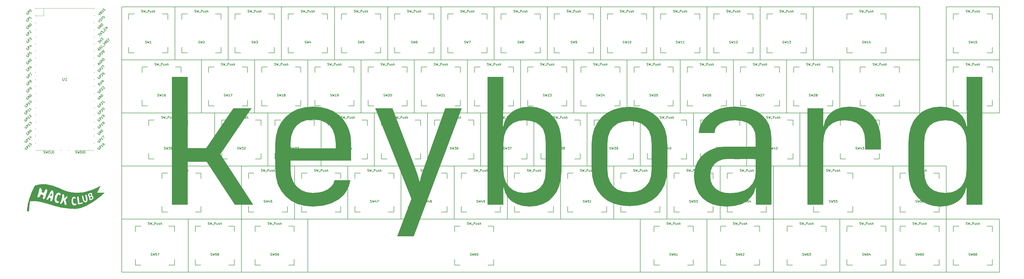
<source format=gbr>
%TF.GenerationSoftware,KiCad,Pcbnew,9.0.0*%
%TF.CreationDate,2025-03-16T11:43:05-04:00*%
%TF.ProjectId,big-board,6269672d-626f-4617-9264-2e6b69636164,rev?*%
%TF.SameCoordinates,Original*%
%TF.FileFunction,Legend,Top*%
%TF.FilePolarity,Positive*%
%FSLAX46Y46*%
G04 Gerber Fmt 4.6, Leading zero omitted, Abs format (unit mm)*
G04 Created by KiCad (PCBNEW 9.0.0) date 2025-03-16 11:43:05*
%MOMM*%
%LPD*%
G01*
G04 APERTURE LIST*
%ADD10C,0.000000*%
%ADD11C,3.750000*%
%ADD12C,0.150000*%
%ADD13C,0.120000*%
G04 APERTURE END LIST*
D10*
G36*
X53338861Y-178045928D02*
G01*
X53361686Y-178047194D01*
X53384160Y-178049783D01*
X53406221Y-178053770D01*
X53417076Y-178056313D01*
X53427804Y-178059235D01*
X53438396Y-178062546D01*
X53448844Y-178066254D01*
X53459140Y-178070371D01*
X53469277Y-178074905D01*
X53479246Y-178079866D01*
X53489039Y-178085265D01*
X53498649Y-178091110D01*
X53508066Y-178097411D01*
X53517284Y-178104179D01*
X53526293Y-178111422D01*
X53535087Y-178119150D01*
X53543657Y-178127374D01*
X53551995Y-178136102D01*
X53560092Y-178145345D01*
X53567942Y-178155112D01*
X53575535Y-178165413D01*
X53582865Y-178176257D01*
X53589922Y-178187654D01*
X53596699Y-178199615D01*
X53603187Y-178212147D01*
X53609380Y-178225262D01*
X53615268Y-178238969D01*
X53629029Y-178278936D01*
X53637203Y-178317356D01*
X53640126Y-178354257D01*
X53638139Y-178389664D01*
X53631578Y-178423604D01*
X53620783Y-178456105D01*
X53606093Y-178487194D01*
X53587845Y-178516896D01*
X53566378Y-178545240D01*
X53542031Y-178572251D01*
X53515142Y-178597957D01*
X53486050Y-178622384D01*
X53455093Y-178645560D01*
X53422610Y-178667511D01*
X53354419Y-178707847D01*
X53284184Y-178743604D01*
X53214614Y-178775000D01*
X53088300Y-178825563D01*
X52997141Y-178861253D01*
X52971514Y-178874057D01*
X52964874Y-178879293D01*
X52962800Y-178883788D01*
X52808288Y-178238969D01*
X52854316Y-178209625D01*
X52906484Y-178179425D01*
X52973318Y-178144631D01*
X53011116Y-178126861D01*
X53051239Y-178109563D01*
X53093240Y-178093275D01*
X53136671Y-178078539D01*
X53181084Y-178065895D01*
X53226034Y-178055881D01*
X53271072Y-178049038D01*
X53315751Y-178045906D01*
X53338861Y-178045928D01*
G37*
G36*
X36201034Y-173519051D02*
G01*
X36805021Y-173557196D01*
X37469141Y-173638708D01*
X37824126Y-173697736D01*
X38194593Y-173770016D01*
X38580693Y-173856353D01*
X38982576Y-173957549D01*
X39400391Y-174074410D01*
X39834287Y-174207737D01*
X40284416Y-174358336D01*
X40750927Y-174527009D01*
X41233969Y-174714561D01*
X41733693Y-174921795D01*
X42250248Y-175149514D01*
X42783784Y-175398522D01*
X43368960Y-175660370D01*
X43953486Y-175885861D01*
X44536408Y-176076697D01*
X45116772Y-176234581D01*
X45693621Y-176361216D01*
X46266002Y-176458303D01*
X46832959Y-176527545D01*
X47393537Y-176570645D01*
X47946781Y-176589306D01*
X48491736Y-176585229D01*
X49027448Y-176560117D01*
X49552961Y-176515673D01*
X50067320Y-176453599D01*
X50569571Y-176375597D01*
X51058758Y-176283370D01*
X51533927Y-176178621D01*
X52438389Y-175938365D01*
X53275317Y-175668448D01*
X54037072Y-175382490D01*
X54716014Y-175094111D01*
X55304503Y-174816931D01*
X55794900Y-174564568D01*
X56450857Y-174188777D01*
X56454445Y-174186841D01*
X56458161Y-174185372D01*
X56461986Y-174184351D01*
X56465899Y-174183758D01*
X56469881Y-174183575D01*
X56473913Y-174183783D01*
X56477973Y-174184363D01*
X56482043Y-174185296D01*
X56486103Y-174186563D01*
X56490132Y-174188145D01*
X56494112Y-174190024D01*
X56498021Y-174192180D01*
X56501841Y-174194595D01*
X56505552Y-174197249D01*
X56509134Y-174200124D01*
X56512566Y-174203201D01*
X56515830Y-174206460D01*
X56518905Y-174209884D01*
X56521771Y-174213452D01*
X56524410Y-174217147D01*
X56526800Y-174220948D01*
X56528923Y-174224838D01*
X56530757Y-174228798D01*
X56532285Y-174232807D01*
X56533485Y-174236849D01*
X56534338Y-174240903D01*
X56534824Y-174244950D01*
X56534923Y-174248973D01*
X56534616Y-174252951D01*
X56533883Y-174256866D01*
X56532703Y-174260699D01*
X56531057Y-174264431D01*
X55394281Y-176477216D01*
X55392723Y-176480502D01*
X55391409Y-176483819D01*
X55390333Y-176487157D01*
X55389492Y-176490508D01*
X55388879Y-176493863D01*
X55388489Y-176497213D01*
X55388318Y-176500550D01*
X55388360Y-176503864D01*
X55388611Y-176507147D01*
X55389064Y-176510391D01*
X55389715Y-176513587D01*
X55390559Y-176516726D01*
X55391591Y-176519798D01*
X55392806Y-176522797D01*
X55394198Y-176525712D01*
X55395762Y-176528536D01*
X55397494Y-176531258D01*
X55399387Y-176533872D01*
X55401438Y-176536368D01*
X55403641Y-176538736D01*
X55405990Y-176540970D01*
X55408482Y-176543059D01*
X55411110Y-176544996D01*
X55413869Y-176546771D01*
X55416755Y-176548376D01*
X55419762Y-176549801D01*
X55422885Y-176551039D01*
X55426119Y-176552081D01*
X55429460Y-176552918D01*
X55432901Y-176553541D01*
X55436437Y-176553941D01*
X55440065Y-176554110D01*
X56358482Y-176561707D01*
X57087882Y-176561676D01*
X57920947Y-176554730D01*
X57925375Y-176554830D01*
X57929674Y-176555239D01*
X57933837Y-176555942D01*
X57937856Y-176556926D01*
X57941724Y-176558177D01*
X57945433Y-176559680D01*
X57948976Y-176561423D01*
X57952345Y-176563390D01*
X57955531Y-176565567D01*
X57958529Y-176567941D01*
X57961330Y-176570497D01*
X57963926Y-176573222D01*
X57966311Y-176576101D01*
X57968476Y-176579120D01*
X57970414Y-176582266D01*
X57972117Y-176585524D01*
X57973577Y-176588880D01*
X57974788Y-176592320D01*
X57975742Y-176595830D01*
X57976430Y-176599396D01*
X57976845Y-176603004D01*
X57976981Y-176606640D01*
X57976829Y-176610290D01*
X57976381Y-176613940D01*
X57975630Y-176617575D01*
X57974569Y-176621182D01*
X57973189Y-176624747D01*
X57971484Y-176628255D01*
X57969446Y-176631693D01*
X57967066Y-176635046D01*
X57964338Y-176638301D01*
X57961255Y-176641443D01*
X57461806Y-177098425D01*
X56590879Y-177848018D01*
X55417289Y-178781253D01*
X54738499Y-179282684D01*
X54009850Y-179789162D01*
X53239942Y-180287067D01*
X52437378Y-180762777D01*
X51610760Y-181202671D01*
X50768689Y-181593129D01*
X49919768Y-181920529D01*
X49495426Y-182056326D01*
X49072598Y-182171251D01*
X48652358Y-182263600D01*
X48235781Y-182331672D01*
X47823943Y-182373764D01*
X47417920Y-182388173D01*
X46573289Y-182375817D01*
X45774675Y-182340065D01*
X45018299Y-182282887D01*
X44300387Y-182206257D01*
X43617161Y-182112147D01*
X42964844Y-182002527D01*
X42339660Y-181879371D01*
X41737832Y-181744651D01*
X41155584Y-181600338D01*
X40589139Y-181448404D01*
X39488550Y-181129563D01*
X38405854Y-180803904D01*
X37310837Y-180487204D01*
X36901228Y-180376688D01*
X42073434Y-180376688D01*
X42075996Y-180408643D01*
X42081932Y-180438392D01*
X42091121Y-180465777D01*
X42103438Y-180490638D01*
X42118760Y-180512816D01*
X42136963Y-180532151D01*
X42157925Y-180548483D01*
X42181520Y-180561652D01*
X42207627Y-180571501D01*
X42236122Y-180577868D01*
X42266880Y-180580595D01*
X42299779Y-180579522D01*
X42334695Y-180574489D01*
X42371505Y-180565337D01*
X42410085Y-180551907D01*
X42450311Y-180534039D01*
X42492061Y-180511573D01*
X42535210Y-180484350D01*
X42579635Y-180452210D01*
X42625213Y-180414994D01*
X42671820Y-180372543D01*
X42719333Y-180324697D01*
X42767629Y-180271296D01*
X42816582Y-180212181D01*
X42866072Y-180147192D01*
X42915973Y-180076170D01*
X42940348Y-180039138D01*
X42964804Y-179996592D01*
X42989111Y-179949624D01*
X43013043Y-179899323D01*
X43036371Y-179846781D01*
X43058868Y-179793087D01*
X43100451Y-179686607D01*
X43135970Y-179588605D01*
X43163600Y-179507804D01*
X43187893Y-179432695D01*
X43420231Y-179406547D01*
X43527560Y-179901035D01*
X43611204Y-180321719D01*
X43645788Y-180517839D01*
X43669932Y-180682542D01*
X43676347Y-180716674D01*
X43686074Y-180749731D01*
X43698884Y-180781571D01*
X43714548Y-180812052D01*
X43732837Y-180841032D01*
X43753524Y-180868369D01*
X43776379Y-180893921D01*
X43801174Y-180917545D01*
X43827680Y-180939101D01*
X43855668Y-180958445D01*
X43884909Y-180975436D01*
X43915176Y-180989931D01*
X43946238Y-181001790D01*
X43977869Y-181010869D01*
X44009838Y-181017027D01*
X44041918Y-181020121D01*
X44073879Y-181020010D01*
X44105493Y-181016552D01*
X44136531Y-181009604D01*
X44166764Y-180999025D01*
X44195965Y-180984672D01*
X44223904Y-180966404D01*
X44250352Y-180944078D01*
X44275081Y-180917553D01*
X44297862Y-180886686D01*
X44318467Y-180851336D01*
X44336667Y-180811360D01*
X44352232Y-180766616D01*
X44364935Y-180716962D01*
X44374547Y-180662257D01*
X44380839Y-180602358D01*
X44383583Y-180537124D01*
X44371843Y-180439852D01*
X44354025Y-180334343D01*
X44329974Y-180220558D01*
X44299536Y-180098458D01*
X44262557Y-179968004D01*
X44218883Y-179829156D01*
X44168360Y-179681877D01*
X44110835Y-179526126D01*
X44095146Y-179483595D01*
X46200943Y-179483595D01*
X46202180Y-179610151D01*
X46206526Y-179705355D01*
X46213155Y-179797944D01*
X46222048Y-179887868D01*
X46233190Y-179975077D01*
X46246564Y-180059521D01*
X46262154Y-180141152D01*
X46279943Y-180219919D01*
X46299914Y-180295773D01*
X46322051Y-180368664D01*
X46346337Y-180438542D01*
X46372756Y-180505358D01*
X46401291Y-180569061D01*
X46431926Y-180629603D01*
X46464643Y-180686934D01*
X46499427Y-180741004D01*
X46536261Y-180791762D01*
X46575128Y-180839161D01*
X46616011Y-180883149D01*
X46658894Y-180923678D01*
X46703761Y-180960697D01*
X46750595Y-180994157D01*
X46799379Y-181024008D01*
X46850097Y-181050201D01*
X46902732Y-181072686D01*
X46957268Y-181091413D01*
X47013688Y-181106332D01*
X47071975Y-181117394D01*
X47132113Y-181124549D01*
X47194085Y-181127748D01*
X47257875Y-181126941D01*
X47323466Y-181122078D01*
X47390841Y-181113109D01*
X47456499Y-181100900D01*
X47517069Y-181086469D01*
X47572736Y-181069986D01*
X47623684Y-181051617D01*
X47670096Y-181031530D01*
X47712156Y-181009893D01*
X47750048Y-180986874D01*
X47783955Y-180962640D01*
X47814063Y-180937358D01*
X47840553Y-180911197D01*
X47863611Y-180884324D01*
X47883420Y-180856907D01*
X47900164Y-180829113D01*
X47914027Y-180801111D01*
X47925192Y-180773067D01*
X47933844Y-180745149D01*
X47940166Y-180717526D01*
X47944342Y-180690365D01*
X47946556Y-180663832D01*
X47946991Y-180638097D01*
X47945833Y-180613327D01*
X47943263Y-180589689D01*
X47939467Y-180567351D01*
X47934627Y-180546481D01*
X47928929Y-180527246D01*
X47922555Y-180509815D01*
X47915690Y-180494354D01*
X47908517Y-180481031D01*
X47901220Y-180470014D01*
X47893983Y-180461471D01*
X47886990Y-180455570D01*
X47880424Y-180452477D01*
X47870755Y-180449362D01*
X47861552Y-180445452D01*
X47842638Y-180436548D01*
X47831973Y-180432203D01*
X47819867Y-180428363D01*
X47805845Y-180425352D01*
X47789430Y-180423495D01*
X47770144Y-180423117D01*
X47747513Y-180424543D01*
X47721058Y-180428097D01*
X47690303Y-180434105D01*
X47654773Y-180442891D01*
X47613990Y-180454781D01*
X47567479Y-180470098D01*
X47514761Y-180489167D01*
X47486977Y-180498974D01*
X47459618Y-180507339D01*
X47432679Y-180514248D01*
X47406152Y-180519687D01*
X47380031Y-180523638D01*
X47354308Y-180526089D01*
X47328977Y-180527023D01*
X47304031Y-180526425D01*
X47279463Y-180524281D01*
X47255267Y-180520575D01*
X47231435Y-180515292D01*
X47207961Y-180508418D01*
X47184837Y-180499936D01*
X47162058Y-180489833D01*
X47139615Y-180478092D01*
X47117504Y-180464700D01*
X47095715Y-180449640D01*
X47074244Y-180432898D01*
X47053082Y-180414459D01*
X47032223Y-180394307D01*
X47011661Y-180372428D01*
X46991388Y-180348806D01*
X46971397Y-180323427D01*
X46951683Y-180296275D01*
X46932237Y-180267335D01*
X46913053Y-180236593D01*
X46875445Y-180169639D01*
X46838803Y-180095293D01*
X46803073Y-180013434D01*
X46780481Y-179952192D01*
X46759569Y-179884936D01*
X46740680Y-179812481D01*
X46724158Y-179735642D01*
X46710349Y-179655234D01*
X46699596Y-179572073D01*
X46692244Y-179486974D01*
X46688638Y-179400751D01*
X46689121Y-179314219D01*
X46694038Y-179228195D01*
X46703733Y-179143493D01*
X46718551Y-179060928D01*
X46738837Y-178981315D01*
X46764934Y-178905470D01*
X46780269Y-178869215D01*
X46797187Y-178834207D01*
X46815730Y-178800549D01*
X46835940Y-178768342D01*
X46842220Y-178759242D01*
X46848475Y-178750553D01*
X46854699Y-178742261D01*
X46860890Y-178734355D01*
X46867040Y-178726823D01*
X46873146Y-178719654D01*
X46885206Y-178706354D01*
X46897029Y-178694359D01*
X46908576Y-178683575D01*
X46919808Y-178673905D01*
X46930686Y-178665253D01*
X46941171Y-178657526D01*
X46951224Y-178650626D01*
X46960806Y-178644460D01*
X46969876Y-178638930D01*
X47000271Y-178621271D01*
X47012858Y-178614062D01*
X47025444Y-178607758D01*
X47038005Y-178602318D01*
X47050522Y-178597702D01*
X47062973Y-178593870D01*
X47075335Y-178590782D01*
X47087589Y-178588396D01*
X47099711Y-178586674D01*
X47111681Y-178585574D01*
X47123478Y-178585056D01*
X47135079Y-178585080D01*
X47146463Y-178585606D01*
X47157609Y-178586594D01*
X47168496Y-178588003D01*
X47179101Y-178589793D01*
X47189404Y-178591923D01*
X47199382Y-178594354D01*
X47209015Y-178597044D01*
X47227157Y-178603045D01*
X47243660Y-178609602D01*
X47258350Y-178616394D01*
X47271056Y-178623098D01*
X47281606Y-178629392D01*
X47289828Y-178634954D01*
X47295550Y-178639461D01*
X47329920Y-178663314D01*
X47362534Y-178683916D01*
X47393411Y-178701377D01*
X47422568Y-178715810D01*
X47450023Y-178727326D01*
X47475791Y-178736035D01*
X47499892Y-178742049D01*
X47522341Y-178745480D01*
X47543157Y-178746438D01*
X47562357Y-178745034D01*
X47579957Y-178741381D01*
X47595975Y-178735589D01*
X47610429Y-178727769D01*
X47623336Y-178718033D01*
X47634712Y-178706492D01*
X47644576Y-178693257D01*
X47652945Y-178678440D01*
X47659835Y-178662151D01*
X47665265Y-178644502D01*
X47669251Y-178625604D01*
X47671810Y-178605568D01*
X47672961Y-178584506D01*
X47672720Y-178562529D01*
X47671104Y-178539748D01*
X47668132Y-178516275D01*
X47663819Y-178492220D01*
X47658184Y-178467694D01*
X47651244Y-178442810D01*
X47643016Y-178417678D01*
X47633517Y-178392410D01*
X47622764Y-178367116D01*
X47610775Y-178341908D01*
X47582476Y-178303495D01*
X47553539Y-178267322D01*
X47527642Y-178237626D01*
X48211670Y-178237626D01*
X48213761Y-178313835D01*
X48218490Y-178395501D01*
X48234685Y-178572655D01*
X48257899Y-178763983D01*
X48285779Y-178964379D01*
X48346121Y-179371953D01*
X48373875Y-179568921D01*
X48396878Y-179754536D01*
X48451400Y-180269465D01*
X48462087Y-180360634D01*
X48473912Y-180448438D01*
X48488033Y-180538708D01*
X48505606Y-180637273D01*
X48514432Y-180661420D01*
X48530733Y-180681676D01*
X48554007Y-180698244D01*
X48583753Y-180711323D01*
X48619467Y-180721115D01*
X48660648Y-180727820D01*
X48706794Y-180731640D01*
X48757404Y-180732775D01*
X48870003Y-180727793D01*
X48994430Y-180714483D01*
X49126668Y-180694452D01*
X49262702Y-180669306D01*
X49530091Y-180610100D01*
X49764468Y-180549720D01*
X49933703Y-180501024D01*
X50005668Y-180476868D01*
X50013411Y-180473065D01*
X50023810Y-180469119D01*
X50051219Y-180459855D01*
X50067547Y-180454067D01*
X50085172Y-180447194D01*
X50103752Y-180439002D01*
X50122949Y-180429254D01*
X50142420Y-180417717D01*
X50152153Y-180411203D01*
X50161826Y-180404153D01*
X50171399Y-180396539D01*
X50180828Y-180388329D01*
X50190070Y-180379496D01*
X50199084Y-180370009D01*
X50207826Y-180359840D01*
X50216254Y-180348958D01*
X50224326Y-180337334D01*
X50231999Y-180324940D01*
X50239231Y-180311745D01*
X50245978Y-180297720D01*
X50252199Y-180282835D01*
X50257850Y-180267062D01*
X50263358Y-180251437D01*
X50266720Y-180236373D01*
X50268032Y-180221879D01*
X50267391Y-180207961D01*
X50264892Y-180194625D01*
X50260632Y-180181879D01*
X50254707Y-180169729D01*
X50247213Y-180158182D01*
X50238247Y-180147245D01*
X50227905Y-180136925D01*
X50216282Y-180127228D01*
X50203476Y-180118161D01*
X50189582Y-180109731D01*
X50174697Y-180101945D01*
X50142337Y-180088330D01*
X50107166Y-180077372D01*
X50069954Y-180069123D01*
X50031470Y-180063639D01*
X49992484Y-180060974D01*
X49953767Y-180061181D01*
X49916087Y-180064315D01*
X49880214Y-180070430D01*
X49846919Y-180079580D01*
X49763967Y-180104254D01*
X49649946Y-180132984D01*
X49516545Y-180161949D01*
X49446230Y-180175325D01*
X49375455Y-180187326D01*
X49305679Y-180197475D01*
X49238366Y-180205294D01*
X49174975Y-180210306D01*
X49116968Y-180212031D01*
X49065806Y-180209994D01*
X49043249Y-180207415D01*
X49022951Y-180203716D01*
X49005095Y-180198837D01*
X48989864Y-180192719D01*
X48977440Y-180185301D01*
X48968007Y-180176525D01*
X48953672Y-180146338D01*
X48941840Y-180095160D01*
X48932001Y-180025215D01*
X48923645Y-179938724D01*
X48894844Y-179471765D01*
X48876077Y-179196809D01*
X48848958Y-178917911D01*
X48830992Y-178782542D01*
X48809407Y-178652855D01*
X48783693Y-178531075D01*
X48753341Y-178419423D01*
X48746943Y-178381783D01*
X48740220Y-178345635D01*
X48733185Y-178310959D01*
X48725852Y-178277733D01*
X48718232Y-178245938D01*
X48710337Y-178215553D01*
X48702182Y-178186558D01*
X48693778Y-178158932D01*
X48685138Y-178132654D01*
X48676275Y-178107705D01*
X48667201Y-178084063D01*
X48657929Y-178061709D01*
X48648471Y-178040622D01*
X48638841Y-178020781D01*
X48629050Y-178002166D01*
X48619111Y-177984756D01*
X48609038Y-177968532D01*
X48598842Y-177953472D01*
X48588536Y-177939556D01*
X48578133Y-177926764D01*
X48567646Y-177915075D01*
X48557086Y-177904469D01*
X48546467Y-177894926D01*
X48535802Y-177886424D01*
X48525102Y-177878944D01*
X48514381Y-177872464D01*
X48503651Y-177866965D01*
X48492925Y-177862426D01*
X48482216Y-177858827D01*
X48471535Y-177856147D01*
X48460896Y-177854366D01*
X48450311Y-177853463D01*
X48450311Y-177853464D01*
X48438396Y-177853476D01*
X48426586Y-177854560D01*
X48414898Y-177856686D01*
X48403351Y-177859823D01*
X48391962Y-177863944D01*
X48380752Y-177869016D01*
X48369737Y-177875012D01*
X48358936Y-177881900D01*
X48348368Y-177889651D01*
X48338050Y-177898236D01*
X48318242Y-177917786D01*
X48299656Y-177940313D01*
X48282442Y-177965576D01*
X48266744Y-177993339D01*
X48252710Y-178023362D01*
X48240487Y-178055407D01*
X48230222Y-178089237D01*
X48222060Y-178124612D01*
X48216150Y-178161294D01*
X48212638Y-178199045D01*
X48211670Y-178237626D01*
X47527642Y-178237626D01*
X47523971Y-178233417D01*
X47493782Y-178201808D01*
X47462978Y-178172526D01*
X47431568Y-178145597D01*
X47399559Y-178121052D01*
X47366960Y-178098918D01*
X47333778Y-178079225D01*
X47300021Y-178062000D01*
X47265697Y-178047273D01*
X47230814Y-178035073D01*
X47195380Y-178025428D01*
X47159402Y-178018366D01*
X47122888Y-178013917D01*
X47085847Y-178012109D01*
X47056678Y-178012548D01*
X47027199Y-178014616D01*
X46997414Y-178018327D01*
X46967325Y-178023694D01*
X46936938Y-178030731D01*
X46906254Y-178039450D01*
X46875279Y-178049865D01*
X46844016Y-178061990D01*
X46812468Y-178075837D01*
X46780639Y-178091421D01*
X46748532Y-178108754D01*
X46716152Y-178127849D01*
X46683502Y-178148720D01*
X46650585Y-178171381D01*
X46617405Y-178195844D01*
X46583966Y-178222123D01*
X46539131Y-178270142D01*
X46496543Y-178323184D01*
X46456319Y-178381277D01*
X46418577Y-178444452D01*
X46383435Y-178512741D01*
X46351011Y-178586173D01*
X46321422Y-178664780D01*
X46294787Y-178748592D01*
X46271224Y-178837640D01*
X46250849Y-178931955D01*
X46233782Y-179031566D01*
X46220140Y-179136505D01*
X46210041Y-179246802D01*
X46203603Y-179362489D01*
X46200943Y-179483595D01*
X44095146Y-179483595D01*
X44092591Y-179476669D01*
X44071719Y-179425119D01*
X44044734Y-179364819D01*
X44029352Y-179333528D01*
X44012924Y-179302616D01*
X43995613Y-179272942D01*
X43977580Y-179245359D01*
X43958984Y-179220725D01*
X43949527Y-179209781D01*
X43939989Y-179199895D01*
X43930391Y-179191174D01*
X43920754Y-179183726D01*
X43911098Y-179177656D01*
X43901442Y-179173072D01*
X44016584Y-179055255D01*
X44136073Y-178928549D01*
X44275116Y-178774927D01*
X44417421Y-178608098D01*
X44484706Y-178524016D01*
X44546696Y-178441775D01*
X44601354Y-178363087D01*
X44646646Y-178289667D01*
X44680533Y-178223228D01*
X44692564Y-178193162D01*
X44700979Y-178165485D01*
X44712173Y-178111360D01*
X44718202Y-178060214D01*
X44718728Y-178012924D01*
X44716820Y-177990997D01*
X44713409Y-177970362D01*
X44708453Y-177951127D01*
X44701908Y-177933403D01*
X44693732Y-177917297D01*
X44683883Y-177902921D01*
X44672318Y-177890382D01*
X44658995Y-177879790D01*
X44643872Y-177871255D01*
X44626905Y-177864885D01*
X44608052Y-177860791D01*
X44587272Y-177859080D01*
X44564521Y-177859863D01*
X44539757Y-177863249D01*
X44512937Y-177869347D01*
X44484020Y-177878267D01*
X44452962Y-177890117D01*
X44419721Y-177905006D01*
X44384255Y-177923045D01*
X44346521Y-177944343D01*
X44306477Y-177969008D01*
X44264080Y-177997150D01*
X44219287Y-178028879D01*
X44172057Y-178064303D01*
X44122347Y-178103532D01*
X44070114Y-178146675D01*
X44018075Y-178190863D01*
X43968911Y-178233165D01*
X43922543Y-178273613D01*
X43878890Y-178312238D01*
X43837871Y-178349072D01*
X43799407Y-178384147D01*
X43763418Y-178417494D01*
X43729822Y-178449145D01*
X43698541Y-178479132D01*
X43669493Y-178507487D01*
X43642598Y-178534240D01*
X43617777Y-178559425D01*
X43594948Y-178583072D01*
X43574033Y-178605213D01*
X43554949Y-178625880D01*
X43537618Y-178645104D01*
X43507892Y-178679353D01*
X43484211Y-178708213D01*
X43465935Y-178731937D01*
X43452421Y-178750779D01*
X43443028Y-178764993D01*
X43437113Y-178774832D01*
X43433151Y-178782398D01*
X43454144Y-178680368D01*
X43475376Y-178566088D01*
X43499312Y-178421416D01*
X43522613Y-178255192D01*
X43541940Y-178076253D01*
X43549070Y-177984779D01*
X43553953Y-177893440D01*
X43555359Y-177836399D01*
X49905150Y-177836399D01*
X49905320Y-177861836D01*
X49907277Y-177887983D01*
X49921409Y-177993747D01*
X49941772Y-178104308D01*
X49969841Y-178227326D01*
X50007094Y-178370463D01*
X50115061Y-178747733D01*
X50277487Y-179297406D01*
X50304042Y-179372885D01*
X50333279Y-179443023D01*
X50364987Y-179508007D01*
X50398951Y-179568028D01*
X50434958Y-179623274D01*
X50472795Y-179673935D01*
X50512248Y-179720200D01*
X50553104Y-179762259D01*
X50595150Y-179800300D01*
X50638171Y-179834512D01*
X50681955Y-179865086D01*
X50726289Y-179892210D01*
X50770958Y-179916074D01*
X50815750Y-179936867D01*
X50860451Y-179954778D01*
X50904848Y-179969997D01*
X50948727Y-179982712D01*
X50991875Y-179993114D01*
X51075124Y-180007732D01*
X51152889Y-180015365D01*
X51223462Y-180017527D01*
X51285136Y-180015733D01*
X51336203Y-180011497D01*
X51399691Y-180001756D01*
X51431915Y-179993133D01*
X51462541Y-179983050D01*
X51491619Y-179971568D01*
X51519201Y-179958748D01*
X51545338Y-179944651D01*
X51570080Y-179929336D01*
X51593479Y-179912865D01*
X51615585Y-179895297D01*
X51636449Y-179876695D01*
X51656122Y-179857117D01*
X51674655Y-179836626D01*
X51692100Y-179815281D01*
X51723925Y-179770272D01*
X51752006Y-179722577D01*
X51776749Y-179672680D01*
X51798562Y-179621066D01*
X51817852Y-179568219D01*
X51835027Y-179514625D01*
X51864661Y-179407134D01*
X51890721Y-179302470D01*
X51901590Y-179243068D01*
X51907800Y-179172742D01*
X51909670Y-179092699D01*
X51907520Y-179004144D01*
X51901669Y-178908285D01*
X51892436Y-178806328D01*
X51865105Y-178588943D01*
X51828083Y-178361640D01*
X51783925Y-178134070D01*
X51735189Y-177915882D01*
X51684430Y-177716727D01*
X51666576Y-177670954D01*
X51647467Y-177627775D01*
X51627229Y-177587240D01*
X51605989Y-177549401D01*
X51583873Y-177514309D01*
X51572526Y-177497809D01*
X51561008Y-177482014D01*
X51549334Y-177466932D01*
X51537520Y-177452569D01*
X51525582Y-177438931D01*
X51513536Y-177426024D01*
X51501398Y-177413854D01*
X51489182Y-177402429D01*
X51476906Y-177391755D01*
X51464585Y-177381837D01*
X51452235Y-177372683D01*
X51439871Y-177364299D01*
X51427509Y-177356690D01*
X51415166Y-177349864D01*
X51402857Y-177343827D01*
X51390598Y-177338586D01*
X51378404Y-177334145D01*
X51366292Y-177330513D01*
X51354277Y-177327696D01*
X51342375Y-177325699D01*
X51330602Y-177324529D01*
X51318974Y-177324193D01*
X51301210Y-177325342D01*
X51283895Y-177328547D01*
X51267087Y-177333833D01*
X51250846Y-177341223D01*
X51235231Y-177350742D01*
X51220302Y-177362412D01*
X51206118Y-177376258D01*
X51192738Y-177392304D01*
X51180222Y-177410574D01*
X51168629Y-177431091D01*
X51158018Y-177453879D01*
X51148449Y-177478963D01*
X51139981Y-177506366D01*
X51132673Y-177536112D01*
X51126585Y-177568225D01*
X51121776Y-177602729D01*
X51121951Y-177627528D01*
X51123649Y-177653456D01*
X51126755Y-177680520D01*
X51131154Y-177708733D01*
X51143368Y-177768642D01*
X51159370Y-177833263D01*
X51199045Y-177976962D01*
X51220874Y-178056201D01*
X51242802Y-178140474D01*
X51273572Y-178326361D01*
X51302801Y-178517783D01*
X51327665Y-178709109D01*
X51337577Y-178802978D01*
X51345339Y-178894712D01*
X51350598Y-178983609D01*
X51353000Y-179068963D01*
X51352192Y-179150073D01*
X51347822Y-179226234D01*
X51339537Y-179296742D01*
X51326983Y-179360895D01*
X51309807Y-179417988D01*
X51299376Y-179443667D01*
X51287657Y-179467318D01*
X51276814Y-179481712D01*
X51265282Y-179494998D01*
X51253105Y-179507183D01*
X51240328Y-179518276D01*
X51226998Y-179528286D01*
X51213158Y-179537223D01*
X51198856Y-179545095D01*
X51184135Y-179551910D01*
X51169041Y-179557678D01*
X51153620Y-179562408D01*
X51137917Y-179566108D01*
X51121977Y-179568787D01*
X51105845Y-179570454D01*
X51089567Y-179571118D01*
X51073188Y-179570788D01*
X51056753Y-179569473D01*
X51040307Y-179567181D01*
X51023897Y-179563921D01*
X51007567Y-179559702D01*
X50991363Y-179554534D01*
X50975329Y-179548424D01*
X50959511Y-179541382D01*
X50943955Y-179533417D01*
X50928706Y-179524537D01*
X50913809Y-179514751D01*
X50899309Y-179504069D01*
X50885251Y-179492499D01*
X50871682Y-179480049D01*
X50858646Y-179466729D01*
X50846188Y-179452548D01*
X50834355Y-179437514D01*
X50823190Y-179421636D01*
X50784442Y-179334542D01*
X50747058Y-179235596D01*
X50710980Y-179126818D01*
X50676149Y-179010225D01*
X50609995Y-178761666D01*
X50548130Y-178506066D01*
X50490087Y-178259570D01*
X50435400Y-178038323D01*
X50409169Y-177942214D01*
X50383602Y-177858470D01*
X50358641Y-177789112D01*
X50334227Y-177736157D01*
X50317989Y-177709108D01*
X50301137Y-177684781D01*
X50283752Y-177663108D01*
X50265914Y-177644023D01*
X50247703Y-177627458D01*
X50229198Y-177613347D01*
X50210480Y-177601621D01*
X50191629Y-177592216D01*
X50172724Y-177585062D01*
X50153846Y-177580094D01*
X50135075Y-177577244D01*
X50116491Y-177576446D01*
X50098174Y-177577631D01*
X50080204Y-177580734D01*
X50062660Y-177585686D01*
X50045624Y-177592422D01*
X50029174Y-177600874D01*
X50013391Y-177610974D01*
X49998356Y-177622657D01*
X49984147Y-177635854D01*
X49970845Y-177650499D01*
X49958531Y-177666526D01*
X49947283Y-177683865D01*
X49937183Y-177702452D01*
X49928309Y-177722218D01*
X49920743Y-177743097D01*
X49914564Y-177765022D01*
X49909852Y-177787925D01*
X49906687Y-177811740D01*
X49905150Y-177836399D01*
X43555359Y-177836399D01*
X43556173Y-177803342D01*
X43555313Y-177715590D01*
X43557691Y-177684429D01*
X43558474Y-177653673D01*
X43557720Y-177623361D01*
X43555490Y-177593532D01*
X43551842Y-177564225D01*
X43546835Y-177535479D01*
X43540529Y-177507333D01*
X43532983Y-177479825D01*
X43524257Y-177452995D01*
X43514409Y-177426882D01*
X43503499Y-177401524D01*
X43491586Y-177376961D01*
X43478730Y-177353231D01*
X43464990Y-177330374D01*
X43450425Y-177308428D01*
X43435094Y-177287433D01*
X43419057Y-177267426D01*
X43402372Y-177248448D01*
X43385100Y-177230537D01*
X43375197Y-177221189D01*
X52074571Y-177221189D01*
X52074796Y-177232011D01*
X52076552Y-177253302D01*
X52079586Y-177274161D01*
X52083343Y-177294637D01*
X52090812Y-177334631D01*
X52361880Y-178221880D01*
X52549678Y-178862638D01*
X52612591Y-179095711D01*
X52630795Y-179173348D01*
X52638066Y-179218547D01*
X52639644Y-179225326D01*
X52642455Y-179231674D01*
X52646457Y-179237593D01*
X52651607Y-179243085D01*
X52657863Y-179248154D01*
X52665183Y-179252801D01*
X52682845Y-179260841D01*
X52704255Y-179267222D01*
X52729074Y-179271965D01*
X52756964Y-179275088D01*
X52787586Y-179276610D01*
X52820603Y-179276550D01*
X52855675Y-179274928D01*
X52892465Y-179271761D01*
X52930635Y-179267069D01*
X52969845Y-179260871D01*
X53009758Y-179253186D01*
X53050035Y-179244033D01*
X53090338Y-179233430D01*
X53206206Y-179192242D01*
X53315030Y-179148161D01*
X53416663Y-179101345D01*
X53464736Y-179076961D01*
X53510956Y-179051954D01*
X53555305Y-179026343D01*
X53597763Y-179000147D01*
X53638312Y-178973388D01*
X53676934Y-178946085D01*
X53713610Y-178918258D01*
X53748322Y-178889926D01*
X53781052Y-178861111D01*
X53811780Y-178831831D01*
X53840488Y-178802107D01*
X53867158Y-178771958D01*
X53891771Y-178741405D01*
X53914309Y-178710468D01*
X53934754Y-178679165D01*
X53953086Y-178647519D01*
X53969288Y-178615547D01*
X53983341Y-178583271D01*
X53995225Y-178550710D01*
X54004924Y-178517884D01*
X54012418Y-178484813D01*
X54017689Y-178451518D01*
X54020719Y-178418017D01*
X54021488Y-178384331D01*
X54019979Y-178350480D01*
X54016173Y-178316484D01*
X54004504Y-178249406D01*
X53989415Y-178184578D01*
X53980622Y-178153083D01*
X53971017Y-178122240D01*
X53960612Y-178092080D01*
X53949423Y-178062633D01*
X53937461Y-178033928D01*
X53924743Y-178005995D01*
X53911280Y-177978865D01*
X53897089Y-177952567D01*
X53882182Y-177927132D01*
X53866573Y-177902589D01*
X53850276Y-177878968D01*
X53833306Y-177856300D01*
X53815676Y-177834614D01*
X53797400Y-177813940D01*
X53778492Y-177794309D01*
X53758966Y-177775750D01*
X53738836Y-177758292D01*
X53718116Y-177741968D01*
X53696820Y-177726805D01*
X53674962Y-177712834D01*
X53652555Y-177700086D01*
X53629614Y-177688589D01*
X53606153Y-177678375D01*
X53582185Y-177669473D01*
X53557725Y-177661913D01*
X53532786Y-177655724D01*
X53507383Y-177650938D01*
X53481529Y-177647584D01*
X53495379Y-177618475D01*
X53510632Y-177584350D01*
X53529607Y-177539187D01*
X53550930Y-177484494D01*
X53573230Y-177421778D01*
X53595134Y-177352545D01*
X53605508Y-177315957D01*
X53615268Y-177278304D01*
X53618907Y-177256276D01*
X53621698Y-177234065D01*
X53623660Y-177211710D01*
X53624807Y-177189250D01*
X53625157Y-177166723D01*
X53624726Y-177144167D01*
X53623531Y-177121621D01*
X53621588Y-177099123D01*
X53615526Y-177054429D01*
X53606672Y-177010391D01*
X53595160Y-176967319D01*
X53581121Y-176925521D01*
X53564689Y-176885305D01*
X53545995Y-176846979D01*
X53525174Y-176810853D01*
X53514006Y-176793711D01*
X53502356Y-176777234D01*
X53490240Y-176761461D01*
X53477676Y-176746431D01*
X53464678Y-176732181D01*
X53451265Y-176718752D01*
X53437452Y-176706180D01*
X53423256Y-176694505D01*
X53408694Y-176683766D01*
X53393782Y-176674000D01*
X53380844Y-176669492D01*
X53367792Y-176665273D01*
X53354626Y-176661341D01*
X53341344Y-176657696D01*
X53327945Y-176654339D01*
X53314428Y-176651269D01*
X53287039Y-176645987D01*
X53259169Y-176641850D01*
X53230812Y-176638853D01*
X53201960Y-176636996D01*
X53172607Y-176636276D01*
X53127621Y-176637323D01*
X53081463Y-176640922D01*
X53034110Y-176647065D01*
X52985536Y-176655746D01*
X52935717Y-176666959D01*
X52884626Y-176680698D01*
X52832240Y-176696955D01*
X52778534Y-176715724D01*
X52723482Y-176736999D01*
X52667059Y-176760772D01*
X52609241Y-176787039D01*
X52550002Y-176815792D01*
X52489319Y-176847024D01*
X52427165Y-176880729D01*
X52363515Y-176916901D01*
X52298346Y-176955533D01*
X52272948Y-176970267D01*
X52249463Y-176984755D01*
X52227822Y-176999002D01*
X52207955Y-177013014D01*
X52189794Y-177026798D01*
X52173268Y-177040360D01*
X52158309Y-177053705D01*
X52144847Y-177066840D01*
X52132813Y-177079770D01*
X52122137Y-177092502D01*
X52112752Y-177105042D01*
X52104586Y-177117395D01*
X52097571Y-177129569D01*
X52091638Y-177141567D01*
X52086717Y-177153398D01*
X52082739Y-177165067D01*
X52079635Y-177176579D01*
X52077336Y-177187942D01*
X52075771Y-177199160D01*
X52074873Y-177210240D01*
X52074571Y-177221189D01*
X43375197Y-177221189D01*
X43367300Y-177213733D01*
X43349030Y-177198073D01*
X43330350Y-177183597D01*
X43311319Y-177170344D01*
X43291998Y-177158353D01*
X43272444Y-177147663D01*
X43252717Y-177138312D01*
X43232877Y-177130341D01*
X43212982Y-177123787D01*
X43193092Y-177118689D01*
X43173267Y-177115087D01*
X43153565Y-177113020D01*
X43134047Y-177112526D01*
X43134047Y-177112527D01*
X43116511Y-177113477D01*
X43099221Y-177115790D01*
X43082220Y-177119495D01*
X43065553Y-177124622D01*
X43049265Y-177131198D01*
X43033399Y-177139254D01*
X43025639Y-177143846D01*
X43018002Y-177148818D01*
X43010492Y-177154175D01*
X43003116Y-177159920D01*
X42995879Y-177166056D01*
X42988787Y-177172587D01*
X42981845Y-177179518D01*
X42975059Y-177186850D01*
X42968435Y-177194589D01*
X42961977Y-177202738D01*
X42949585Y-177220278D01*
X42937927Y-177239501D01*
X42927049Y-177260435D01*
X42916994Y-177283110D01*
X42907808Y-177307554D01*
X42879791Y-177406678D01*
X42859362Y-177507075D01*
X42845003Y-177609357D01*
X42835198Y-177714140D01*
X42811172Y-178170572D01*
X42801380Y-178297078D01*
X42787040Y-178429773D01*
X42766635Y-178569271D01*
X42738648Y-178716187D01*
X42701562Y-178871135D01*
X42653861Y-179034730D01*
X42594027Y-179207587D01*
X42520544Y-179390321D01*
X42499617Y-179438457D01*
X42475735Y-179490513D01*
X42421281Y-179602934D01*
X42361539Y-179720677D01*
X42300860Y-179836839D01*
X42135866Y-180147587D01*
X42115581Y-180189422D01*
X42099413Y-180230009D01*
X42087238Y-180269189D01*
X42078932Y-180306802D01*
X42074372Y-180342688D01*
X42073434Y-180376688D01*
X36901228Y-180376688D01*
X36283843Y-180210112D01*
X35376547Y-179983599D01*
X34960848Y-179889425D01*
X34566748Y-179808033D01*
X34191470Y-179739468D01*
X33832241Y-179683778D01*
X33486285Y-179641006D01*
X33150826Y-179611201D01*
X32823089Y-179594406D01*
X32500298Y-179590668D01*
X32179679Y-179600032D01*
X31858456Y-179622545D01*
X31533854Y-179658252D01*
X31203096Y-179707200D01*
X31199505Y-179707678D01*
X31195955Y-179707916D01*
X31192454Y-179707922D01*
X31189009Y-179707703D01*
X31185625Y-179707267D01*
X31182311Y-179706621D01*
X31179073Y-179705772D01*
X31175917Y-179704728D01*
X31172851Y-179703497D01*
X31169881Y-179702084D01*
X31167015Y-179700499D01*
X31164258Y-179698748D01*
X31161618Y-179696839D01*
X31159102Y-179694778D01*
X31156717Y-179692575D01*
X31154469Y-179690235D01*
X31152365Y-179687767D01*
X31150411Y-179685177D01*
X31148616Y-179682474D01*
X31146985Y-179679664D01*
X31145526Y-179676755D01*
X31144245Y-179673754D01*
X31143149Y-179670669D01*
X31142245Y-179667507D01*
X31141539Y-179664275D01*
X31141039Y-179660982D01*
X31140752Y-179657634D01*
X31140683Y-179654238D01*
X31140841Y-179650803D01*
X31141232Y-179647335D01*
X31141862Y-179643841D01*
X31142738Y-179640331D01*
X31629239Y-177931905D01*
X33977051Y-177931905D01*
X33979946Y-177998535D01*
X33988797Y-178057448D01*
X34003181Y-178108881D01*
X34022673Y-178153067D01*
X34046852Y-178190241D01*
X34075292Y-178220638D01*
X34107572Y-178244494D01*
X34143268Y-178262042D01*
X34181957Y-178273518D01*
X34223216Y-178279157D01*
X34266620Y-178279192D01*
X34311748Y-178273859D01*
X34358175Y-178263393D01*
X34405479Y-178248029D01*
X34453236Y-178228001D01*
X34501022Y-178203544D01*
X34548416Y-178174893D01*
X34594993Y-178142282D01*
X34640330Y-178105947D01*
X34684004Y-178066122D01*
X34725592Y-178023043D01*
X34764670Y-177976943D01*
X34800816Y-177928058D01*
X34833605Y-177876622D01*
X34862615Y-177822870D01*
X34988641Y-177581411D01*
X35099591Y-177365088D01*
X35208640Y-177149527D01*
X36111841Y-177495758D01*
X36066185Y-177743945D01*
X36019115Y-177986350D01*
X35964769Y-178247340D01*
X35941371Y-178327205D01*
X35924169Y-178401358D01*
X35912850Y-178469880D01*
X35907101Y-178532853D01*
X35906609Y-178590357D01*
X35911061Y-178642474D01*
X35920145Y-178689285D01*
X35933546Y-178730870D01*
X35950953Y-178767311D01*
X35972052Y-178798688D01*
X35996531Y-178825083D01*
X36024075Y-178846577D01*
X36054373Y-178863251D01*
X36087112Y-178875186D01*
X36121977Y-178882462D01*
X36158658Y-178885161D01*
X36196839Y-178883365D01*
X36236209Y-178877153D01*
X36243747Y-178875178D01*
X37258326Y-178875178D01*
X37258493Y-178912840D01*
X37262373Y-178948453D01*
X37269831Y-178981736D01*
X37280732Y-179012410D01*
X37294941Y-179040193D01*
X37312322Y-179064806D01*
X37332740Y-179085966D01*
X37356059Y-179103395D01*
X37382145Y-179116811D01*
X37410862Y-179125934D01*
X37442075Y-179130483D01*
X37475649Y-179130178D01*
X37511449Y-179124739D01*
X37549338Y-179113884D01*
X37589183Y-179097333D01*
X37630847Y-179074805D01*
X37674195Y-179046021D01*
X37719093Y-179010699D01*
X37765405Y-178968559D01*
X37812995Y-178919321D01*
X37861729Y-178862704D01*
X37911471Y-178798426D01*
X37962086Y-178726209D01*
X38013439Y-178645771D01*
X38065394Y-178556832D01*
X38117816Y-178459111D01*
X38831984Y-178538899D01*
X38767306Y-178732075D01*
X38702190Y-178935194D01*
X38629206Y-179175243D01*
X38611760Y-179225352D01*
X38598593Y-179272781D01*
X38589520Y-179317502D01*
X38584359Y-179359488D01*
X38582927Y-179398712D01*
X38585042Y-179435144D01*
X38590520Y-179468758D01*
X38599179Y-179499525D01*
X38610836Y-179527419D01*
X38625308Y-179552412D01*
X38642412Y-179574475D01*
X38661965Y-179593581D01*
X38683785Y-179609702D01*
X38707688Y-179622811D01*
X38733492Y-179632880D01*
X38761014Y-179639881D01*
X38790071Y-179643787D01*
X38820480Y-179644570D01*
X38852059Y-179642201D01*
X38884624Y-179636655D01*
X38917993Y-179627901D01*
X38951983Y-179615914D01*
X38986411Y-179600666D01*
X39021094Y-179582128D01*
X39055850Y-179560272D01*
X39090495Y-179535072D01*
X39124847Y-179506500D01*
X39158723Y-179474528D01*
X39191939Y-179439127D01*
X39224314Y-179400271D01*
X39255664Y-179357932D01*
X39285807Y-179312082D01*
X39307615Y-179265626D01*
X39337590Y-179179439D01*
X39412223Y-178913464D01*
X40115452Y-178913464D01*
X40117743Y-179026116D01*
X40124755Y-179142198D01*
X40137342Y-179260105D01*
X40156359Y-179378229D01*
X40182659Y-179494965D01*
X40217097Y-179608706D01*
X40260527Y-179717845D01*
X40283386Y-179767512D01*
X40308052Y-179814088D01*
X40334382Y-179857676D01*
X40362229Y-179898377D01*
X40391449Y-179936293D01*
X40421898Y-179971527D01*
X40453431Y-180004180D01*
X40485904Y-180034354D01*
X40519171Y-180062151D01*
X40553089Y-180087674D01*
X40587512Y-180111023D01*
X40622297Y-180132303D01*
X40657297Y-180151613D01*
X40692369Y-180169056D01*
X40727369Y-180184735D01*
X40762151Y-180198751D01*
X40830484Y-180222202D01*
X40896211Y-180240226D01*
X40958175Y-180253638D01*
X41015221Y-180263255D01*
X41109924Y-180274365D01*
X41171065Y-180280084D01*
X41228884Y-180261278D01*
X41281821Y-180241212D01*
X41330053Y-180220007D01*
X41373759Y-180197781D01*
X41413117Y-180174652D01*
X41448307Y-180150741D01*
X41479505Y-180126165D01*
X41506891Y-180101045D01*
X41530642Y-180075499D01*
X41550938Y-180049646D01*
X41567956Y-180023605D01*
X41581875Y-179997496D01*
X41592874Y-179971436D01*
X41601130Y-179945546D01*
X41606822Y-179919944D01*
X41610128Y-179894750D01*
X41611227Y-179870082D01*
X41610297Y-179846059D01*
X41607517Y-179822800D01*
X41603064Y-179800425D01*
X41597118Y-179779053D01*
X41589856Y-179758801D01*
X41581456Y-179739791D01*
X41572098Y-179722139D01*
X41561960Y-179705967D01*
X41551219Y-179691392D01*
X41540055Y-179678533D01*
X41528646Y-179667510D01*
X41517169Y-179658442D01*
X41505804Y-179651447D01*
X41494729Y-179646645D01*
X41484121Y-179644154D01*
X41429426Y-179642538D01*
X41371065Y-179641654D01*
X41310053Y-179639415D01*
X41278868Y-179637135D01*
X41247400Y-179633732D01*
X41215775Y-179628947D01*
X41184120Y-179622518D01*
X41152561Y-179614185D01*
X41121224Y-179603685D01*
X41090237Y-179590758D01*
X41074914Y-179583303D01*
X41059726Y-179575144D01*
X41044689Y-179566247D01*
X41029817Y-179556580D01*
X41015128Y-179546111D01*
X41000638Y-179534807D01*
X40977134Y-179514219D01*
X40955372Y-179491845D01*
X40935298Y-179467788D01*
X40916857Y-179442153D01*
X40899996Y-179415044D01*
X40884659Y-179386565D01*
X40870793Y-179356821D01*
X40858343Y-179325915D01*
X40837476Y-179261035D01*
X40821623Y-179192758D01*
X40810349Y-179121917D01*
X40803221Y-179049346D01*
X40799805Y-178975878D01*
X40799666Y-178902345D01*
X40802369Y-178829580D01*
X40807482Y-178758418D01*
X40814569Y-178689690D01*
X40823196Y-178624230D01*
X40843335Y-178506446D01*
X40900761Y-178306893D01*
X40935144Y-178196526D01*
X40973336Y-178082350D01*
X41015357Y-177966804D01*
X41061228Y-177852327D01*
X41110971Y-177741356D01*
X41164605Y-177636332D01*
X41192888Y-177586811D01*
X41222152Y-177539691D01*
X41252400Y-177495276D01*
X41283633Y-177453873D01*
X41315856Y-177415784D01*
X41349069Y-177381316D01*
X41383277Y-177350772D01*
X41418481Y-177324458D01*
X41454684Y-177302679D01*
X41491889Y-177285740D01*
X41530098Y-177273944D01*
X41569315Y-177267598D01*
X41609541Y-177267005D01*
X41650779Y-177272471D01*
X41693032Y-177284301D01*
X41736303Y-177302799D01*
X41762329Y-177334858D01*
X41787853Y-177363955D01*
X41812864Y-177390188D01*
X41837351Y-177413657D01*
X41861301Y-177434461D01*
X41884703Y-177452700D01*
X41907546Y-177468473D01*
X41929818Y-177481879D01*
X41951507Y-177493017D01*
X41972603Y-177501987D01*
X41993093Y-177508888D01*
X42012966Y-177513819D01*
X42032210Y-177516879D01*
X42050815Y-177518168D01*
X42068768Y-177517786D01*
X42086057Y-177515830D01*
X42102672Y-177512402D01*
X42118601Y-177507599D01*
X42133832Y-177501522D01*
X42148354Y-177494269D01*
X42162155Y-177485940D01*
X42175223Y-177476634D01*
X42187548Y-177466450D01*
X42199117Y-177455488D01*
X42209919Y-177443847D01*
X42219943Y-177431626D01*
X42229177Y-177418924D01*
X42237609Y-177405842D01*
X42245229Y-177392477D01*
X42252023Y-177378930D01*
X42257982Y-177365299D01*
X42263093Y-177351685D01*
X42270539Y-177327781D01*
X42276478Y-177302327D01*
X42280880Y-177275475D01*
X42283716Y-177247382D01*
X42284956Y-177218200D01*
X42284570Y-177188086D01*
X42282528Y-177157192D01*
X42278802Y-177125675D01*
X42273362Y-177093687D01*
X42266177Y-177061384D01*
X42257219Y-177028921D01*
X42246458Y-176996451D01*
X42233864Y-176964130D01*
X42219408Y-176932111D01*
X42203060Y-176900549D01*
X42184790Y-176869600D01*
X42164569Y-176839416D01*
X42142368Y-176810153D01*
X42118156Y-176781965D01*
X42091905Y-176755008D01*
X42063584Y-176729434D01*
X42033164Y-176705399D01*
X42000615Y-176683057D01*
X41965908Y-176662563D01*
X41929014Y-176644071D01*
X41889902Y-176627736D01*
X41848543Y-176613713D01*
X41804908Y-176602155D01*
X41758966Y-176593217D01*
X41710689Y-176587054D01*
X41660046Y-176583820D01*
X41607009Y-176583670D01*
X41607008Y-176583669D01*
X41592459Y-176584172D01*
X41577740Y-176584911D01*
X41562851Y-176585889D01*
X41547789Y-176587108D01*
X41532552Y-176588568D01*
X41517138Y-176590272D01*
X41501547Y-176592221D01*
X41485775Y-176594418D01*
X41395743Y-176599987D01*
X41309412Y-176614951D01*
X41226728Y-176638682D01*
X41147634Y-176670552D01*
X41072077Y-176709934D01*
X40999999Y-176756201D01*
X40931346Y-176808723D01*
X40866063Y-176866875D01*
X40804094Y-176930027D01*
X40745385Y-176997552D01*
X40689879Y-177068823D01*
X40637521Y-177143212D01*
X40588257Y-177220091D01*
X40542030Y-177298832D01*
X40458469Y-177459392D01*
X40386396Y-177619868D01*
X40325368Y-177775240D01*
X40274942Y-177920486D01*
X40234677Y-178050584D01*
X40182859Y-178245251D01*
X40166372Y-178319067D01*
X40144926Y-178457899D01*
X40128368Y-178612161D01*
X40117029Y-178805851D01*
X40115452Y-178913464D01*
X39412223Y-178913464D01*
X39414827Y-178904183D01*
X39503103Y-178518930D01*
X39588001Y-178056300D01*
X39624677Y-177806162D01*
X39655103Y-177548911D01*
X39677476Y-177288625D01*
X39689995Y-177029381D01*
X39690856Y-176775257D01*
X39678258Y-176530329D01*
X39650399Y-176298675D01*
X39605477Y-176084372D01*
X39588664Y-176053318D01*
X39571301Y-176022359D01*
X39553472Y-175991745D01*
X39535261Y-175961729D01*
X39516753Y-175932562D01*
X39498032Y-175904497D01*
X39479183Y-175877784D01*
X39460288Y-175852676D01*
X39441434Y-175829425D01*
X39422703Y-175808282D01*
X39404180Y-175789498D01*
X39395024Y-175781070D01*
X39385950Y-175773327D01*
X39376971Y-175766299D01*
X39368097Y-175760019D01*
X39359338Y-175754517D01*
X39350705Y-175749826D01*
X39342208Y-175745976D01*
X39333857Y-175743000D01*
X39325665Y-175740929D01*
X39317640Y-175739793D01*
X39308398Y-175738874D01*
X39299070Y-175738086D01*
X39289647Y-175737454D01*
X39280122Y-175737003D01*
X39243593Y-175736921D01*
X39205923Y-175739557D01*
X39167234Y-175745253D01*
X39127649Y-175754351D01*
X39087292Y-175767191D01*
X39046286Y-175784117D01*
X39004753Y-175805469D01*
X38962816Y-175831590D01*
X38920599Y-175862822D01*
X38899424Y-175880461D01*
X38878224Y-175899506D01*
X38857016Y-175920000D01*
X38835815Y-175941984D01*
X38814636Y-175965503D01*
X38793494Y-175990599D01*
X38772405Y-176017313D01*
X38751384Y-176045690D01*
X38730447Y-176075772D01*
X38709609Y-176107602D01*
X38688885Y-176141222D01*
X38668290Y-176176675D01*
X38627553Y-176253251D01*
X38339363Y-176802698D01*
X37985234Y-177459060D01*
X37631095Y-178104677D01*
X37342876Y-178621891D01*
X37317923Y-178665955D01*
X37297495Y-178709653D01*
X37281457Y-178752705D01*
X37269672Y-178794830D01*
X37262007Y-178835748D01*
X37258326Y-178875178D01*
X36243747Y-178875178D01*
X36276455Y-178866607D01*
X36317263Y-178851808D01*
X36358321Y-178832837D01*
X36399315Y-178809776D01*
X36439933Y-178782704D01*
X36479862Y-178751703D01*
X36518788Y-178716855D01*
X36556399Y-178678240D01*
X36592382Y-178635939D01*
X36626424Y-178590033D01*
X36658211Y-178540604D01*
X36687431Y-178487732D01*
X36713771Y-178431498D01*
X36736918Y-178371984D01*
X37079594Y-177285973D01*
X37189651Y-176916478D01*
X37292677Y-176548205D01*
X37380278Y-176201365D01*
X37444059Y-175896166D01*
X37460035Y-175851905D01*
X37471126Y-175808097D01*
X37477560Y-175764954D01*
X37479565Y-175722688D01*
X37477367Y-175681511D01*
X37471194Y-175641635D01*
X37461274Y-175603272D01*
X37447834Y-175566633D01*
X37431101Y-175531930D01*
X37411303Y-175499376D01*
X37388668Y-175469181D01*
X37363422Y-175441558D01*
X37335793Y-175416719D01*
X37306010Y-175394875D01*
X37274298Y-175376239D01*
X37240886Y-175361021D01*
X37206001Y-175349435D01*
X37169871Y-175341691D01*
X37132723Y-175338002D01*
X37094784Y-175338580D01*
X37056282Y-175343636D01*
X37017444Y-175353381D01*
X36978498Y-175368029D01*
X36939672Y-175387791D01*
X36901192Y-175412878D01*
X36863286Y-175443503D01*
X36826181Y-175479877D01*
X36790106Y-175522212D01*
X36755287Y-175570720D01*
X36721952Y-175625612D01*
X36690329Y-175687102D01*
X36660644Y-175755400D01*
X36628921Y-175811941D01*
X36595347Y-175874947D01*
X36524798Y-176014775D01*
X36453300Y-176163720D01*
X36385155Y-176310619D01*
X36276132Y-176553619D01*
X36232143Y-176654466D01*
X35858285Y-176513024D01*
X35720359Y-176458899D01*
X35599385Y-176409477D01*
X35512733Y-176370863D01*
X35487705Y-176357517D01*
X35480716Y-176352668D01*
X35477771Y-176349162D01*
X35475388Y-176341698D01*
X35473673Y-176333556D01*
X35472095Y-176315334D01*
X35472730Y-176294692D01*
X35475276Y-176271822D01*
X35479427Y-176246919D01*
X35484880Y-176220177D01*
X35498471Y-176161953D01*
X35513616Y-176098701D01*
X35527878Y-176031975D01*
X35533918Y-175997793D01*
X35538825Y-175963325D01*
X35542293Y-175928765D01*
X35544020Y-175894306D01*
X35540974Y-175828751D01*
X35536655Y-175765709D01*
X35531109Y-175705147D01*
X35524379Y-175647036D01*
X35516510Y-175591346D01*
X35507548Y-175538045D01*
X35497536Y-175487102D01*
X35486520Y-175438488D01*
X35474545Y-175392171D01*
X35461654Y-175348120D01*
X35447893Y-175306306D01*
X35433306Y-175266697D01*
X35417939Y-175229263D01*
X35401835Y-175193973D01*
X35385040Y-175160797D01*
X35367599Y-175129703D01*
X35349555Y-175100661D01*
X35330954Y-175073641D01*
X35311841Y-175048612D01*
X35292260Y-175025542D01*
X35272256Y-175004402D01*
X35251873Y-174985161D01*
X35231157Y-174967788D01*
X35210151Y-174952253D01*
X35188902Y-174938524D01*
X35167453Y-174926572D01*
X35145849Y-174916365D01*
X35124135Y-174907873D01*
X35102356Y-174901065D01*
X35080556Y-174895911D01*
X35058781Y-174892379D01*
X35037074Y-174890440D01*
X35020267Y-174890012D01*
X35003551Y-174890515D01*
X34986945Y-174891933D01*
X34970472Y-174894253D01*
X34954152Y-174897459D01*
X34938006Y-174901537D01*
X34922055Y-174906474D01*
X34906321Y-174912253D01*
X34890823Y-174918862D01*
X34875584Y-174926285D01*
X34860624Y-174934508D01*
X34845964Y-174943517D01*
X34831625Y-174953297D01*
X34817629Y-174963834D01*
X34803996Y-174975113D01*
X34790747Y-174987119D01*
X34777903Y-174999840D01*
X34765485Y-175013259D01*
X34753515Y-175027363D01*
X34742013Y-175042137D01*
X34731000Y-175057567D01*
X34720497Y-175073638D01*
X34710526Y-175090335D01*
X34701107Y-175107645D01*
X34692261Y-175125553D01*
X34684010Y-175144045D01*
X34676373Y-175163105D01*
X34669374Y-175182720D01*
X34663031Y-175202875D01*
X34657367Y-175223556D01*
X34652402Y-175244748D01*
X34648157Y-175266437D01*
X34581973Y-175616822D01*
X34537319Y-175829640D01*
X34483646Y-176066199D01*
X34419971Y-176325495D01*
X34345309Y-176606519D01*
X34258677Y-176908266D01*
X34159092Y-177229728D01*
X34108447Y-177356944D01*
X34066721Y-177474800D01*
X34033490Y-177583531D01*
X34008330Y-177683373D01*
X33990820Y-177774559D01*
X33980534Y-177857325D01*
X33977051Y-177931905D01*
X31629239Y-177931905D01*
X31833962Y-177212985D01*
X33177653Y-174136687D01*
X33178369Y-174135103D01*
X33179116Y-174133561D01*
X33179896Y-174132060D01*
X33180711Y-174130600D01*
X33181564Y-174129180D01*
X33182457Y-174127801D01*
X33183392Y-174126462D01*
X33184371Y-174125161D01*
X33185398Y-174123900D01*
X33186473Y-174122677D01*
X33187600Y-174121492D01*
X33188781Y-174120344D01*
X33190017Y-174119234D01*
X33191312Y-174118160D01*
X33192667Y-174117122D01*
X33194086Y-174116120D01*
X33273530Y-174066805D01*
X33432573Y-173982937D01*
X33673761Y-173878176D01*
X33825956Y-173822228D01*
X33999642Y-173766180D01*
X34195138Y-173711738D01*
X34412763Y-173660610D01*
X34652834Y-173614503D01*
X34915670Y-173575125D01*
X35201590Y-173544183D01*
X35510912Y-173523385D01*
X35843954Y-173514439D01*
X36201034Y-173519051D01*
G37*
G36*
X53043773Y-177112562D02*
G01*
X53063140Y-177114377D01*
X53072538Y-177115763D01*
X53081739Y-177117481D01*
X53090738Y-177119538D01*
X53099529Y-177121943D01*
X53108108Y-177124706D01*
X53116469Y-177127834D01*
X53124607Y-177131336D01*
X53132517Y-177135222D01*
X53140193Y-177139498D01*
X53147631Y-177144175D01*
X53154825Y-177149261D01*
X53161770Y-177154764D01*
X53168462Y-177160693D01*
X53174894Y-177167057D01*
X53181061Y-177173864D01*
X53186959Y-177181124D01*
X53192582Y-177188843D01*
X53197925Y-177197033D01*
X53202983Y-177205699D01*
X53207750Y-177214853D01*
X53212222Y-177224502D01*
X53216394Y-177234654D01*
X53220259Y-177245319D01*
X53223813Y-177256505D01*
X53227051Y-177268221D01*
X53229968Y-177280475D01*
X53234440Y-177308881D01*
X53235402Y-177336812D01*
X53233075Y-177364238D01*
X53227680Y-177391132D01*
X53219437Y-177417465D01*
X53208569Y-177443211D01*
X53195294Y-177468340D01*
X53179836Y-177492826D01*
X53162413Y-177516640D01*
X53143247Y-177539754D01*
X53122560Y-177562141D01*
X53100571Y-177583772D01*
X53077502Y-177604620D01*
X53053574Y-177624657D01*
X53004022Y-177662185D01*
X52953682Y-177696134D01*
X52904322Y-177726281D01*
X52857708Y-177752401D01*
X52815607Y-177774273D01*
X52752012Y-177804377D01*
X52727673Y-177814809D01*
X52492752Y-177264661D01*
X52759287Y-177168752D01*
X52824104Y-177148050D01*
X52855755Y-177138995D01*
X52886783Y-177130998D01*
X52917100Y-177124207D01*
X52946618Y-177118767D01*
X52975248Y-177114824D01*
X53002902Y-177112526D01*
X53023680Y-177111968D01*
X53043773Y-177112562D01*
G37*
G36*
X33337500Y-173831250D02*
G01*
X33346788Y-173831842D01*
X33356364Y-173832856D01*
X33365708Y-173834396D01*
X33374316Y-173836533D01*
X33382209Y-173839240D01*
X33389408Y-173842489D01*
X33395935Y-173846253D01*
X33401810Y-173850506D01*
X33407055Y-173855219D01*
X33411692Y-173860367D01*
X33415740Y-173865921D01*
X33419223Y-173871856D01*
X33422159Y-173878142D01*
X33424572Y-173884755D01*
X33426482Y-173891665D01*
X33427910Y-173898847D01*
X33428878Y-173906273D01*
X33429406Y-173913915D01*
X33429517Y-173921748D01*
X33429230Y-173929743D01*
X33428568Y-173937874D01*
X33427551Y-173946113D01*
X33426200Y-173954434D01*
X33424538Y-173962808D01*
X33420362Y-173979612D01*
X33415191Y-173996306D01*
X33409196Y-174012675D01*
X33402547Y-174028500D01*
X33395411Y-174043566D01*
X33208034Y-174439282D01*
X33017156Y-174860541D01*
X32780489Y-175404474D01*
X32512286Y-176051384D01*
X32370812Y-176407301D01*
X32226799Y-176781577D01*
X32082029Y-177171749D01*
X31938283Y-177575357D01*
X31797342Y-177989936D01*
X31660988Y-178413027D01*
X31536302Y-178840783D01*
X31428373Y-179268597D01*
X31335998Y-179692875D01*
X31257975Y-180110022D01*
X31193102Y-180516442D01*
X31140177Y-180908540D01*
X31065364Y-181635389D01*
X31023916Y-182261807D01*
X31006217Y-182759033D01*
X31003599Y-183250859D01*
X30220525Y-183250859D01*
X30224907Y-183069407D01*
X30249779Y-182719489D01*
X30300724Y-182224870D01*
X30383322Y-181609314D01*
X30438236Y-181263612D01*
X30503156Y-180896587D01*
X30578780Y-180511211D01*
X30665807Y-180110454D01*
X30764933Y-179697286D01*
X30876856Y-179274679D01*
X31002275Y-178845602D01*
X31141886Y-178413027D01*
X31450972Y-177558116D01*
X31779141Y-176741467D01*
X32109412Y-175985183D01*
X32424799Y-175311367D01*
X32708319Y-174742119D01*
X32942989Y-174299543D01*
X33111824Y-174005741D01*
X33197842Y-173882814D01*
X33200401Y-173880128D01*
X33203587Y-173877077D01*
X33208032Y-173873159D01*
X33213728Y-173868579D01*
X33220665Y-173863540D01*
X33224596Y-173860912D01*
X33228834Y-173858247D01*
X33233378Y-173855569D01*
X33238227Y-173852904D01*
X33243380Y-173850278D01*
X33248835Y-173847715D01*
X33254592Y-173845242D01*
X33260649Y-173842884D01*
X33267005Y-173840667D01*
X33273660Y-173838616D01*
X33280612Y-173836757D01*
X33287860Y-173835114D01*
X33295402Y-173833715D01*
X33303239Y-173832583D01*
X33311368Y-173831746D01*
X33319788Y-173831227D01*
X33328499Y-173831054D01*
X33337500Y-173831250D01*
G37*
G36*
X39103565Y-176656251D02*
G01*
X39105613Y-176656440D01*
X39107626Y-176656740D01*
X39121641Y-176662449D01*
X39133806Y-176673981D01*
X39144213Y-176690943D01*
X39152954Y-176712941D01*
X39160121Y-176739582D01*
X39165807Y-176770471D01*
X39173104Y-176843418D01*
X39175581Y-176928634D01*
X39173974Y-177022968D01*
X39169023Y-177123269D01*
X39161462Y-177226387D01*
X39141465Y-177428473D01*
X39119879Y-177604024D01*
X39095534Y-177774708D01*
X38391495Y-177654509D01*
X39071143Y-176665835D01*
X39073700Y-176664365D01*
X39076219Y-176663020D01*
X39078700Y-176661798D01*
X39081144Y-176660699D01*
X39083549Y-176659722D01*
X39085918Y-176658866D01*
X39088250Y-176658129D01*
X39090545Y-176657512D01*
X39092804Y-176657012D01*
X39095027Y-176656630D01*
X39097215Y-176656363D01*
X39099367Y-176656212D01*
X39101483Y-176656175D01*
X39103565Y-176656251D01*
G37*
D11*
G36*
X82146710Y-180930000D02*
G01*
X82146710Y-134971434D01*
X87815281Y-134971434D01*
X87815281Y-160594035D01*
X94423577Y-160594035D01*
X104120323Y-146303080D01*
X110604971Y-146303080D01*
X99460170Y-162797716D01*
X111234201Y-180930000D01*
X104623158Y-180930000D01*
X94549972Y-165506980D01*
X87815281Y-165506980D01*
X87815281Y-180930000D01*
X82146710Y-180930000D01*
G37*
G36*
X135380954Y-145866891D02*
G01*
X137745162Y-146420346D01*
X139838092Y-147311498D01*
X141732132Y-148557387D01*
X143307043Y-150081827D01*
X144591668Y-151908454D01*
X145517302Y-153942936D01*
X146091855Y-156253628D01*
X146292514Y-158895936D01*
X146292514Y-165064595D01*
X124634890Y-165064595D01*
X124634890Y-168339891D01*
X124899978Y-170809884D01*
X125642949Y-172799514D01*
X126838572Y-174415127D01*
X128432326Y-175635944D01*
X130352735Y-176384629D01*
X132693989Y-176649033D01*
X134761679Y-176498518D01*
X136470485Y-176078577D01*
X137884454Y-175420797D01*
X139097549Y-174480772D01*
X139909714Y-173389123D01*
X140373900Y-172115275D01*
X146039723Y-172115275D01*
X145558682Y-174190228D01*
X144706802Y-176003448D01*
X143475264Y-177601052D01*
X141821954Y-179009335D01*
X139273972Y-180389975D01*
X136266716Y-181253676D01*
X132693989Y-181559230D01*
X129681010Y-181310947D01*
X127080355Y-180602360D01*
X124818451Y-179460973D01*
X122840621Y-177877269D01*
X121245712Y-175927460D01*
X120083958Y-173631879D01*
X119354032Y-170922367D01*
X119095463Y-167707913D01*
X119095463Y-159525167D01*
X119146085Y-158895936D01*
X124634890Y-158895936D01*
X124634890Y-160657233D01*
X140750339Y-160657233D01*
X140750339Y-158895936D01*
X140489195Y-156247267D01*
X139770403Y-154182390D01*
X138640081Y-152570657D01*
X137100655Y-151360619D01*
X135158464Y-150605464D01*
X132693989Y-150334003D01*
X130227591Y-150605466D01*
X128283556Y-151360643D01*
X126742401Y-152570657D01*
X125613661Y-154182173D01*
X124895742Y-156247043D01*
X124634890Y-158895936D01*
X119146085Y-158895936D01*
X119354074Y-156310657D01*
X120084055Y-153601670D01*
X121245805Y-151307056D01*
X122840621Y-149358558D01*
X124818622Y-147773563D01*
X127080584Y-146631346D01*
X129681176Y-145922289D01*
X132693989Y-145673850D01*
X135380954Y-145866891D01*
G37*
G36*
X162776159Y-192261646D02*
G01*
X167875949Y-178789516D01*
X154969852Y-146303080D01*
X161078060Y-146303080D01*
X169260806Y-167707913D01*
X170206026Y-170353979D01*
X170835257Y-172744506D01*
X171464487Y-170353979D01*
X172346509Y-167707913D01*
X179963223Y-146303080D01*
X185945035Y-146303080D01*
X168694774Y-192261646D01*
X162776159Y-192261646D01*
G37*
G36*
X200793779Y-145044619D02*
G01*
X200667383Y-152914124D01*
X200730581Y-152914124D01*
X201304317Y-150817479D01*
X202314536Y-149077173D01*
X203783312Y-147627487D01*
X205575596Y-146567611D01*
X207699888Y-145907355D01*
X210237734Y-145673850D01*
X212796360Y-145905565D01*
X214991129Y-146567185D01*
X216891768Y-147638221D01*
X218546876Y-149138740D01*
X219849460Y-150944127D01*
X220809380Y-153074964D01*
X221416812Y-155593819D01*
X221632579Y-158579947D01*
X221632579Y-168716331D01*
X221417646Y-171669324D01*
X220811548Y-174168665D01*
X219851817Y-176291106D01*
X218546876Y-178097088D01*
X216891941Y-179596292D01*
X214991365Y-180666503D01*
X212796533Y-181327666D01*
X210237734Y-181559230D01*
X207698049Y-181328608D01*
X205584634Y-180678456D01*
X203813537Y-179638565D01*
X202375890Y-178206397D01*
X201395656Y-176458316D01*
X200856977Y-174318956D01*
X200793779Y-174318956D01*
X200793779Y-180930000D01*
X195127956Y-180930000D01*
X195127956Y-158895936D01*
X200793779Y-158895936D01*
X200793779Y-168339891D01*
X201044481Y-170864385D01*
X201738962Y-172860898D01*
X202838092Y-174445352D01*
X204329784Y-175651868D01*
X206135170Y-176388863D01*
X208347295Y-176649033D01*
X210668326Y-176417372D01*
X212499864Y-175776071D01*
X213949920Y-174761341D01*
X215007737Y-173363364D01*
X215704490Y-171392411D01*
X215966755Y-168653133D01*
X215966755Y-158579947D01*
X215702297Y-155797347D01*
X215003837Y-153820980D01*
X213949920Y-152441514D01*
X212502211Y-151444210D01*
X210670718Y-150812512D01*
X208347295Y-150584047D01*
X206135170Y-150844217D01*
X204329784Y-151581212D01*
X202838092Y-152787728D01*
X201739078Y-154372234D01*
X201044542Y-156369575D01*
X200793779Y-158895936D01*
X195127956Y-158895936D01*
X195127956Y-134971434D01*
X200793779Y-134971434D01*
X200793779Y-145044619D01*
G37*
G36*
X249108330Y-146049297D02*
G01*
X251753199Y-146753931D01*
X254007622Y-147877583D01*
X255935266Y-149421756D01*
X257479058Y-151333149D01*
X258612864Y-153620731D01*
X259330968Y-156360306D01*
X259587001Y-159651563D01*
X259587001Y-167584265D01*
X259330486Y-170837929D01*
X258608827Y-173562817D01*
X257465192Y-175854130D01*
X255902293Y-177783846D01*
X253957917Y-179344593D01*
X251701185Y-180476377D01*
X249071621Y-181183608D01*
X245988476Y-181432834D01*
X242903838Y-181183566D01*
X240273385Y-180476268D01*
X238016264Y-179344474D01*
X236071911Y-177783846D01*
X234510291Y-175854307D01*
X233367487Y-173563062D01*
X232646304Y-170838112D01*
X232389950Y-167584265D01*
X232389950Y-159651563D01*
X232438865Y-159022332D01*
X238055773Y-159022332D01*
X238055773Y-168213496D01*
X238322446Y-170814064D01*
X239051899Y-172801510D01*
X240196256Y-174318956D01*
X241739553Y-175445700D01*
X243636982Y-176146312D01*
X245988476Y-176396242D01*
X248380178Y-176144211D01*
X250284881Y-175441850D01*
X251810920Y-174318956D01*
X252937806Y-172803968D01*
X253657694Y-170816648D01*
X253921178Y-168213496D01*
X253921178Y-159022332D01*
X253657632Y-156417304D01*
X252937688Y-154429167D01*
X251810920Y-152914124D01*
X250284881Y-151791230D01*
X248380178Y-151088869D01*
X245988476Y-150836838D01*
X243636982Y-151086768D01*
X241739553Y-151787380D01*
X240196256Y-152914124D01*
X239052018Y-154431627D01*
X238322508Y-156419889D01*
X238055773Y-159022332D01*
X232438865Y-159022332D01*
X232645822Y-156360119D01*
X233363447Y-153620482D01*
X234496421Y-151332970D01*
X236038938Y-149421756D01*
X237966559Y-147877701D01*
X240221369Y-146754039D01*
X242867125Y-146049338D01*
X245988476Y-145800245D01*
X249108330Y-146049297D01*
G37*
G36*
X286984126Y-145891505D02*
G01*
X289587461Y-146496458D01*
X291725481Y-147437977D01*
X293477528Y-148696355D01*
X294921229Y-150314122D01*
X295963967Y-152217575D01*
X296615763Y-154463669D01*
X296846248Y-157131892D01*
X296846248Y-180930000D01*
X291243622Y-180930000D01*
X291243622Y-174634945D01*
X291117226Y-174634945D01*
X290533521Y-176632381D01*
X289477860Y-178300932D01*
X287907875Y-179701763D01*
X286016204Y-180692149D01*
X283661380Y-181328763D01*
X280730799Y-181559230D01*
X278073262Y-181353351D01*
X275814022Y-180770672D01*
X273883735Y-179842349D01*
X272229316Y-178569698D01*
X270865790Y-176976506D01*
X269892382Y-175169753D01*
X269292463Y-173107363D01*
X269083163Y-170730418D01*
X269098228Y-170543572D01*
X274875382Y-170543572D01*
X275101470Y-172385029D01*
X275742246Y-173879313D01*
X276796047Y-175107555D01*
X278168167Y-176000178D01*
X279907605Y-176569107D01*
X282115656Y-176775429D01*
X284817590Y-176528289D01*
X286983078Y-175842434D01*
X288723952Y-174761341D01*
X290080343Y-173268849D01*
X290895121Y-171474285D01*
X291180424Y-169282363D01*
X291180424Y-164435364D01*
X281107239Y-164435364D01*
X279328036Y-164631914D01*
X277849875Y-165190663D01*
X276606454Y-166103237D01*
X275659120Y-167312687D01*
X275079743Y-168768793D01*
X274875382Y-170543572D01*
X269098228Y-170543572D01*
X269252402Y-168631453D01*
X269739765Y-166778249D01*
X270531218Y-165127793D01*
X271617525Y-163653424D01*
X272951391Y-162410191D01*
X274559393Y-161382634D01*
X276327081Y-160642203D01*
X278287753Y-160185944D01*
X280478008Y-160028002D01*
X291180424Y-160028002D01*
X291180424Y-157321486D01*
X290957478Y-155180858D01*
X290348536Y-153553598D01*
X289392777Y-152317919D01*
X288058459Y-151404121D01*
X286248863Y-150806367D01*
X283816502Y-150584047D01*
X281658035Y-150733818D01*
X279921069Y-151146207D01*
X278527118Y-151782058D01*
X277371190Y-152709160D01*
X276677306Y-153803928D01*
X276386635Y-155117805D01*
X270720812Y-155117805D01*
X271074930Y-153165183D01*
X271812098Y-151411315D01*
X272947036Y-149814456D01*
X274529168Y-148350141D01*
X276326973Y-147225798D01*
X278434632Y-146391210D01*
X280908399Y-145861730D01*
X283816502Y-145673850D01*
X286984126Y-145891505D01*
G37*
G36*
X309680904Y-180930000D02*
G01*
X309680904Y-146303080D01*
X315346728Y-146303080D01*
X315346728Y-152914124D01*
X315473123Y-152914124D01*
X315997908Y-150805929D01*
X316938473Y-149066921D01*
X318306035Y-147627487D01*
X320002814Y-146578274D01*
X322107669Y-145913243D01*
X324727485Y-145673850D01*
X327407360Y-145898722D01*
X329638627Y-146531032D01*
X331505581Y-147535463D01*
X333069599Y-148916174D01*
X334291570Y-150605616D01*
X335202793Y-152654418D01*
X335786453Y-155135512D01*
X335995934Y-158140310D01*
X335995934Y-161099617D01*
X330330110Y-161099617D01*
X330330110Y-158140310D01*
X330094318Y-155678010D01*
X329456898Y-153832269D01*
X328473515Y-152457158D01*
X327128691Y-151460888D01*
X325338930Y-150820031D01*
X322966188Y-150584047D01*
X320581130Y-150846344D01*
X318733427Y-151570846D01*
X317297617Y-152724530D01*
X316259883Y-154265225D01*
X315591690Y-156276585D01*
X315346728Y-158895936D01*
X315346728Y-180930000D01*
X309680904Y-180930000D01*
G37*
G36*
X372375906Y-180930000D02*
G01*
X366710082Y-180930000D01*
X366710082Y-174318956D01*
X366646885Y-174318956D01*
X366107972Y-176458105D01*
X365126894Y-178206195D01*
X363687577Y-179638565D01*
X361918196Y-180678355D01*
X359805780Y-181328550D01*
X357266127Y-181559230D01*
X354741690Y-181329229D01*
X352561130Y-180670440D01*
X350658309Y-179600420D01*
X348987211Y-178097088D01*
X347668373Y-176289196D01*
X346699458Y-174166068D01*
X346088021Y-171667403D01*
X345871283Y-168716331D01*
X345871283Y-158579947D01*
X351537106Y-158579947D01*
X351537106Y-168653133D01*
X351799071Y-171392677D01*
X352494946Y-173363606D01*
X353551194Y-174761341D01*
X355002935Y-175776177D01*
X356835491Y-176417436D01*
X359156567Y-176649033D01*
X361410148Y-176386493D01*
X363222907Y-175647534D01*
X364695995Y-174445352D01*
X365777708Y-172863237D01*
X366462580Y-170866762D01*
X366710082Y-168339891D01*
X366710082Y-158895936D01*
X366462520Y-156367197D01*
X365777593Y-154369894D01*
X364695995Y-152787728D01*
X363222907Y-151585546D01*
X361410148Y-150846586D01*
X359156567Y-150584047D01*
X356833103Y-150812448D01*
X355000589Y-151444104D01*
X353551194Y-152441514D01*
X352498843Y-153820736D01*
X351801263Y-155797075D01*
X351537106Y-158579947D01*
X345871283Y-158579947D01*
X346087050Y-155593819D01*
X346694481Y-153074964D01*
X347654402Y-150944127D01*
X348956986Y-149138740D01*
X350612093Y-147638221D01*
X352512733Y-146567185D01*
X354707502Y-145905565D01*
X357266127Y-145673850D01*
X359803973Y-145907355D01*
X361928266Y-146567611D01*
X363720550Y-147627487D01*
X365189325Y-149077173D01*
X366199545Y-150817479D01*
X366773280Y-152914124D01*
X366836478Y-152914124D01*
X366710082Y-145044619D01*
X366710082Y-134971434D01*
X372375906Y-134971434D01*
X372375906Y-180930000D01*
G37*
D12*
X143649880Y-160979200D02*
X143764166Y-161017295D01*
X143764166Y-161017295D02*
X143954642Y-161017295D01*
X143954642Y-161017295D02*
X144030833Y-160979200D01*
X144030833Y-160979200D02*
X144068928Y-160941104D01*
X144068928Y-160941104D02*
X144107023Y-160864914D01*
X144107023Y-160864914D02*
X144107023Y-160788723D01*
X144107023Y-160788723D02*
X144068928Y-160712533D01*
X144068928Y-160712533D02*
X144030833Y-160674438D01*
X144030833Y-160674438D02*
X143954642Y-160636342D01*
X143954642Y-160636342D02*
X143802261Y-160598247D01*
X143802261Y-160598247D02*
X143726071Y-160560152D01*
X143726071Y-160560152D02*
X143687976Y-160522057D01*
X143687976Y-160522057D02*
X143649880Y-160445866D01*
X143649880Y-160445866D02*
X143649880Y-160369676D01*
X143649880Y-160369676D02*
X143687976Y-160293485D01*
X143687976Y-160293485D02*
X143726071Y-160255390D01*
X143726071Y-160255390D02*
X143802261Y-160217295D01*
X143802261Y-160217295D02*
X143992738Y-160217295D01*
X143992738Y-160217295D02*
X144107023Y-160255390D01*
X144373690Y-160217295D02*
X144564166Y-161017295D01*
X144564166Y-161017295D02*
X144716547Y-160445866D01*
X144716547Y-160445866D02*
X144868928Y-161017295D01*
X144868928Y-161017295D02*
X145059405Y-160217295D01*
X145287976Y-160217295D02*
X145783214Y-160217295D01*
X145783214Y-160217295D02*
X145516548Y-160522057D01*
X145516548Y-160522057D02*
X145630833Y-160522057D01*
X145630833Y-160522057D02*
X145707024Y-160560152D01*
X145707024Y-160560152D02*
X145745119Y-160598247D01*
X145745119Y-160598247D02*
X145783214Y-160674438D01*
X145783214Y-160674438D02*
X145783214Y-160864914D01*
X145783214Y-160864914D02*
X145745119Y-160941104D01*
X145745119Y-160941104D02*
X145707024Y-160979200D01*
X145707024Y-160979200D02*
X145630833Y-161017295D01*
X145630833Y-161017295D02*
X145402262Y-161017295D01*
X145402262Y-161017295D02*
X145326071Y-160979200D01*
X145326071Y-160979200D02*
X145287976Y-160941104D01*
X146468929Y-160483961D02*
X146468929Y-161017295D01*
X146278453Y-160179200D02*
X146087976Y-160750628D01*
X146087976Y-160750628D02*
X146583215Y-160750628D01*
X142659403Y-149866700D02*
X142773689Y-149904795D01*
X142773689Y-149904795D02*
X142964165Y-149904795D01*
X142964165Y-149904795D02*
X143040356Y-149866700D01*
X143040356Y-149866700D02*
X143078451Y-149828604D01*
X143078451Y-149828604D02*
X143116546Y-149752414D01*
X143116546Y-149752414D02*
X143116546Y-149676223D01*
X143116546Y-149676223D02*
X143078451Y-149600033D01*
X143078451Y-149600033D02*
X143040356Y-149561938D01*
X143040356Y-149561938D02*
X142964165Y-149523842D01*
X142964165Y-149523842D02*
X142811784Y-149485747D01*
X142811784Y-149485747D02*
X142735594Y-149447652D01*
X142735594Y-149447652D02*
X142697499Y-149409557D01*
X142697499Y-149409557D02*
X142659403Y-149333366D01*
X142659403Y-149333366D02*
X142659403Y-149257176D01*
X142659403Y-149257176D02*
X142697499Y-149180985D01*
X142697499Y-149180985D02*
X142735594Y-149142890D01*
X142735594Y-149142890D02*
X142811784Y-149104795D01*
X142811784Y-149104795D02*
X143002261Y-149104795D01*
X143002261Y-149104795D02*
X143116546Y-149142890D01*
X143383213Y-149104795D02*
X143573689Y-149904795D01*
X143573689Y-149904795D02*
X143726070Y-149333366D01*
X143726070Y-149333366D02*
X143878451Y-149904795D01*
X143878451Y-149904795D02*
X144068928Y-149104795D01*
X144183214Y-149980985D02*
X144792737Y-149980985D01*
X144983214Y-149904795D02*
X144983214Y-149104795D01*
X144983214Y-149104795D02*
X145287976Y-149104795D01*
X145287976Y-149104795D02*
X145364166Y-149142890D01*
X145364166Y-149142890D02*
X145402261Y-149180985D01*
X145402261Y-149180985D02*
X145440357Y-149257176D01*
X145440357Y-149257176D02*
X145440357Y-149371461D01*
X145440357Y-149371461D02*
X145402261Y-149447652D01*
X145402261Y-149447652D02*
X145364166Y-149485747D01*
X145364166Y-149485747D02*
X145287976Y-149523842D01*
X145287976Y-149523842D02*
X144983214Y-149523842D01*
X146126071Y-149371461D02*
X146126071Y-149904795D01*
X145783214Y-149371461D02*
X145783214Y-149790509D01*
X145783214Y-149790509D02*
X145821309Y-149866700D01*
X145821309Y-149866700D02*
X145897499Y-149904795D01*
X145897499Y-149904795D02*
X146011785Y-149904795D01*
X146011785Y-149904795D02*
X146087976Y-149866700D01*
X146087976Y-149866700D02*
X146126071Y-149828604D01*
X146468928Y-149866700D02*
X146545119Y-149904795D01*
X146545119Y-149904795D02*
X146697500Y-149904795D01*
X146697500Y-149904795D02*
X146773690Y-149866700D01*
X146773690Y-149866700D02*
X146811786Y-149790509D01*
X146811786Y-149790509D02*
X146811786Y-149752414D01*
X146811786Y-149752414D02*
X146773690Y-149676223D01*
X146773690Y-149676223D02*
X146697500Y-149638128D01*
X146697500Y-149638128D02*
X146583214Y-149638128D01*
X146583214Y-149638128D02*
X146507024Y-149600033D01*
X146507024Y-149600033D02*
X146468928Y-149523842D01*
X146468928Y-149523842D02*
X146468928Y-149485747D01*
X146468928Y-149485747D02*
X146507024Y-149409557D01*
X146507024Y-149409557D02*
X146583214Y-149371461D01*
X146583214Y-149371461D02*
X146697500Y-149371461D01*
X146697500Y-149371461D02*
X146773690Y-149409557D01*
X147154643Y-149904795D02*
X147154643Y-149104795D01*
X147497500Y-149904795D02*
X147497500Y-149485747D01*
X147497500Y-149485747D02*
X147459405Y-149409557D01*
X147459405Y-149409557D02*
X147383214Y-149371461D01*
X147383214Y-149371461D02*
X147268928Y-149371461D01*
X147268928Y-149371461D02*
X147192738Y-149409557D01*
X147192738Y-149409557D02*
X147154643Y-149447652D01*
X329387380Y-122879200D02*
X329501666Y-122917295D01*
X329501666Y-122917295D02*
X329692142Y-122917295D01*
X329692142Y-122917295D02*
X329768333Y-122879200D01*
X329768333Y-122879200D02*
X329806428Y-122841104D01*
X329806428Y-122841104D02*
X329844523Y-122764914D01*
X329844523Y-122764914D02*
X329844523Y-122688723D01*
X329844523Y-122688723D02*
X329806428Y-122612533D01*
X329806428Y-122612533D02*
X329768333Y-122574438D01*
X329768333Y-122574438D02*
X329692142Y-122536342D01*
X329692142Y-122536342D02*
X329539761Y-122498247D01*
X329539761Y-122498247D02*
X329463571Y-122460152D01*
X329463571Y-122460152D02*
X329425476Y-122422057D01*
X329425476Y-122422057D02*
X329387380Y-122345866D01*
X329387380Y-122345866D02*
X329387380Y-122269676D01*
X329387380Y-122269676D02*
X329425476Y-122193485D01*
X329425476Y-122193485D02*
X329463571Y-122155390D01*
X329463571Y-122155390D02*
X329539761Y-122117295D01*
X329539761Y-122117295D02*
X329730238Y-122117295D01*
X329730238Y-122117295D02*
X329844523Y-122155390D01*
X330111190Y-122117295D02*
X330301666Y-122917295D01*
X330301666Y-122917295D02*
X330454047Y-122345866D01*
X330454047Y-122345866D02*
X330606428Y-122917295D01*
X330606428Y-122917295D02*
X330796905Y-122117295D01*
X331520714Y-122917295D02*
X331063571Y-122917295D01*
X331292143Y-122917295D02*
X331292143Y-122117295D01*
X331292143Y-122117295D02*
X331215952Y-122231580D01*
X331215952Y-122231580D02*
X331139762Y-122307771D01*
X331139762Y-122307771D02*
X331063571Y-122345866D01*
X332206429Y-122383961D02*
X332206429Y-122917295D01*
X332015953Y-122079200D02*
X331825476Y-122650628D01*
X331825476Y-122650628D02*
X332320715Y-122650628D01*
X328396903Y-111766700D02*
X328511189Y-111804795D01*
X328511189Y-111804795D02*
X328701665Y-111804795D01*
X328701665Y-111804795D02*
X328777856Y-111766700D01*
X328777856Y-111766700D02*
X328815951Y-111728604D01*
X328815951Y-111728604D02*
X328854046Y-111652414D01*
X328854046Y-111652414D02*
X328854046Y-111576223D01*
X328854046Y-111576223D02*
X328815951Y-111500033D01*
X328815951Y-111500033D02*
X328777856Y-111461938D01*
X328777856Y-111461938D02*
X328701665Y-111423842D01*
X328701665Y-111423842D02*
X328549284Y-111385747D01*
X328549284Y-111385747D02*
X328473094Y-111347652D01*
X328473094Y-111347652D02*
X328434999Y-111309557D01*
X328434999Y-111309557D02*
X328396903Y-111233366D01*
X328396903Y-111233366D02*
X328396903Y-111157176D01*
X328396903Y-111157176D02*
X328434999Y-111080985D01*
X328434999Y-111080985D02*
X328473094Y-111042890D01*
X328473094Y-111042890D02*
X328549284Y-111004795D01*
X328549284Y-111004795D02*
X328739761Y-111004795D01*
X328739761Y-111004795D02*
X328854046Y-111042890D01*
X329120713Y-111004795D02*
X329311189Y-111804795D01*
X329311189Y-111804795D02*
X329463570Y-111233366D01*
X329463570Y-111233366D02*
X329615951Y-111804795D01*
X329615951Y-111804795D02*
X329806428Y-111004795D01*
X329920714Y-111880985D02*
X330530237Y-111880985D01*
X330720714Y-111804795D02*
X330720714Y-111004795D01*
X330720714Y-111004795D02*
X331025476Y-111004795D01*
X331025476Y-111004795D02*
X331101666Y-111042890D01*
X331101666Y-111042890D02*
X331139761Y-111080985D01*
X331139761Y-111080985D02*
X331177857Y-111157176D01*
X331177857Y-111157176D02*
X331177857Y-111271461D01*
X331177857Y-111271461D02*
X331139761Y-111347652D01*
X331139761Y-111347652D02*
X331101666Y-111385747D01*
X331101666Y-111385747D02*
X331025476Y-111423842D01*
X331025476Y-111423842D02*
X330720714Y-111423842D01*
X331863571Y-111271461D02*
X331863571Y-111804795D01*
X331520714Y-111271461D02*
X331520714Y-111690509D01*
X331520714Y-111690509D02*
X331558809Y-111766700D01*
X331558809Y-111766700D02*
X331634999Y-111804795D01*
X331634999Y-111804795D02*
X331749285Y-111804795D01*
X331749285Y-111804795D02*
X331825476Y-111766700D01*
X331825476Y-111766700D02*
X331863571Y-111728604D01*
X332206428Y-111766700D02*
X332282619Y-111804795D01*
X332282619Y-111804795D02*
X332435000Y-111804795D01*
X332435000Y-111804795D02*
X332511190Y-111766700D01*
X332511190Y-111766700D02*
X332549286Y-111690509D01*
X332549286Y-111690509D02*
X332549286Y-111652414D01*
X332549286Y-111652414D02*
X332511190Y-111576223D01*
X332511190Y-111576223D02*
X332435000Y-111538128D01*
X332435000Y-111538128D02*
X332320714Y-111538128D01*
X332320714Y-111538128D02*
X332244524Y-111500033D01*
X332244524Y-111500033D02*
X332206428Y-111423842D01*
X332206428Y-111423842D02*
X332206428Y-111385747D01*
X332206428Y-111385747D02*
X332244524Y-111309557D01*
X332244524Y-111309557D02*
X332320714Y-111271461D01*
X332320714Y-111271461D02*
X332435000Y-111271461D01*
X332435000Y-111271461D02*
X332511190Y-111309557D01*
X332892143Y-111804795D02*
X332892143Y-111004795D01*
X333235000Y-111804795D02*
X333235000Y-111385747D01*
X333235000Y-111385747D02*
X333196905Y-111309557D01*
X333196905Y-111309557D02*
X333120714Y-111271461D01*
X333120714Y-111271461D02*
X333006428Y-111271461D01*
X333006428Y-111271461D02*
X332930238Y-111309557D01*
X332930238Y-111309557D02*
X332892143Y-111347652D01*
X334149880Y-141929200D02*
X334264166Y-141967295D01*
X334264166Y-141967295D02*
X334454642Y-141967295D01*
X334454642Y-141967295D02*
X334530833Y-141929200D01*
X334530833Y-141929200D02*
X334568928Y-141891104D01*
X334568928Y-141891104D02*
X334607023Y-141814914D01*
X334607023Y-141814914D02*
X334607023Y-141738723D01*
X334607023Y-141738723D02*
X334568928Y-141662533D01*
X334568928Y-141662533D02*
X334530833Y-141624438D01*
X334530833Y-141624438D02*
X334454642Y-141586342D01*
X334454642Y-141586342D02*
X334302261Y-141548247D01*
X334302261Y-141548247D02*
X334226071Y-141510152D01*
X334226071Y-141510152D02*
X334187976Y-141472057D01*
X334187976Y-141472057D02*
X334149880Y-141395866D01*
X334149880Y-141395866D02*
X334149880Y-141319676D01*
X334149880Y-141319676D02*
X334187976Y-141243485D01*
X334187976Y-141243485D02*
X334226071Y-141205390D01*
X334226071Y-141205390D02*
X334302261Y-141167295D01*
X334302261Y-141167295D02*
X334492738Y-141167295D01*
X334492738Y-141167295D02*
X334607023Y-141205390D01*
X334873690Y-141167295D02*
X335064166Y-141967295D01*
X335064166Y-141967295D02*
X335216547Y-141395866D01*
X335216547Y-141395866D02*
X335368928Y-141967295D01*
X335368928Y-141967295D02*
X335559405Y-141167295D01*
X335826071Y-141243485D02*
X335864167Y-141205390D01*
X335864167Y-141205390D02*
X335940357Y-141167295D01*
X335940357Y-141167295D02*
X336130833Y-141167295D01*
X336130833Y-141167295D02*
X336207024Y-141205390D01*
X336207024Y-141205390D02*
X336245119Y-141243485D01*
X336245119Y-141243485D02*
X336283214Y-141319676D01*
X336283214Y-141319676D02*
X336283214Y-141395866D01*
X336283214Y-141395866D02*
X336245119Y-141510152D01*
X336245119Y-141510152D02*
X335787976Y-141967295D01*
X335787976Y-141967295D02*
X336283214Y-141967295D01*
X336664167Y-141967295D02*
X336816548Y-141967295D01*
X336816548Y-141967295D02*
X336892738Y-141929200D01*
X336892738Y-141929200D02*
X336930834Y-141891104D01*
X336930834Y-141891104D02*
X337007024Y-141776819D01*
X337007024Y-141776819D02*
X337045119Y-141624438D01*
X337045119Y-141624438D02*
X337045119Y-141319676D01*
X337045119Y-141319676D02*
X337007024Y-141243485D01*
X337007024Y-141243485D02*
X336968929Y-141205390D01*
X336968929Y-141205390D02*
X336892738Y-141167295D01*
X336892738Y-141167295D02*
X336740357Y-141167295D01*
X336740357Y-141167295D02*
X336664167Y-141205390D01*
X336664167Y-141205390D02*
X336626072Y-141243485D01*
X336626072Y-141243485D02*
X336587976Y-141319676D01*
X336587976Y-141319676D02*
X336587976Y-141510152D01*
X336587976Y-141510152D02*
X336626072Y-141586342D01*
X336626072Y-141586342D02*
X336664167Y-141624438D01*
X336664167Y-141624438D02*
X336740357Y-141662533D01*
X336740357Y-141662533D02*
X336892738Y-141662533D01*
X336892738Y-141662533D02*
X336968929Y-141624438D01*
X336968929Y-141624438D02*
X337007024Y-141586342D01*
X337007024Y-141586342D02*
X337045119Y-141510152D01*
X333159403Y-130816700D02*
X333273689Y-130854795D01*
X333273689Y-130854795D02*
X333464165Y-130854795D01*
X333464165Y-130854795D02*
X333540356Y-130816700D01*
X333540356Y-130816700D02*
X333578451Y-130778604D01*
X333578451Y-130778604D02*
X333616546Y-130702414D01*
X333616546Y-130702414D02*
X333616546Y-130626223D01*
X333616546Y-130626223D02*
X333578451Y-130550033D01*
X333578451Y-130550033D02*
X333540356Y-130511938D01*
X333540356Y-130511938D02*
X333464165Y-130473842D01*
X333464165Y-130473842D02*
X333311784Y-130435747D01*
X333311784Y-130435747D02*
X333235594Y-130397652D01*
X333235594Y-130397652D02*
X333197499Y-130359557D01*
X333197499Y-130359557D02*
X333159403Y-130283366D01*
X333159403Y-130283366D02*
X333159403Y-130207176D01*
X333159403Y-130207176D02*
X333197499Y-130130985D01*
X333197499Y-130130985D02*
X333235594Y-130092890D01*
X333235594Y-130092890D02*
X333311784Y-130054795D01*
X333311784Y-130054795D02*
X333502261Y-130054795D01*
X333502261Y-130054795D02*
X333616546Y-130092890D01*
X333883213Y-130054795D02*
X334073689Y-130854795D01*
X334073689Y-130854795D02*
X334226070Y-130283366D01*
X334226070Y-130283366D02*
X334378451Y-130854795D01*
X334378451Y-130854795D02*
X334568928Y-130054795D01*
X334683214Y-130930985D02*
X335292737Y-130930985D01*
X335483214Y-130854795D02*
X335483214Y-130054795D01*
X335483214Y-130054795D02*
X335787976Y-130054795D01*
X335787976Y-130054795D02*
X335864166Y-130092890D01*
X335864166Y-130092890D02*
X335902261Y-130130985D01*
X335902261Y-130130985D02*
X335940357Y-130207176D01*
X335940357Y-130207176D02*
X335940357Y-130321461D01*
X335940357Y-130321461D02*
X335902261Y-130397652D01*
X335902261Y-130397652D02*
X335864166Y-130435747D01*
X335864166Y-130435747D02*
X335787976Y-130473842D01*
X335787976Y-130473842D02*
X335483214Y-130473842D01*
X336626071Y-130321461D02*
X336626071Y-130854795D01*
X336283214Y-130321461D02*
X336283214Y-130740509D01*
X336283214Y-130740509D02*
X336321309Y-130816700D01*
X336321309Y-130816700D02*
X336397499Y-130854795D01*
X336397499Y-130854795D02*
X336511785Y-130854795D01*
X336511785Y-130854795D02*
X336587976Y-130816700D01*
X336587976Y-130816700D02*
X336626071Y-130778604D01*
X336968928Y-130816700D02*
X337045119Y-130854795D01*
X337045119Y-130854795D02*
X337197500Y-130854795D01*
X337197500Y-130854795D02*
X337273690Y-130816700D01*
X337273690Y-130816700D02*
X337311786Y-130740509D01*
X337311786Y-130740509D02*
X337311786Y-130702414D01*
X337311786Y-130702414D02*
X337273690Y-130626223D01*
X337273690Y-130626223D02*
X337197500Y-130588128D01*
X337197500Y-130588128D02*
X337083214Y-130588128D01*
X337083214Y-130588128D02*
X337007024Y-130550033D01*
X337007024Y-130550033D02*
X336968928Y-130473842D01*
X336968928Y-130473842D02*
X336968928Y-130435747D01*
X336968928Y-130435747D02*
X337007024Y-130359557D01*
X337007024Y-130359557D02*
X337083214Y-130321461D01*
X337083214Y-130321461D02*
X337197500Y-130321461D01*
X337197500Y-130321461D02*
X337273690Y-130359557D01*
X337654643Y-130854795D02*
X337654643Y-130054795D01*
X337997500Y-130854795D02*
X337997500Y-130435747D01*
X337997500Y-130435747D02*
X337959405Y-130359557D01*
X337959405Y-130359557D02*
X337883214Y-130321461D01*
X337883214Y-130321461D02*
X337768928Y-130321461D01*
X337768928Y-130321461D02*
X337692738Y-130359557D01*
X337692738Y-130359557D02*
X337654643Y-130397652D01*
X181749880Y-160979200D02*
X181864166Y-161017295D01*
X181864166Y-161017295D02*
X182054642Y-161017295D01*
X182054642Y-161017295D02*
X182130833Y-160979200D01*
X182130833Y-160979200D02*
X182168928Y-160941104D01*
X182168928Y-160941104D02*
X182207023Y-160864914D01*
X182207023Y-160864914D02*
X182207023Y-160788723D01*
X182207023Y-160788723D02*
X182168928Y-160712533D01*
X182168928Y-160712533D02*
X182130833Y-160674438D01*
X182130833Y-160674438D02*
X182054642Y-160636342D01*
X182054642Y-160636342D02*
X181902261Y-160598247D01*
X181902261Y-160598247D02*
X181826071Y-160560152D01*
X181826071Y-160560152D02*
X181787976Y-160522057D01*
X181787976Y-160522057D02*
X181749880Y-160445866D01*
X181749880Y-160445866D02*
X181749880Y-160369676D01*
X181749880Y-160369676D02*
X181787976Y-160293485D01*
X181787976Y-160293485D02*
X181826071Y-160255390D01*
X181826071Y-160255390D02*
X181902261Y-160217295D01*
X181902261Y-160217295D02*
X182092738Y-160217295D01*
X182092738Y-160217295D02*
X182207023Y-160255390D01*
X182473690Y-160217295D02*
X182664166Y-161017295D01*
X182664166Y-161017295D02*
X182816547Y-160445866D01*
X182816547Y-160445866D02*
X182968928Y-161017295D01*
X182968928Y-161017295D02*
X183159405Y-160217295D01*
X183387976Y-160217295D02*
X183883214Y-160217295D01*
X183883214Y-160217295D02*
X183616548Y-160522057D01*
X183616548Y-160522057D02*
X183730833Y-160522057D01*
X183730833Y-160522057D02*
X183807024Y-160560152D01*
X183807024Y-160560152D02*
X183845119Y-160598247D01*
X183845119Y-160598247D02*
X183883214Y-160674438D01*
X183883214Y-160674438D02*
X183883214Y-160864914D01*
X183883214Y-160864914D02*
X183845119Y-160941104D01*
X183845119Y-160941104D02*
X183807024Y-160979200D01*
X183807024Y-160979200D02*
X183730833Y-161017295D01*
X183730833Y-161017295D02*
X183502262Y-161017295D01*
X183502262Y-161017295D02*
X183426071Y-160979200D01*
X183426071Y-160979200D02*
X183387976Y-160941104D01*
X184568929Y-160217295D02*
X184416548Y-160217295D01*
X184416548Y-160217295D02*
X184340357Y-160255390D01*
X184340357Y-160255390D02*
X184302262Y-160293485D01*
X184302262Y-160293485D02*
X184226072Y-160407771D01*
X184226072Y-160407771D02*
X184187976Y-160560152D01*
X184187976Y-160560152D02*
X184187976Y-160864914D01*
X184187976Y-160864914D02*
X184226072Y-160941104D01*
X184226072Y-160941104D02*
X184264167Y-160979200D01*
X184264167Y-160979200D02*
X184340357Y-161017295D01*
X184340357Y-161017295D02*
X184492738Y-161017295D01*
X184492738Y-161017295D02*
X184568929Y-160979200D01*
X184568929Y-160979200D02*
X184607024Y-160941104D01*
X184607024Y-160941104D02*
X184645119Y-160864914D01*
X184645119Y-160864914D02*
X184645119Y-160674438D01*
X184645119Y-160674438D02*
X184607024Y-160598247D01*
X184607024Y-160598247D02*
X184568929Y-160560152D01*
X184568929Y-160560152D02*
X184492738Y-160522057D01*
X184492738Y-160522057D02*
X184340357Y-160522057D01*
X184340357Y-160522057D02*
X184264167Y-160560152D01*
X184264167Y-160560152D02*
X184226072Y-160598247D01*
X184226072Y-160598247D02*
X184187976Y-160674438D01*
X180759403Y-149866700D02*
X180873689Y-149904795D01*
X180873689Y-149904795D02*
X181064165Y-149904795D01*
X181064165Y-149904795D02*
X181140356Y-149866700D01*
X181140356Y-149866700D02*
X181178451Y-149828604D01*
X181178451Y-149828604D02*
X181216546Y-149752414D01*
X181216546Y-149752414D02*
X181216546Y-149676223D01*
X181216546Y-149676223D02*
X181178451Y-149600033D01*
X181178451Y-149600033D02*
X181140356Y-149561938D01*
X181140356Y-149561938D02*
X181064165Y-149523842D01*
X181064165Y-149523842D02*
X180911784Y-149485747D01*
X180911784Y-149485747D02*
X180835594Y-149447652D01*
X180835594Y-149447652D02*
X180797499Y-149409557D01*
X180797499Y-149409557D02*
X180759403Y-149333366D01*
X180759403Y-149333366D02*
X180759403Y-149257176D01*
X180759403Y-149257176D02*
X180797499Y-149180985D01*
X180797499Y-149180985D02*
X180835594Y-149142890D01*
X180835594Y-149142890D02*
X180911784Y-149104795D01*
X180911784Y-149104795D02*
X181102261Y-149104795D01*
X181102261Y-149104795D02*
X181216546Y-149142890D01*
X181483213Y-149104795D02*
X181673689Y-149904795D01*
X181673689Y-149904795D02*
X181826070Y-149333366D01*
X181826070Y-149333366D02*
X181978451Y-149904795D01*
X181978451Y-149904795D02*
X182168928Y-149104795D01*
X182283214Y-149980985D02*
X182892737Y-149980985D01*
X183083214Y-149904795D02*
X183083214Y-149104795D01*
X183083214Y-149104795D02*
X183387976Y-149104795D01*
X183387976Y-149104795D02*
X183464166Y-149142890D01*
X183464166Y-149142890D02*
X183502261Y-149180985D01*
X183502261Y-149180985D02*
X183540357Y-149257176D01*
X183540357Y-149257176D02*
X183540357Y-149371461D01*
X183540357Y-149371461D02*
X183502261Y-149447652D01*
X183502261Y-149447652D02*
X183464166Y-149485747D01*
X183464166Y-149485747D02*
X183387976Y-149523842D01*
X183387976Y-149523842D02*
X183083214Y-149523842D01*
X184226071Y-149371461D02*
X184226071Y-149904795D01*
X183883214Y-149371461D02*
X183883214Y-149790509D01*
X183883214Y-149790509D02*
X183921309Y-149866700D01*
X183921309Y-149866700D02*
X183997499Y-149904795D01*
X183997499Y-149904795D02*
X184111785Y-149904795D01*
X184111785Y-149904795D02*
X184187976Y-149866700D01*
X184187976Y-149866700D02*
X184226071Y-149828604D01*
X184568928Y-149866700D02*
X184645119Y-149904795D01*
X184645119Y-149904795D02*
X184797500Y-149904795D01*
X184797500Y-149904795D02*
X184873690Y-149866700D01*
X184873690Y-149866700D02*
X184911786Y-149790509D01*
X184911786Y-149790509D02*
X184911786Y-149752414D01*
X184911786Y-149752414D02*
X184873690Y-149676223D01*
X184873690Y-149676223D02*
X184797500Y-149638128D01*
X184797500Y-149638128D02*
X184683214Y-149638128D01*
X184683214Y-149638128D02*
X184607024Y-149600033D01*
X184607024Y-149600033D02*
X184568928Y-149523842D01*
X184568928Y-149523842D02*
X184568928Y-149485747D01*
X184568928Y-149485747D02*
X184607024Y-149409557D01*
X184607024Y-149409557D02*
X184683214Y-149371461D01*
X184683214Y-149371461D02*
X184797500Y-149371461D01*
X184797500Y-149371461D02*
X184873690Y-149409557D01*
X185254643Y-149904795D02*
X185254643Y-149104795D01*
X185597500Y-149904795D02*
X185597500Y-149485747D01*
X185597500Y-149485747D02*
X185559405Y-149409557D01*
X185559405Y-149409557D02*
X185483214Y-149371461D01*
X185483214Y-149371461D02*
X185368928Y-149371461D01*
X185368928Y-149371461D02*
X185292738Y-149409557D01*
X185292738Y-149409557D02*
X185254643Y-149447652D01*
X317481130Y-180029200D02*
X317595416Y-180067295D01*
X317595416Y-180067295D02*
X317785892Y-180067295D01*
X317785892Y-180067295D02*
X317862083Y-180029200D01*
X317862083Y-180029200D02*
X317900178Y-179991104D01*
X317900178Y-179991104D02*
X317938273Y-179914914D01*
X317938273Y-179914914D02*
X317938273Y-179838723D01*
X317938273Y-179838723D02*
X317900178Y-179762533D01*
X317900178Y-179762533D02*
X317862083Y-179724438D01*
X317862083Y-179724438D02*
X317785892Y-179686342D01*
X317785892Y-179686342D02*
X317633511Y-179648247D01*
X317633511Y-179648247D02*
X317557321Y-179610152D01*
X317557321Y-179610152D02*
X317519226Y-179572057D01*
X317519226Y-179572057D02*
X317481130Y-179495866D01*
X317481130Y-179495866D02*
X317481130Y-179419676D01*
X317481130Y-179419676D02*
X317519226Y-179343485D01*
X317519226Y-179343485D02*
X317557321Y-179305390D01*
X317557321Y-179305390D02*
X317633511Y-179267295D01*
X317633511Y-179267295D02*
X317823988Y-179267295D01*
X317823988Y-179267295D02*
X317938273Y-179305390D01*
X318204940Y-179267295D02*
X318395416Y-180067295D01*
X318395416Y-180067295D02*
X318547797Y-179495866D01*
X318547797Y-179495866D02*
X318700178Y-180067295D01*
X318700178Y-180067295D02*
X318890655Y-179267295D01*
X319576369Y-179267295D02*
X319195417Y-179267295D01*
X319195417Y-179267295D02*
X319157321Y-179648247D01*
X319157321Y-179648247D02*
X319195417Y-179610152D01*
X319195417Y-179610152D02*
X319271607Y-179572057D01*
X319271607Y-179572057D02*
X319462083Y-179572057D01*
X319462083Y-179572057D02*
X319538274Y-179610152D01*
X319538274Y-179610152D02*
X319576369Y-179648247D01*
X319576369Y-179648247D02*
X319614464Y-179724438D01*
X319614464Y-179724438D02*
X319614464Y-179914914D01*
X319614464Y-179914914D02*
X319576369Y-179991104D01*
X319576369Y-179991104D02*
X319538274Y-180029200D01*
X319538274Y-180029200D02*
X319462083Y-180067295D01*
X319462083Y-180067295D02*
X319271607Y-180067295D01*
X319271607Y-180067295D02*
X319195417Y-180029200D01*
X319195417Y-180029200D02*
X319157321Y-179991104D01*
X320338274Y-179267295D02*
X319957322Y-179267295D01*
X319957322Y-179267295D02*
X319919226Y-179648247D01*
X319919226Y-179648247D02*
X319957322Y-179610152D01*
X319957322Y-179610152D02*
X320033512Y-179572057D01*
X320033512Y-179572057D02*
X320223988Y-179572057D01*
X320223988Y-179572057D02*
X320300179Y-179610152D01*
X320300179Y-179610152D02*
X320338274Y-179648247D01*
X320338274Y-179648247D02*
X320376369Y-179724438D01*
X320376369Y-179724438D02*
X320376369Y-179914914D01*
X320376369Y-179914914D02*
X320338274Y-179991104D01*
X320338274Y-179991104D02*
X320300179Y-180029200D01*
X320300179Y-180029200D02*
X320223988Y-180067295D01*
X320223988Y-180067295D02*
X320033512Y-180067295D01*
X320033512Y-180067295D02*
X319957322Y-180029200D01*
X319957322Y-180029200D02*
X319919226Y-179991104D01*
X316490653Y-168916700D02*
X316604939Y-168954795D01*
X316604939Y-168954795D02*
X316795415Y-168954795D01*
X316795415Y-168954795D02*
X316871606Y-168916700D01*
X316871606Y-168916700D02*
X316909701Y-168878604D01*
X316909701Y-168878604D02*
X316947796Y-168802414D01*
X316947796Y-168802414D02*
X316947796Y-168726223D01*
X316947796Y-168726223D02*
X316909701Y-168650033D01*
X316909701Y-168650033D02*
X316871606Y-168611938D01*
X316871606Y-168611938D02*
X316795415Y-168573842D01*
X316795415Y-168573842D02*
X316643034Y-168535747D01*
X316643034Y-168535747D02*
X316566844Y-168497652D01*
X316566844Y-168497652D02*
X316528749Y-168459557D01*
X316528749Y-168459557D02*
X316490653Y-168383366D01*
X316490653Y-168383366D02*
X316490653Y-168307176D01*
X316490653Y-168307176D02*
X316528749Y-168230985D01*
X316528749Y-168230985D02*
X316566844Y-168192890D01*
X316566844Y-168192890D02*
X316643034Y-168154795D01*
X316643034Y-168154795D02*
X316833511Y-168154795D01*
X316833511Y-168154795D02*
X316947796Y-168192890D01*
X317214463Y-168154795D02*
X317404939Y-168954795D01*
X317404939Y-168954795D02*
X317557320Y-168383366D01*
X317557320Y-168383366D02*
X317709701Y-168954795D01*
X317709701Y-168954795D02*
X317900178Y-168154795D01*
X318014464Y-169030985D02*
X318623987Y-169030985D01*
X318814464Y-168954795D02*
X318814464Y-168154795D01*
X318814464Y-168154795D02*
X319119226Y-168154795D01*
X319119226Y-168154795D02*
X319195416Y-168192890D01*
X319195416Y-168192890D02*
X319233511Y-168230985D01*
X319233511Y-168230985D02*
X319271607Y-168307176D01*
X319271607Y-168307176D02*
X319271607Y-168421461D01*
X319271607Y-168421461D02*
X319233511Y-168497652D01*
X319233511Y-168497652D02*
X319195416Y-168535747D01*
X319195416Y-168535747D02*
X319119226Y-168573842D01*
X319119226Y-168573842D02*
X318814464Y-168573842D01*
X319957321Y-168421461D02*
X319957321Y-168954795D01*
X319614464Y-168421461D02*
X319614464Y-168840509D01*
X319614464Y-168840509D02*
X319652559Y-168916700D01*
X319652559Y-168916700D02*
X319728749Y-168954795D01*
X319728749Y-168954795D02*
X319843035Y-168954795D01*
X319843035Y-168954795D02*
X319919226Y-168916700D01*
X319919226Y-168916700D02*
X319957321Y-168878604D01*
X320300178Y-168916700D02*
X320376369Y-168954795D01*
X320376369Y-168954795D02*
X320528750Y-168954795D01*
X320528750Y-168954795D02*
X320604940Y-168916700D01*
X320604940Y-168916700D02*
X320643036Y-168840509D01*
X320643036Y-168840509D02*
X320643036Y-168802414D01*
X320643036Y-168802414D02*
X320604940Y-168726223D01*
X320604940Y-168726223D02*
X320528750Y-168688128D01*
X320528750Y-168688128D02*
X320414464Y-168688128D01*
X320414464Y-168688128D02*
X320338274Y-168650033D01*
X320338274Y-168650033D02*
X320300178Y-168573842D01*
X320300178Y-168573842D02*
X320300178Y-168535747D01*
X320300178Y-168535747D02*
X320338274Y-168459557D01*
X320338274Y-168459557D02*
X320414464Y-168421461D01*
X320414464Y-168421461D02*
X320528750Y-168421461D01*
X320528750Y-168421461D02*
X320604940Y-168459557D01*
X320985893Y-168954795D02*
X320985893Y-168154795D01*
X321328750Y-168954795D02*
X321328750Y-168535747D01*
X321328750Y-168535747D02*
X321290655Y-168459557D01*
X321290655Y-168459557D02*
X321214464Y-168421461D01*
X321214464Y-168421461D02*
X321100178Y-168421461D01*
X321100178Y-168421461D02*
X321023988Y-168459557D01*
X321023988Y-168459557D02*
X320985893Y-168497652D01*
X129743332Y-122879200D02*
X129857618Y-122917295D01*
X129857618Y-122917295D02*
X130048094Y-122917295D01*
X130048094Y-122917295D02*
X130124285Y-122879200D01*
X130124285Y-122879200D02*
X130162380Y-122841104D01*
X130162380Y-122841104D02*
X130200475Y-122764914D01*
X130200475Y-122764914D02*
X130200475Y-122688723D01*
X130200475Y-122688723D02*
X130162380Y-122612533D01*
X130162380Y-122612533D02*
X130124285Y-122574438D01*
X130124285Y-122574438D02*
X130048094Y-122536342D01*
X130048094Y-122536342D02*
X129895713Y-122498247D01*
X129895713Y-122498247D02*
X129819523Y-122460152D01*
X129819523Y-122460152D02*
X129781428Y-122422057D01*
X129781428Y-122422057D02*
X129743332Y-122345866D01*
X129743332Y-122345866D02*
X129743332Y-122269676D01*
X129743332Y-122269676D02*
X129781428Y-122193485D01*
X129781428Y-122193485D02*
X129819523Y-122155390D01*
X129819523Y-122155390D02*
X129895713Y-122117295D01*
X129895713Y-122117295D02*
X130086190Y-122117295D01*
X130086190Y-122117295D02*
X130200475Y-122155390D01*
X130467142Y-122117295D02*
X130657618Y-122917295D01*
X130657618Y-122917295D02*
X130809999Y-122345866D01*
X130809999Y-122345866D02*
X130962380Y-122917295D01*
X130962380Y-122917295D02*
X131152857Y-122117295D01*
X131800476Y-122383961D02*
X131800476Y-122917295D01*
X131610000Y-122079200D02*
X131419523Y-122650628D01*
X131419523Y-122650628D02*
X131914762Y-122650628D01*
X128371903Y-111766700D02*
X128486189Y-111804795D01*
X128486189Y-111804795D02*
X128676665Y-111804795D01*
X128676665Y-111804795D02*
X128752856Y-111766700D01*
X128752856Y-111766700D02*
X128790951Y-111728604D01*
X128790951Y-111728604D02*
X128829046Y-111652414D01*
X128829046Y-111652414D02*
X128829046Y-111576223D01*
X128829046Y-111576223D02*
X128790951Y-111500033D01*
X128790951Y-111500033D02*
X128752856Y-111461938D01*
X128752856Y-111461938D02*
X128676665Y-111423842D01*
X128676665Y-111423842D02*
X128524284Y-111385747D01*
X128524284Y-111385747D02*
X128448094Y-111347652D01*
X128448094Y-111347652D02*
X128409999Y-111309557D01*
X128409999Y-111309557D02*
X128371903Y-111233366D01*
X128371903Y-111233366D02*
X128371903Y-111157176D01*
X128371903Y-111157176D02*
X128409999Y-111080985D01*
X128409999Y-111080985D02*
X128448094Y-111042890D01*
X128448094Y-111042890D02*
X128524284Y-111004795D01*
X128524284Y-111004795D02*
X128714761Y-111004795D01*
X128714761Y-111004795D02*
X128829046Y-111042890D01*
X129095713Y-111004795D02*
X129286189Y-111804795D01*
X129286189Y-111804795D02*
X129438570Y-111233366D01*
X129438570Y-111233366D02*
X129590951Y-111804795D01*
X129590951Y-111804795D02*
X129781428Y-111004795D01*
X129895714Y-111880985D02*
X130505237Y-111880985D01*
X130695714Y-111804795D02*
X130695714Y-111004795D01*
X130695714Y-111004795D02*
X131000476Y-111004795D01*
X131000476Y-111004795D02*
X131076666Y-111042890D01*
X131076666Y-111042890D02*
X131114761Y-111080985D01*
X131114761Y-111080985D02*
X131152857Y-111157176D01*
X131152857Y-111157176D02*
X131152857Y-111271461D01*
X131152857Y-111271461D02*
X131114761Y-111347652D01*
X131114761Y-111347652D02*
X131076666Y-111385747D01*
X131076666Y-111385747D02*
X131000476Y-111423842D01*
X131000476Y-111423842D02*
X130695714Y-111423842D01*
X131838571Y-111271461D02*
X131838571Y-111804795D01*
X131495714Y-111271461D02*
X131495714Y-111690509D01*
X131495714Y-111690509D02*
X131533809Y-111766700D01*
X131533809Y-111766700D02*
X131609999Y-111804795D01*
X131609999Y-111804795D02*
X131724285Y-111804795D01*
X131724285Y-111804795D02*
X131800476Y-111766700D01*
X131800476Y-111766700D02*
X131838571Y-111728604D01*
X132181428Y-111766700D02*
X132257619Y-111804795D01*
X132257619Y-111804795D02*
X132410000Y-111804795D01*
X132410000Y-111804795D02*
X132486190Y-111766700D01*
X132486190Y-111766700D02*
X132524286Y-111690509D01*
X132524286Y-111690509D02*
X132524286Y-111652414D01*
X132524286Y-111652414D02*
X132486190Y-111576223D01*
X132486190Y-111576223D02*
X132410000Y-111538128D01*
X132410000Y-111538128D02*
X132295714Y-111538128D01*
X132295714Y-111538128D02*
X132219524Y-111500033D01*
X132219524Y-111500033D02*
X132181428Y-111423842D01*
X132181428Y-111423842D02*
X132181428Y-111385747D01*
X132181428Y-111385747D02*
X132219524Y-111309557D01*
X132219524Y-111309557D02*
X132295714Y-111271461D01*
X132295714Y-111271461D02*
X132410000Y-111271461D01*
X132410000Y-111271461D02*
X132486190Y-111309557D01*
X132867143Y-111804795D02*
X132867143Y-111004795D01*
X133210000Y-111804795D02*
X133210000Y-111385747D01*
X133210000Y-111385747D02*
X133171905Y-111309557D01*
X133171905Y-111309557D02*
X133095714Y-111271461D01*
X133095714Y-111271461D02*
X132981428Y-111271461D01*
X132981428Y-111271461D02*
X132905238Y-111309557D01*
X132905238Y-111309557D02*
X132867143Y-111347652D01*
X296049880Y-160979200D02*
X296164166Y-161017295D01*
X296164166Y-161017295D02*
X296354642Y-161017295D01*
X296354642Y-161017295D02*
X296430833Y-160979200D01*
X296430833Y-160979200D02*
X296468928Y-160941104D01*
X296468928Y-160941104D02*
X296507023Y-160864914D01*
X296507023Y-160864914D02*
X296507023Y-160788723D01*
X296507023Y-160788723D02*
X296468928Y-160712533D01*
X296468928Y-160712533D02*
X296430833Y-160674438D01*
X296430833Y-160674438D02*
X296354642Y-160636342D01*
X296354642Y-160636342D02*
X296202261Y-160598247D01*
X296202261Y-160598247D02*
X296126071Y-160560152D01*
X296126071Y-160560152D02*
X296087976Y-160522057D01*
X296087976Y-160522057D02*
X296049880Y-160445866D01*
X296049880Y-160445866D02*
X296049880Y-160369676D01*
X296049880Y-160369676D02*
X296087976Y-160293485D01*
X296087976Y-160293485D02*
X296126071Y-160255390D01*
X296126071Y-160255390D02*
X296202261Y-160217295D01*
X296202261Y-160217295D02*
X296392738Y-160217295D01*
X296392738Y-160217295D02*
X296507023Y-160255390D01*
X296773690Y-160217295D02*
X296964166Y-161017295D01*
X296964166Y-161017295D02*
X297116547Y-160445866D01*
X297116547Y-160445866D02*
X297268928Y-161017295D01*
X297268928Y-161017295D02*
X297459405Y-160217295D01*
X298107024Y-160483961D02*
X298107024Y-161017295D01*
X297916548Y-160179200D02*
X297726071Y-160750628D01*
X297726071Y-160750628D02*
X298221310Y-160750628D01*
X298487976Y-160293485D02*
X298526072Y-160255390D01*
X298526072Y-160255390D02*
X298602262Y-160217295D01*
X298602262Y-160217295D02*
X298792738Y-160217295D01*
X298792738Y-160217295D02*
X298868929Y-160255390D01*
X298868929Y-160255390D02*
X298907024Y-160293485D01*
X298907024Y-160293485D02*
X298945119Y-160369676D01*
X298945119Y-160369676D02*
X298945119Y-160445866D01*
X298945119Y-160445866D02*
X298907024Y-160560152D01*
X298907024Y-160560152D02*
X298449881Y-161017295D01*
X298449881Y-161017295D02*
X298945119Y-161017295D01*
X295059403Y-149866700D02*
X295173689Y-149904795D01*
X295173689Y-149904795D02*
X295364165Y-149904795D01*
X295364165Y-149904795D02*
X295440356Y-149866700D01*
X295440356Y-149866700D02*
X295478451Y-149828604D01*
X295478451Y-149828604D02*
X295516546Y-149752414D01*
X295516546Y-149752414D02*
X295516546Y-149676223D01*
X295516546Y-149676223D02*
X295478451Y-149600033D01*
X295478451Y-149600033D02*
X295440356Y-149561938D01*
X295440356Y-149561938D02*
X295364165Y-149523842D01*
X295364165Y-149523842D02*
X295211784Y-149485747D01*
X295211784Y-149485747D02*
X295135594Y-149447652D01*
X295135594Y-149447652D02*
X295097499Y-149409557D01*
X295097499Y-149409557D02*
X295059403Y-149333366D01*
X295059403Y-149333366D02*
X295059403Y-149257176D01*
X295059403Y-149257176D02*
X295097499Y-149180985D01*
X295097499Y-149180985D02*
X295135594Y-149142890D01*
X295135594Y-149142890D02*
X295211784Y-149104795D01*
X295211784Y-149104795D02*
X295402261Y-149104795D01*
X295402261Y-149104795D02*
X295516546Y-149142890D01*
X295783213Y-149104795D02*
X295973689Y-149904795D01*
X295973689Y-149904795D02*
X296126070Y-149333366D01*
X296126070Y-149333366D02*
X296278451Y-149904795D01*
X296278451Y-149904795D02*
X296468928Y-149104795D01*
X296583214Y-149980985D02*
X297192737Y-149980985D01*
X297383214Y-149904795D02*
X297383214Y-149104795D01*
X297383214Y-149104795D02*
X297687976Y-149104795D01*
X297687976Y-149104795D02*
X297764166Y-149142890D01*
X297764166Y-149142890D02*
X297802261Y-149180985D01*
X297802261Y-149180985D02*
X297840357Y-149257176D01*
X297840357Y-149257176D02*
X297840357Y-149371461D01*
X297840357Y-149371461D02*
X297802261Y-149447652D01*
X297802261Y-149447652D02*
X297764166Y-149485747D01*
X297764166Y-149485747D02*
X297687976Y-149523842D01*
X297687976Y-149523842D02*
X297383214Y-149523842D01*
X298526071Y-149371461D02*
X298526071Y-149904795D01*
X298183214Y-149371461D02*
X298183214Y-149790509D01*
X298183214Y-149790509D02*
X298221309Y-149866700D01*
X298221309Y-149866700D02*
X298297499Y-149904795D01*
X298297499Y-149904795D02*
X298411785Y-149904795D01*
X298411785Y-149904795D02*
X298487976Y-149866700D01*
X298487976Y-149866700D02*
X298526071Y-149828604D01*
X298868928Y-149866700D02*
X298945119Y-149904795D01*
X298945119Y-149904795D02*
X299097500Y-149904795D01*
X299097500Y-149904795D02*
X299173690Y-149866700D01*
X299173690Y-149866700D02*
X299211786Y-149790509D01*
X299211786Y-149790509D02*
X299211786Y-149752414D01*
X299211786Y-149752414D02*
X299173690Y-149676223D01*
X299173690Y-149676223D02*
X299097500Y-149638128D01*
X299097500Y-149638128D02*
X298983214Y-149638128D01*
X298983214Y-149638128D02*
X298907024Y-149600033D01*
X298907024Y-149600033D02*
X298868928Y-149523842D01*
X298868928Y-149523842D02*
X298868928Y-149485747D01*
X298868928Y-149485747D02*
X298907024Y-149409557D01*
X298907024Y-149409557D02*
X298983214Y-149371461D01*
X298983214Y-149371461D02*
X299097500Y-149371461D01*
X299097500Y-149371461D02*
X299173690Y-149409557D01*
X299554643Y-149904795D02*
X299554643Y-149104795D01*
X299897500Y-149904795D02*
X299897500Y-149485747D01*
X299897500Y-149485747D02*
X299859405Y-149409557D01*
X299859405Y-149409557D02*
X299783214Y-149371461D01*
X299783214Y-149371461D02*
X299668928Y-149371461D01*
X299668928Y-149371461D02*
X299592738Y-149409557D01*
X299592738Y-149409557D02*
X299554643Y-149447652D01*
X157937380Y-141929200D02*
X158051666Y-141967295D01*
X158051666Y-141967295D02*
X158242142Y-141967295D01*
X158242142Y-141967295D02*
X158318333Y-141929200D01*
X158318333Y-141929200D02*
X158356428Y-141891104D01*
X158356428Y-141891104D02*
X158394523Y-141814914D01*
X158394523Y-141814914D02*
X158394523Y-141738723D01*
X158394523Y-141738723D02*
X158356428Y-141662533D01*
X158356428Y-141662533D02*
X158318333Y-141624438D01*
X158318333Y-141624438D02*
X158242142Y-141586342D01*
X158242142Y-141586342D02*
X158089761Y-141548247D01*
X158089761Y-141548247D02*
X158013571Y-141510152D01*
X158013571Y-141510152D02*
X157975476Y-141472057D01*
X157975476Y-141472057D02*
X157937380Y-141395866D01*
X157937380Y-141395866D02*
X157937380Y-141319676D01*
X157937380Y-141319676D02*
X157975476Y-141243485D01*
X157975476Y-141243485D02*
X158013571Y-141205390D01*
X158013571Y-141205390D02*
X158089761Y-141167295D01*
X158089761Y-141167295D02*
X158280238Y-141167295D01*
X158280238Y-141167295D02*
X158394523Y-141205390D01*
X158661190Y-141167295D02*
X158851666Y-141967295D01*
X158851666Y-141967295D02*
X159004047Y-141395866D01*
X159004047Y-141395866D02*
X159156428Y-141967295D01*
X159156428Y-141967295D02*
X159346905Y-141167295D01*
X159613571Y-141243485D02*
X159651667Y-141205390D01*
X159651667Y-141205390D02*
X159727857Y-141167295D01*
X159727857Y-141167295D02*
X159918333Y-141167295D01*
X159918333Y-141167295D02*
X159994524Y-141205390D01*
X159994524Y-141205390D02*
X160032619Y-141243485D01*
X160032619Y-141243485D02*
X160070714Y-141319676D01*
X160070714Y-141319676D02*
X160070714Y-141395866D01*
X160070714Y-141395866D02*
X160032619Y-141510152D01*
X160032619Y-141510152D02*
X159575476Y-141967295D01*
X159575476Y-141967295D02*
X160070714Y-141967295D01*
X160565953Y-141167295D02*
X160642143Y-141167295D01*
X160642143Y-141167295D02*
X160718334Y-141205390D01*
X160718334Y-141205390D02*
X160756429Y-141243485D01*
X160756429Y-141243485D02*
X160794524Y-141319676D01*
X160794524Y-141319676D02*
X160832619Y-141472057D01*
X160832619Y-141472057D02*
X160832619Y-141662533D01*
X160832619Y-141662533D02*
X160794524Y-141814914D01*
X160794524Y-141814914D02*
X160756429Y-141891104D01*
X160756429Y-141891104D02*
X160718334Y-141929200D01*
X160718334Y-141929200D02*
X160642143Y-141967295D01*
X160642143Y-141967295D02*
X160565953Y-141967295D01*
X160565953Y-141967295D02*
X160489762Y-141929200D01*
X160489762Y-141929200D02*
X160451667Y-141891104D01*
X160451667Y-141891104D02*
X160413572Y-141814914D01*
X160413572Y-141814914D02*
X160375476Y-141662533D01*
X160375476Y-141662533D02*
X160375476Y-141472057D01*
X160375476Y-141472057D02*
X160413572Y-141319676D01*
X160413572Y-141319676D02*
X160451667Y-141243485D01*
X160451667Y-141243485D02*
X160489762Y-141205390D01*
X160489762Y-141205390D02*
X160565953Y-141167295D01*
X156946903Y-130816700D02*
X157061189Y-130854795D01*
X157061189Y-130854795D02*
X157251665Y-130854795D01*
X157251665Y-130854795D02*
X157327856Y-130816700D01*
X157327856Y-130816700D02*
X157365951Y-130778604D01*
X157365951Y-130778604D02*
X157404046Y-130702414D01*
X157404046Y-130702414D02*
X157404046Y-130626223D01*
X157404046Y-130626223D02*
X157365951Y-130550033D01*
X157365951Y-130550033D02*
X157327856Y-130511938D01*
X157327856Y-130511938D02*
X157251665Y-130473842D01*
X157251665Y-130473842D02*
X157099284Y-130435747D01*
X157099284Y-130435747D02*
X157023094Y-130397652D01*
X157023094Y-130397652D02*
X156984999Y-130359557D01*
X156984999Y-130359557D02*
X156946903Y-130283366D01*
X156946903Y-130283366D02*
X156946903Y-130207176D01*
X156946903Y-130207176D02*
X156984999Y-130130985D01*
X156984999Y-130130985D02*
X157023094Y-130092890D01*
X157023094Y-130092890D02*
X157099284Y-130054795D01*
X157099284Y-130054795D02*
X157289761Y-130054795D01*
X157289761Y-130054795D02*
X157404046Y-130092890D01*
X157670713Y-130054795D02*
X157861189Y-130854795D01*
X157861189Y-130854795D02*
X158013570Y-130283366D01*
X158013570Y-130283366D02*
X158165951Y-130854795D01*
X158165951Y-130854795D02*
X158356428Y-130054795D01*
X158470714Y-130930985D02*
X159080237Y-130930985D01*
X159270714Y-130854795D02*
X159270714Y-130054795D01*
X159270714Y-130054795D02*
X159575476Y-130054795D01*
X159575476Y-130054795D02*
X159651666Y-130092890D01*
X159651666Y-130092890D02*
X159689761Y-130130985D01*
X159689761Y-130130985D02*
X159727857Y-130207176D01*
X159727857Y-130207176D02*
X159727857Y-130321461D01*
X159727857Y-130321461D02*
X159689761Y-130397652D01*
X159689761Y-130397652D02*
X159651666Y-130435747D01*
X159651666Y-130435747D02*
X159575476Y-130473842D01*
X159575476Y-130473842D02*
X159270714Y-130473842D01*
X160413571Y-130321461D02*
X160413571Y-130854795D01*
X160070714Y-130321461D02*
X160070714Y-130740509D01*
X160070714Y-130740509D02*
X160108809Y-130816700D01*
X160108809Y-130816700D02*
X160184999Y-130854795D01*
X160184999Y-130854795D02*
X160299285Y-130854795D01*
X160299285Y-130854795D02*
X160375476Y-130816700D01*
X160375476Y-130816700D02*
X160413571Y-130778604D01*
X160756428Y-130816700D02*
X160832619Y-130854795D01*
X160832619Y-130854795D02*
X160985000Y-130854795D01*
X160985000Y-130854795D02*
X161061190Y-130816700D01*
X161061190Y-130816700D02*
X161099286Y-130740509D01*
X161099286Y-130740509D02*
X161099286Y-130702414D01*
X161099286Y-130702414D02*
X161061190Y-130626223D01*
X161061190Y-130626223D02*
X160985000Y-130588128D01*
X160985000Y-130588128D02*
X160870714Y-130588128D01*
X160870714Y-130588128D02*
X160794524Y-130550033D01*
X160794524Y-130550033D02*
X160756428Y-130473842D01*
X160756428Y-130473842D02*
X160756428Y-130435747D01*
X160756428Y-130435747D02*
X160794524Y-130359557D01*
X160794524Y-130359557D02*
X160870714Y-130321461D01*
X160870714Y-130321461D02*
X160985000Y-130321461D01*
X160985000Y-130321461D02*
X161061190Y-130359557D01*
X161442143Y-130854795D02*
X161442143Y-130054795D01*
X161785000Y-130854795D02*
X161785000Y-130435747D01*
X161785000Y-130435747D02*
X161746905Y-130359557D01*
X161746905Y-130359557D02*
X161670714Y-130321461D01*
X161670714Y-130321461D02*
X161556428Y-130321461D01*
X161556428Y-130321461D02*
X161480238Y-130359557D01*
X161480238Y-130359557D02*
X161442143Y-130397652D01*
X119837380Y-141929200D02*
X119951666Y-141967295D01*
X119951666Y-141967295D02*
X120142142Y-141967295D01*
X120142142Y-141967295D02*
X120218333Y-141929200D01*
X120218333Y-141929200D02*
X120256428Y-141891104D01*
X120256428Y-141891104D02*
X120294523Y-141814914D01*
X120294523Y-141814914D02*
X120294523Y-141738723D01*
X120294523Y-141738723D02*
X120256428Y-141662533D01*
X120256428Y-141662533D02*
X120218333Y-141624438D01*
X120218333Y-141624438D02*
X120142142Y-141586342D01*
X120142142Y-141586342D02*
X119989761Y-141548247D01*
X119989761Y-141548247D02*
X119913571Y-141510152D01*
X119913571Y-141510152D02*
X119875476Y-141472057D01*
X119875476Y-141472057D02*
X119837380Y-141395866D01*
X119837380Y-141395866D02*
X119837380Y-141319676D01*
X119837380Y-141319676D02*
X119875476Y-141243485D01*
X119875476Y-141243485D02*
X119913571Y-141205390D01*
X119913571Y-141205390D02*
X119989761Y-141167295D01*
X119989761Y-141167295D02*
X120180238Y-141167295D01*
X120180238Y-141167295D02*
X120294523Y-141205390D01*
X120561190Y-141167295D02*
X120751666Y-141967295D01*
X120751666Y-141967295D02*
X120904047Y-141395866D01*
X120904047Y-141395866D02*
X121056428Y-141967295D01*
X121056428Y-141967295D02*
X121246905Y-141167295D01*
X121970714Y-141967295D02*
X121513571Y-141967295D01*
X121742143Y-141967295D02*
X121742143Y-141167295D01*
X121742143Y-141167295D02*
X121665952Y-141281580D01*
X121665952Y-141281580D02*
X121589762Y-141357771D01*
X121589762Y-141357771D02*
X121513571Y-141395866D01*
X122427857Y-141510152D02*
X122351667Y-141472057D01*
X122351667Y-141472057D02*
X122313572Y-141433961D01*
X122313572Y-141433961D02*
X122275476Y-141357771D01*
X122275476Y-141357771D02*
X122275476Y-141319676D01*
X122275476Y-141319676D02*
X122313572Y-141243485D01*
X122313572Y-141243485D02*
X122351667Y-141205390D01*
X122351667Y-141205390D02*
X122427857Y-141167295D01*
X122427857Y-141167295D02*
X122580238Y-141167295D01*
X122580238Y-141167295D02*
X122656429Y-141205390D01*
X122656429Y-141205390D02*
X122694524Y-141243485D01*
X122694524Y-141243485D02*
X122732619Y-141319676D01*
X122732619Y-141319676D02*
X122732619Y-141357771D01*
X122732619Y-141357771D02*
X122694524Y-141433961D01*
X122694524Y-141433961D02*
X122656429Y-141472057D01*
X122656429Y-141472057D02*
X122580238Y-141510152D01*
X122580238Y-141510152D02*
X122427857Y-141510152D01*
X122427857Y-141510152D02*
X122351667Y-141548247D01*
X122351667Y-141548247D02*
X122313572Y-141586342D01*
X122313572Y-141586342D02*
X122275476Y-141662533D01*
X122275476Y-141662533D02*
X122275476Y-141814914D01*
X122275476Y-141814914D02*
X122313572Y-141891104D01*
X122313572Y-141891104D02*
X122351667Y-141929200D01*
X122351667Y-141929200D02*
X122427857Y-141967295D01*
X122427857Y-141967295D02*
X122580238Y-141967295D01*
X122580238Y-141967295D02*
X122656429Y-141929200D01*
X122656429Y-141929200D02*
X122694524Y-141891104D01*
X122694524Y-141891104D02*
X122732619Y-141814914D01*
X122732619Y-141814914D02*
X122732619Y-141662533D01*
X122732619Y-141662533D02*
X122694524Y-141586342D01*
X122694524Y-141586342D02*
X122656429Y-141548247D01*
X122656429Y-141548247D02*
X122580238Y-141510152D01*
X118846903Y-130816700D02*
X118961189Y-130854795D01*
X118961189Y-130854795D02*
X119151665Y-130854795D01*
X119151665Y-130854795D02*
X119227856Y-130816700D01*
X119227856Y-130816700D02*
X119265951Y-130778604D01*
X119265951Y-130778604D02*
X119304046Y-130702414D01*
X119304046Y-130702414D02*
X119304046Y-130626223D01*
X119304046Y-130626223D02*
X119265951Y-130550033D01*
X119265951Y-130550033D02*
X119227856Y-130511938D01*
X119227856Y-130511938D02*
X119151665Y-130473842D01*
X119151665Y-130473842D02*
X118999284Y-130435747D01*
X118999284Y-130435747D02*
X118923094Y-130397652D01*
X118923094Y-130397652D02*
X118884999Y-130359557D01*
X118884999Y-130359557D02*
X118846903Y-130283366D01*
X118846903Y-130283366D02*
X118846903Y-130207176D01*
X118846903Y-130207176D02*
X118884999Y-130130985D01*
X118884999Y-130130985D02*
X118923094Y-130092890D01*
X118923094Y-130092890D02*
X118999284Y-130054795D01*
X118999284Y-130054795D02*
X119189761Y-130054795D01*
X119189761Y-130054795D02*
X119304046Y-130092890D01*
X119570713Y-130054795D02*
X119761189Y-130854795D01*
X119761189Y-130854795D02*
X119913570Y-130283366D01*
X119913570Y-130283366D02*
X120065951Y-130854795D01*
X120065951Y-130854795D02*
X120256428Y-130054795D01*
X120370714Y-130930985D02*
X120980237Y-130930985D01*
X121170714Y-130854795D02*
X121170714Y-130054795D01*
X121170714Y-130054795D02*
X121475476Y-130054795D01*
X121475476Y-130054795D02*
X121551666Y-130092890D01*
X121551666Y-130092890D02*
X121589761Y-130130985D01*
X121589761Y-130130985D02*
X121627857Y-130207176D01*
X121627857Y-130207176D02*
X121627857Y-130321461D01*
X121627857Y-130321461D02*
X121589761Y-130397652D01*
X121589761Y-130397652D02*
X121551666Y-130435747D01*
X121551666Y-130435747D02*
X121475476Y-130473842D01*
X121475476Y-130473842D02*
X121170714Y-130473842D01*
X122313571Y-130321461D02*
X122313571Y-130854795D01*
X121970714Y-130321461D02*
X121970714Y-130740509D01*
X121970714Y-130740509D02*
X122008809Y-130816700D01*
X122008809Y-130816700D02*
X122084999Y-130854795D01*
X122084999Y-130854795D02*
X122199285Y-130854795D01*
X122199285Y-130854795D02*
X122275476Y-130816700D01*
X122275476Y-130816700D02*
X122313571Y-130778604D01*
X122656428Y-130816700D02*
X122732619Y-130854795D01*
X122732619Y-130854795D02*
X122885000Y-130854795D01*
X122885000Y-130854795D02*
X122961190Y-130816700D01*
X122961190Y-130816700D02*
X122999286Y-130740509D01*
X122999286Y-130740509D02*
X122999286Y-130702414D01*
X122999286Y-130702414D02*
X122961190Y-130626223D01*
X122961190Y-130626223D02*
X122885000Y-130588128D01*
X122885000Y-130588128D02*
X122770714Y-130588128D01*
X122770714Y-130588128D02*
X122694524Y-130550033D01*
X122694524Y-130550033D02*
X122656428Y-130473842D01*
X122656428Y-130473842D02*
X122656428Y-130435747D01*
X122656428Y-130435747D02*
X122694524Y-130359557D01*
X122694524Y-130359557D02*
X122770714Y-130321461D01*
X122770714Y-130321461D02*
X122885000Y-130321461D01*
X122885000Y-130321461D02*
X122961190Y-130359557D01*
X123342143Y-130854795D02*
X123342143Y-130054795D01*
X123685000Y-130854795D02*
X123685000Y-130435747D01*
X123685000Y-130435747D02*
X123646905Y-130359557D01*
X123646905Y-130359557D02*
X123570714Y-130321461D01*
X123570714Y-130321461D02*
X123456428Y-130321461D01*
X123456428Y-130321461D02*
X123380238Y-130359557D01*
X123380238Y-130359557D02*
X123342143Y-130397652D01*
X257949880Y-160979200D02*
X258064166Y-161017295D01*
X258064166Y-161017295D02*
X258254642Y-161017295D01*
X258254642Y-161017295D02*
X258330833Y-160979200D01*
X258330833Y-160979200D02*
X258368928Y-160941104D01*
X258368928Y-160941104D02*
X258407023Y-160864914D01*
X258407023Y-160864914D02*
X258407023Y-160788723D01*
X258407023Y-160788723D02*
X258368928Y-160712533D01*
X258368928Y-160712533D02*
X258330833Y-160674438D01*
X258330833Y-160674438D02*
X258254642Y-160636342D01*
X258254642Y-160636342D02*
X258102261Y-160598247D01*
X258102261Y-160598247D02*
X258026071Y-160560152D01*
X258026071Y-160560152D02*
X257987976Y-160522057D01*
X257987976Y-160522057D02*
X257949880Y-160445866D01*
X257949880Y-160445866D02*
X257949880Y-160369676D01*
X257949880Y-160369676D02*
X257987976Y-160293485D01*
X257987976Y-160293485D02*
X258026071Y-160255390D01*
X258026071Y-160255390D02*
X258102261Y-160217295D01*
X258102261Y-160217295D02*
X258292738Y-160217295D01*
X258292738Y-160217295D02*
X258407023Y-160255390D01*
X258673690Y-160217295D02*
X258864166Y-161017295D01*
X258864166Y-161017295D02*
X259016547Y-160445866D01*
X259016547Y-160445866D02*
X259168928Y-161017295D01*
X259168928Y-161017295D02*
X259359405Y-160217295D01*
X260007024Y-160483961D02*
X260007024Y-161017295D01*
X259816548Y-160179200D02*
X259626071Y-160750628D01*
X259626071Y-160750628D02*
X260121310Y-160750628D01*
X260578453Y-160217295D02*
X260654643Y-160217295D01*
X260654643Y-160217295D02*
X260730834Y-160255390D01*
X260730834Y-160255390D02*
X260768929Y-160293485D01*
X260768929Y-160293485D02*
X260807024Y-160369676D01*
X260807024Y-160369676D02*
X260845119Y-160522057D01*
X260845119Y-160522057D02*
X260845119Y-160712533D01*
X260845119Y-160712533D02*
X260807024Y-160864914D01*
X260807024Y-160864914D02*
X260768929Y-160941104D01*
X260768929Y-160941104D02*
X260730834Y-160979200D01*
X260730834Y-160979200D02*
X260654643Y-161017295D01*
X260654643Y-161017295D02*
X260578453Y-161017295D01*
X260578453Y-161017295D02*
X260502262Y-160979200D01*
X260502262Y-160979200D02*
X260464167Y-160941104D01*
X260464167Y-160941104D02*
X260426072Y-160864914D01*
X260426072Y-160864914D02*
X260387976Y-160712533D01*
X260387976Y-160712533D02*
X260387976Y-160522057D01*
X260387976Y-160522057D02*
X260426072Y-160369676D01*
X260426072Y-160369676D02*
X260464167Y-160293485D01*
X260464167Y-160293485D02*
X260502262Y-160255390D01*
X260502262Y-160255390D02*
X260578453Y-160217295D01*
X256959403Y-149866700D02*
X257073689Y-149904795D01*
X257073689Y-149904795D02*
X257264165Y-149904795D01*
X257264165Y-149904795D02*
X257340356Y-149866700D01*
X257340356Y-149866700D02*
X257378451Y-149828604D01*
X257378451Y-149828604D02*
X257416546Y-149752414D01*
X257416546Y-149752414D02*
X257416546Y-149676223D01*
X257416546Y-149676223D02*
X257378451Y-149600033D01*
X257378451Y-149600033D02*
X257340356Y-149561938D01*
X257340356Y-149561938D02*
X257264165Y-149523842D01*
X257264165Y-149523842D02*
X257111784Y-149485747D01*
X257111784Y-149485747D02*
X257035594Y-149447652D01*
X257035594Y-149447652D02*
X256997499Y-149409557D01*
X256997499Y-149409557D02*
X256959403Y-149333366D01*
X256959403Y-149333366D02*
X256959403Y-149257176D01*
X256959403Y-149257176D02*
X256997499Y-149180985D01*
X256997499Y-149180985D02*
X257035594Y-149142890D01*
X257035594Y-149142890D02*
X257111784Y-149104795D01*
X257111784Y-149104795D02*
X257302261Y-149104795D01*
X257302261Y-149104795D02*
X257416546Y-149142890D01*
X257683213Y-149104795D02*
X257873689Y-149904795D01*
X257873689Y-149904795D02*
X258026070Y-149333366D01*
X258026070Y-149333366D02*
X258178451Y-149904795D01*
X258178451Y-149904795D02*
X258368928Y-149104795D01*
X258483214Y-149980985D02*
X259092737Y-149980985D01*
X259283214Y-149904795D02*
X259283214Y-149104795D01*
X259283214Y-149104795D02*
X259587976Y-149104795D01*
X259587976Y-149104795D02*
X259664166Y-149142890D01*
X259664166Y-149142890D02*
X259702261Y-149180985D01*
X259702261Y-149180985D02*
X259740357Y-149257176D01*
X259740357Y-149257176D02*
X259740357Y-149371461D01*
X259740357Y-149371461D02*
X259702261Y-149447652D01*
X259702261Y-149447652D02*
X259664166Y-149485747D01*
X259664166Y-149485747D02*
X259587976Y-149523842D01*
X259587976Y-149523842D02*
X259283214Y-149523842D01*
X260426071Y-149371461D02*
X260426071Y-149904795D01*
X260083214Y-149371461D02*
X260083214Y-149790509D01*
X260083214Y-149790509D02*
X260121309Y-149866700D01*
X260121309Y-149866700D02*
X260197499Y-149904795D01*
X260197499Y-149904795D02*
X260311785Y-149904795D01*
X260311785Y-149904795D02*
X260387976Y-149866700D01*
X260387976Y-149866700D02*
X260426071Y-149828604D01*
X260768928Y-149866700D02*
X260845119Y-149904795D01*
X260845119Y-149904795D02*
X260997500Y-149904795D01*
X260997500Y-149904795D02*
X261073690Y-149866700D01*
X261073690Y-149866700D02*
X261111786Y-149790509D01*
X261111786Y-149790509D02*
X261111786Y-149752414D01*
X261111786Y-149752414D02*
X261073690Y-149676223D01*
X261073690Y-149676223D02*
X260997500Y-149638128D01*
X260997500Y-149638128D02*
X260883214Y-149638128D01*
X260883214Y-149638128D02*
X260807024Y-149600033D01*
X260807024Y-149600033D02*
X260768928Y-149523842D01*
X260768928Y-149523842D02*
X260768928Y-149485747D01*
X260768928Y-149485747D02*
X260807024Y-149409557D01*
X260807024Y-149409557D02*
X260883214Y-149371461D01*
X260883214Y-149371461D02*
X260997500Y-149371461D01*
X260997500Y-149371461D02*
X261073690Y-149409557D01*
X261454643Y-149904795D02*
X261454643Y-149104795D01*
X261797500Y-149904795D02*
X261797500Y-149485747D01*
X261797500Y-149485747D02*
X261759405Y-149409557D01*
X261759405Y-149409557D02*
X261683214Y-149371461D01*
X261683214Y-149371461D02*
X261568928Y-149371461D01*
X261568928Y-149371461D02*
X261492738Y-149409557D01*
X261492738Y-149409557D02*
X261454643Y-149447652D01*
X329387380Y-199079200D02*
X329501666Y-199117295D01*
X329501666Y-199117295D02*
X329692142Y-199117295D01*
X329692142Y-199117295D02*
X329768333Y-199079200D01*
X329768333Y-199079200D02*
X329806428Y-199041104D01*
X329806428Y-199041104D02*
X329844523Y-198964914D01*
X329844523Y-198964914D02*
X329844523Y-198888723D01*
X329844523Y-198888723D02*
X329806428Y-198812533D01*
X329806428Y-198812533D02*
X329768333Y-198774438D01*
X329768333Y-198774438D02*
X329692142Y-198736342D01*
X329692142Y-198736342D02*
X329539761Y-198698247D01*
X329539761Y-198698247D02*
X329463571Y-198660152D01*
X329463571Y-198660152D02*
X329425476Y-198622057D01*
X329425476Y-198622057D02*
X329387380Y-198545866D01*
X329387380Y-198545866D02*
X329387380Y-198469676D01*
X329387380Y-198469676D02*
X329425476Y-198393485D01*
X329425476Y-198393485D02*
X329463571Y-198355390D01*
X329463571Y-198355390D02*
X329539761Y-198317295D01*
X329539761Y-198317295D02*
X329730238Y-198317295D01*
X329730238Y-198317295D02*
X329844523Y-198355390D01*
X330111190Y-198317295D02*
X330301666Y-199117295D01*
X330301666Y-199117295D02*
X330454047Y-198545866D01*
X330454047Y-198545866D02*
X330606428Y-199117295D01*
X330606428Y-199117295D02*
X330796905Y-198317295D01*
X331444524Y-198317295D02*
X331292143Y-198317295D01*
X331292143Y-198317295D02*
X331215952Y-198355390D01*
X331215952Y-198355390D02*
X331177857Y-198393485D01*
X331177857Y-198393485D02*
X331101667Y-198507771D01*
X331101667Y-198507771D02*
X331063571Y-198660152D01*
X331063571Y-198660152D02*
X331063571Y-198964914D01*
X331063571Y-198964914D02*
X331101667Y-199041104D01*
X331101667Y-199041104D02*
X331139762Y-199079200D01*
X331139762Y-199079200D02*
X331215952Y-199117295D01*
X331215952Y-199117295D02*
X331368333Y-199117295D01*
X331368333Y-199117295D02*
X331444524Y-199079200D01*
X331444524Y-199079200D02*
X331482619Y-199041104D01*
X331482619Y-199041104D02*
X331520714Y-198964914D01*
X331520714Y-198964914D02*
X331520714Y-198774438D01*
X331520714Y-198774438D02*
X331482619Y-198698247D01*
X331482619Y-198698247D02*
X331444524Y-198660152D01*
X331444524Y-198660152D02*
X331368333Y-198622057D01*
X331368333Y-198622057D02*
X331215952Y-198622057D01*
X331215952Y-198622057D02*
X331139762Y-198660152D01*
X331139762Y-198660152D02*
X331101667Y-198698247D01*
X331101667Y-198698247D02*
X331063571Y-198774438D01*
X332206429Y-198583961D02*
X332206429Y-199117295D01*
X332015953Y-198279200D02*
X331825476Y-198850628D01*
X331825476Y-198850628D02*
X332320715Y-198850628D01*
X328396903Y-187966700D02*
X328511189Y-188004795D01*
X328511189Y-188004795D02*
X328701665Y-188004795D01*
X328701665Y-188004795D02*
X328777856Y-187966700D01*
X328777856Y-187966700D02*
X328815951Y-187928604D01*
X328815951Y-187928604D02*
X328854046Y-187852414D01*
X328854046Y-187852414D02*
X328854046Y-187776223D01*
X328854046Y-187776223D02*
X328815951Y-187700033D01*
X328815951Y-187700033D02*
X328777856Y-187661938D01*
X328777856Y-187661938D02*
X328701665Y-187623842D01*
X328701665Y-187623842D02*
X328549284Y-187585747D01*
X328549284Y-187585747D02*
X328473094Y-187547652D01*
X328473094Y-187547652D02*
X328434999Y-187509557D01*
X328434999Y-187509557D02*
X328396903Y-187433366D01*
X328396903Y-187433366D02*
X328396903Y-187357176D01*
X328396903Y-187357176D02*
X328434999Y-187280985D01*
X328434999Y-187280985D02*
X328473094Y-187242890D01*
X328473094Y-187242890D02*
X328549284Y-187204795D01*
X328549284Y-187204795D02*
X328739761Y-187204795D01*
X328739761Y-187204795D02*
X328854046Y-187242890D01*
X329120713Y-187204795D02*
X329311189Y-188004795D01*
X329311189Y-188004795D02*
X329463570Y-187433366D01*
X329463570Y-187433366D02*
X329615951Y-188004795D01*
X329615951Y-188004795D02*
X329806428Y-187204795D01*
X329920714Y-188080985D02*
X330530237Y-188080985D01*
X330720714Y-188004795D02*
X330720714Y-187204795D01*
X330720714Y-187204795D02*
X331025476Y-187204795D01*
X331025476Y-187204795D02*
X331101666Y-187242890D01*
X331101666Y-187242890D02*
X331139761Y-187280985D01*
X331139761Y-187280985D02*
X331177857Y-187357176D01*
X331177857Y-187357176D02*
X331177857Y-187471461D01*
X331177857Y-187471461D02*
X331139761Y-187547652D01*
X331139761Y-187547652D02*
X331101666Y-187585747D01*
X331101666Y-187585747D02*
X331025476Y-187623842D01*
X331025476Y-187623842D02*
X330720714Y-187623842D01*
X331863571Y-187471461D02*
X331863571Y-188004795D01*
X331520714Y-187471461D02*
X331520714Y-187890509D01*
X331520714Y-187890509D02*
X331558809Y-187966700D01*
X331558809Y-187966700D02*
X331634999Y-188004795D01*
X331634999Y-188004795D02*
X331749285Y-188004795D01*
X331749285Y-188004795D02*
X331825476Y-187966700D01*
X331825476Y-187966700D02*
X331863571Y-187928604D01*
X332206428Y-187966700D02*
X332282619Y-188004795D01*
X332282619Y-188004795D02*
X332435000Y-188004795D01*
X332435000Y-188004795D02*
X332511190Y-187966700D01*
X332511190Y-187966700D02*
X332549286Y-187890509D01*
X332549286Y-187890509D02*
X332549286Y-187852414D01*
X332549286Y-187852414D02*
X332511190Y-187776223D01*
X332511190Y-187776223D02*
X332435000Y-187738128D01*
X332435000Y-187738128D02*
X332320714Y-187738128D01*
X332320714Y-187738128D02*
X332244524Y-187700033D01*
X332244524Y-187700033D02*
X332206428Y-187623842D01*
X332206428Y-187623842D02*
X332206428Y-187585747D01*
X332206428Y-187585747D02*
X332244524Y-187509557D01*
X332244524Y-187509557D02*
X332320714Y-187471461D01*
X332320714Y-187471461D02*
X332435000Y-187471461D01*
X332435000Y-187471461D02*
X332511190Y-187509557D01*
X332892143Y-188004795D02*
X332892143Y-187204795D01*
X333235000Y-188004795D02*
X333235000Y-187585747D01*
X333235000Y-187585747D02*
X333196905Y-187509557D01*
X333196905Y-187509557D02*
X333120714Y-187471461D01*
X333120714Y-187471461D02*
X333006428Y-187471461D01*
X333006428Y-187471461D02*
X332930238Y-187509557D01*
X332930238Y-187509557D02*
X332892143Y-187547652D01*
X200799880Y-160979200D02*
X200914166Y-161017295D01*
X200914166Y-161017295D02*
X201104642Y-161017295D01*
X201104642Y-161017295D02*
X201180833Y-160979200D01*
X201180833Y-160979200D02*
X201218928Y-160941104D01*
X201218928Y-160941104D02*
X201257023Y-160864914D01*
X201257023Y-160864914D02*
X201257023Y-160788723D01*
X201257023Y-160788723D02*
X201218928Y-160712533D01*
X201218928Y-160712533D02*
X201180833Y-160674438D01*
X201180833Y-160674438D02*
X201104642Y-160636342D01*
X201104642Y-160636342D02*
X200952261Y-160598247D01*
X200952261Y-160598247D02*
X200876071Y-160560152D01*
X200876071Y-160560152D02*
X200837976Y-160522057D01*
X200837976Y-160522057D02*
X200799880Y-160445866D01*
X200799880Y-160445866D02*
X200799880Y-160369676D01*
X200799880Y-160369676D02*
X200837976Y-160293485D01*
X200837976Y-160293485D02*
X200876071Y-160255390D01*
X200876071Y-160255390D02*
X200952261Y-160217295D01*
X200952261Y-160217295D02*
X201142738Y-160217295D01*
X201142738Y-160217295D02*
X201257023Y-160255390D01*
X201523690Y-160217295D02*
X201714166Y-161017295D01*
X201714166Y-161017295D02*
X201866547Y-160445866D01*
X201866547Y-160445866D02*
X202018928Y-161017295D01*
X202018928Y-161017295D02*
X202209405Y-160217295D01*
X202437976Y-160217295D02*
X202933214Y-160217295D01*
X202933214Y-160217295D02*
X202666548Y-160522057D01*
X202666548Y-160522057D02*
X202780833Y-160522057D01*
X202780833Y-160522057D02*
X202857024Y-160560152D01*
X202857024Y-160560152D02*
X202895119Y-160598247D01*
X202895119Y-160598247D02*
X202933214Y-160674438D01*
X202933214Y-160674438D02*
X202933214Y-160864914D01*
X202933214Y-160864914D02*
X202895119Y-160941104D01*
X202895119Y-160941104D02*
X202857024Y-160979200D01*
X202857024Y-160979200D02*
X202780833Y-161017295D01*
X202780833Y-161017295D02*
X202552262Y-161017295D01*
X202552262Y-161017295D02*
X202476071Y-160979200D01*
X202476071Y-160979200D02*
X202437976Y-160941104D01*
X203199881Y-160217295D02*
X203733215Y-160217295D01*
X203733215Y-160217295D02*
X203390357Y-161017295D01*
X199809403Y-149866700D02*
X199923689Y-149904795D01*
X199923689Y-149904795D02*
X200114165Y-149904795D01*
X200114165Y-149904795D02*
X200190356Y-149866700D01*
X200190356Y-149866700D02*
X200228451Y-149828604D01*
X200228451Y-149828604D02*
X200266546Y-149752414D01*
X200266546Y-149752414D02*
X200266546Y-149676223D01*
X200266546Y-149676223D02*
X200228451Y-149600033D01*
X200228451Y-149600033D02*
X200190356Y-149561938D01*
X200190356Y-149561938D02*
X200114165Y-149523842D01*
X200114165Y-149523842D02*
X199961784Y-149485747D01*
X199961784Y-149485747D02*
X199885594Y-149447652D01*
X199885594Y-149447652D02*
X199847499Y-149409557D01*
X199847499Y-149409557D02*
X199809403Y-149333366D01*
X199809403Y-149333366D02*
X199809403Y-149257176D01*
X199809403Y-149257176D02*
X199847499Y-149180985D01*
X199847499Y-149180985D02*
X199885594Y-149142890D01*
X199885594Y-149142890D02*
X199961784Y-149104795D01*
X199961784Y-149104795D02*
X200152261Y-149104795D01*
X200152261Y-149104795D02*
X200266546Y-149142890D01*
X200533213Y-149104795D02*
X200723689Y-149904795D01*
X200723689Y-149904795D02*
X200876070Y-149333366D01*
X200876070Y-149333366D02*
X201028451Y-149904795D01*
X201028451Y-149904795D02*
X201218928Y-149104795D01*
X201333214Y-149980985D02*
X201942737Y-149980985D01*
X202133214Y-149904795D02*
X202133214Y-149104795D01*
X202133214Y-149104795D02*
X202437976Y-149104795D01*
X202437976Y-149104795D02*
X202514166Y-149142890D01*
X202514166Y-149142890D02*
X202552261Y-149180985D01*
X202552261Y-149180985D02*
X202590357Y-149257176D01*
X202590357Y-149257176D02*
X202590357Y-149371461D01*
X202590357Y-149371461D02*
X202552261Y-149447652D01*
X202552261Y-149447652D02*
X202514166Y-149485747D01*
X202514166Y-149485747D02*
X202437976Y-149523842D01*
X202437976Y-149523842D02*
X202133214Y-149523842D01*
X203276071Y-149371461D02*
X203276071Y-149904795D01*
X202933214Y-149371461D02*
X202933214Y-149790509D01*
X202933214Y-149790509D02*
X202971309Y-149866700D01*
X202971309Y-149866700D02*
X203047499Y-149904795D01*
X203047499Y-149904795D02*
X203161785Y-149904795D01*
X203161785Y-149904795D02*
X203237976Y-149866700D01*
X203237976Y-149866700D02*
X203276071Y-149828604D01*
X203618928Y-149866700D02*
X203695119Y-149904795D01*
X203695119Y-149904795D02*
X203847500Y-149904795D01*
X203847500Y-149904795D02*
X203923690Y-149866700D01*
X203923690Y-149866700D02*
X203961786Y-149790509D01*
X203961786Y-149790509D02*
X203961786Y-149752414D01*
X203961786Y-149752414D02*
X203923690Y-149676223D01*
X203923690Y-149676223D02*
X203847500Y-149638128D01*
X203847500Y-149638128D02*
X203733214Y-149638128D01*
X203733214Y-149638128D02*
X203657024Y-149600033D01*
X203657024Y-149600033D02*
X203618928Y-149523842D01*
X203618928Y-149523842D02*
X203618928Y-149485747D01*
X203618928Y-149485747D02*
X203657024Y-149409557D01*
X203657024Y-149409557D02*
X203733214Y-149371461D01*
X203733214Y-149371461D02*
X203847500Y-149371461D01*
X203847500Y-149371461D02*
X203923690Y-149409557D01*
X204304643Y-149904795D02*
X204304643Y-149104795D01*
X204647500Y-149904795D02*
X204647500Y-149485747D01*
X204647500Y-149485747D02*
X204609405Y-149409557D01*
X204609405Y-149409557D02*
X204533214Y-149371461D01*
X204533214Y-149371461D02*
X204418928Y-149371461D01*
X204418928Y-149371461D02*
X204342738Y-149409557D01*
X204342738Y-149409557D02*
X204304643Y-149447652D01*
X100787380Y-141929200D02*
X100901666Y-141967295D01*
X100901666Y-141967295D02*
X101092142Y-141967295D01*
X101092142Y-141967295D02*
X101168333Y-141929200D01*
X101168333Y-141929200D02*
X101206428Y-141891104D01*
X101206428Y-141891104D02*
X101244523Y-141814914D01*
X101244523Y-141814914D02*
X101244523Y-141738723D01*
X101244523Y-141738723D02*
X101206428Y-141662533D01*
X101206428Y-141662533D02*
X101168333Y-141624438D01*
X101168333Y-141624438D02*
X101092142Y-141586342D01*
X101092142Y-141586342D02*
X100939761Y-141548247D01*
X100939761Y-141548247D02*
X100863571Y-141510152D01*
X100863571Y-141510152D02*
X100825476Y-141472057D01*
X100825476Y-141472057D02*
X100787380Y-141395866D01*
X100787380Y-141395866D02*
X100787380Y-141319676D01*
X100787380Y-141319676D02*
X100825476Y-141243485D01*
X100825476Y-141243485D02*
X100863571Y-141205390D01*
X100863571Y-141205390D02*
X100939761Y-141167295D01*
X100939761Y-141167295D02*
X101130238Y-141167295D01*
X101130238Y-141167295D02*
X101244523Y-141205390D01*
X101511190Y-141167295D02*
X101701666Y-141967295D01*
X101701666Y-141967295D02*
X101854047Y-141395866D01*
X101854047Y-141395866D02*
X102006428Y-141967295D01*
X102006428Y-141967295D02*
X102196905Y-141167295D01*
X102920714Y-141967295D02*
X102463571Y-141967295D01*
X102692143Y-141967295D02*
X102692143Y-141167295D01*
X102692143Y-141167295D02*
X102615952Y-141281580D01*
X102615952Y-141281580D02*
X102539762Y-141357771D01*
X102539762Y-141357771D02*
X102463571Y-141395866D01*
X103187381Y-141167295D02*
X103720715Y-141167295D01*
X103720715Y-141167295D02*
X103377857Y-141967295D01*
X99796903Y-130816700D02*
X99911189Y-130854795D01*
X99911189Y-130854795D02*
X100101665Y-130854795D01*
X100101665Y-130854795D02*
X100177856Y-130816700D01*
X100177856Y-130816700D02*
X100215951Y-130778604D01*
X100215951Y-130778604D02*
X100254046Y-130702414D01*
X100254046Y-130702414D02*
X100254046Y-130626223D01*
X100254046Y-130626223D02*
X100215951Y-130550033D01*
X100215951Y-130550033D02*
X100177856Y-130511938D01*
X100177856Y-130511938D02*
X100101665Y-130473842D01*
X100101665Y-130473842D02*
X99949284Y-130435747D01*
X99949284Y-130435747D02*
X99873094Y-130397652D01*
X99873094Y-130397652D02*
X99834999Y-130359557D01*
X99834999Y-130359557D02*
X99796903Y-130283366D01*
X99796903Y-130283366D02*
X99796903Y-130207176D01*
X99796903Y-130207176D02*
X99834999Y-130130985D01*
X99834999Y-130130985D02*
X99873094Y-130092890D01*
X99873094Y-130092890D02*
X99949284Y-130054795D01*
X99949284Y-130054795D02*
X100139761Y-130054795D01*
X100139761Y-130054795D02*
X100254046Y-130092890D01*
X100520713Y-130054795D02*
X100711189Y-130854795D01*
X100711189Y-130854795D02*
X100863570Y-130283366D01*
X100863570Y-130283366D02*
X101015951Y-130854795D01*
X101015951Y-130854795D02*
X101206428Y-130054795D01*
X101320714Y-130930985D02*
X101930237Y-130930985D01*
X102120714Y-130854795D02*
X102120714Y-130054795D01*
X102120714Y-130054795D02*
X102425476Y-130054795D01*
X102425476Y-130054795D02*
X102501666Y-130092890D01*
X102501666Y-130092890D02*
X102539761Y-130130985D01*
X102539761Y-130130985D02*
X102577857Y-130207176D01*
X102577857Y-130207176D02*
X102577857Y-130321461D01*
X102577857Y-130321461D02*
X102539761Y-130397652D01*
X102539761Y-130397652D02*
X102501666Y-130435747D01*
X102501666Y-130435747D02*
X102425476Y-130473842D01*
X102425476Y-130473842D02*
X102120714Y-130473842D01*
X103263571Y-130321461D02*
X103263571Y-130854795D01*
X102920714Y-130321461D02*
X102920714Y-130740509D01*
X102920714Y-130740509D02*
X102958809Y-130816700D01*
X102958809Y-130816700D02*
X103034999Y-130854795D01*
X103034999Y-130854795D02*
X103149285Y-130854795D01*
X103149285Y-130854795D02*
X103225476Y-130816700D01*
X103225476Y-130816700D02*
X103263571Y-130778604D01*
X103606428Y-130816700D02*
X103682619Y-130854795D01*
X103682619Y-130854795D02*
X103835000Y-130854795D01*
X103835000Y-130854795D02*
X103911190Y-130816700D01*
X103911190Y-130816700D02*
X103949286Y-130740509D01*
X103949286Y-130740509D02*
X103949286Y-130702414D01*
X103949286Y-130702414D02*
X103911190Y-130626223D01*
X103911190Y-130626223D02*
X103835000Y-130588128D01*
X103835000Y-130588128D02*
X103720714Y-130588128D01*
X103720714Y-130588128D02*
X103644524Y-130550033D01*
X103644524Y-130550033D02*
X103606428Y-130473842D01*
X103606428Y-130473842D02*
X103606428Y-130435747D01*
X103606428Y-130435747D02*
X103644524Y-130359557D01*
X103644524Y-130359557D02*
X103720714Y-130321461D01*
X103720714Y-130321461D02*
X103835000Y-130321461D01*
X103835000Y-130321461D02*
X103911190Y-130359557D01*
X104292143Y-130854795D02*
X104292143Y-130054795D01*
X104635000Y-130854795D02*
X104635000Y-130435747D01*
X104635000Y-130435747D02*
X104596905Y-130359557D01*
X104596905Y-130359557D02*
X104520714Y-130321461D01*
X104520714Y-130321461D02*
X104406428Y-130321461D01*
X104406428Y-130321461D02*
X104330238Y-130359557D01*
X104330238Y-130359557D02*
X104292143Y-130397652D01*
X72593332Y-122879200D02*
X72707618Y-122917295D01*
X72707618Y-122917295D02*
X72898094Y-122917295D01*
X72898094Y-122917295D02*
X72974285Y-122879200D01*
X72974285Y-122879200D02*
X73012380Y-122841104D01*
X73012380Y-122841104D02*
X73050475Y-122764914D01*
X73050475Y-122764914D02*
X73050475Y-122688723D01*
X73050475Y-122688723D02*
X73012380Y-122612533D01*
X73012380Y-122612533D02*
X72974285Y-122574438D01*
X72974285Y-122574438D02*
X72898094Y-122536342D01*
X72898094Y-122536342D02*
X72745713Y-122498247D01*
X72745713Y-122498247D02*
X72669523Y-122460152D01*
X72669523Y-122460152D02*
X72631428Y-122422057D01*
X72631428Y-122422057D02*
X72593332Y-122345866D01*
X72593332Y-122345866D02*
X72593332Y-122269676D01*
X72593332Y-122269676D02*
X72631428Y-122193485D01*
X72631428Y-122193485D02*
X72669523Y-122155390D01*
X72669523Y-122155390D02*
X72745713Y-122117295D01*
X72745713Y-122117295D02*
X72936190Y-122117295D01*
X72936190Y-122117295D02*
X73050475Y-122155390D01*
X73317142Y-122117295D02*
X73507618Y-122917295D01*
X73507618Y-122917295D02*
X73659999Y-122345866D01*
X73659999Y-122345866D02*
X73812380Y-122917295D01*
X73812380Y-122917295D02*
X74002857Y-122117295D01*
X74726666Y-122917295D02*
X74269523Y-122917295D01*
X74498095Y-122917295D02*
X74498095Y-122117295D01*
X74498095Y-122117295D02*
X74421904Y-122231580D01*
X74421904Y-122231580D02*
X74345714Y-122307771D01*
X74345714Y-122307771D02*
X74269523Y-122345866D01*
X71221903Y-111766700D02*
X71336189Y-111804795D01*
X71336189Y-111804795D02*
X71526665Y-111804795D01*
X71526665Y-111804795D02*
X71602856Y-111766700D01*
X71602856Y-111766700D02*
X71640951Y-111728604D01*
X71640951Y-111728604D02*
X71679046Y-111652414D01*
X71679046Y-111652414D02*
X71679046Y-111576223D01*
X71679046Y-111576223D02*
X71640951Y-111500033D01*
X71640951Y-111500033D02*
X71602856Y-111461938D01*
X71602856Y-111461938D02*
X71526665Y-111423842D01*
X71526665Y-111423842D02*
X71374284Y-111385747D01*
X71374284Y-111385747D02*
X71298094Y-111347652D01*
X71298094Y-111347652D02*
X71259999Y-111309557D01*
X71259999Y-111309557D02*
X71221903Y-111233366D01*
X71221903Y-111233366D02*
X71221903Y-111157176D01*
X71221903Y-111157176D02*
X71259999Y-111080985D01*
X71259999Y-111080985D02*
X71298094Y-111042890D01*
X71298094Y-111042890D02*
X71374284Y-111004795D01*
X71374284Y-111004795D02*
X71564761Y-111004795D01*
X71564761Y-111004795D02*
X71679046Y-111042890D01*
X71945713Y-111004795D02*
X72136189Y-111804795D01*
X72136189Y-111804795D02*
X72288570Y-111233366D01*
X72288570Y-111233366D02*
X72440951Y-111804795D01*
X72440951Y-111804795D02*
X72631428Y-111004795D01*
X72745714Y-111880985D02*
X73355237Y-111880985D01*
X73545714Y-111804795D02*
X73545714Y-111004795D01*
X73545714Y-111004795D02*
X73850476Y-111004795D01*
X73850476Y-111004795D02*
X73926666Y-111042890D01*
X73926666Y-111042890D02*
X73964761Y-111080985D01*
X73964761Y-111080985D02*
X74002857Y-111157176D01*
X74002857Y-111157176D02*
X74002857Y-111271461D01*
X74002857Y-111271461D02*
X73964761Y-111347652D01*
X73964761Y-111347652D02*
X73926666Y-111385747D01*
X73926666Y-111385747D02*
X73850476Y-111423842D01*
X73850476Y-111423842D02*
X73545714Y-111423842D01*
X74688571Y-111271461D02*
X74688571Y-111804795D01*
X74345714Y-111271461D02*
X74345714Y-111690509D01*
X74345714Y-111690509D02*
X74383809Y-111766700D01*
X74383809Y-111766700D02*
X74459999Y-111804795D01*
X74459999Y-111804795D02*
X74574285Y-111804795D01*
X74574285Y-111804795D02*
X74650476Y-111766700D01*
X74650476Y-111766700D02*
X74688571Y-111728604D01*
X75031428Y-111766700D02*
X75107619Y-111804795D01*
X75107619Y-111804795D02*
X75260000Y-111804795D01*
X75260000Y-111804795D02*
X75336190Y-111766700D01*
X75336190Y-111766700D02*
X75374286Y-111690509D01*
X75374286Y-111690509D02*
X75374286Y-111652414D01*
X75374286Y-111652414D02*
X75336190Y-111576223D01*
X75336190Y-111576223D02*
X75260000Y-111538128D01*
X75260000Y-111538128D02*
X75145714Y-111538128D01*
X75145714Y-111538128D02*
X75069524Y-111500033D01*
X75069524Y-111500033D02*
X75031428Y-111423842D01*
X75031428Y-111423842D02*
X75031428Y-111385747D01*
X75031428Y-111385747D02*
X75069524Y-111309557D01*
X75069524Y-111309557D02*
X75145714Y-111271461D01*
X75145714Y-111271461D02*
X75260000Y-111271461D01*
X75260000Y-111271461D02*
X75336190Y-111309557D01*
X75717143Y-111804795D02*
X75717143Y-111004795D01*
X76060000Y-111804795D02*
X76060000Y-111385747D01*
X76060000Y-111385747D02*
X76021905Y-111309557D01*
X76021905Y-111309557D02*
X75945714Y-111271461D01*
X75945714Y-111271461D02*
X75831428Y-111271461D01*
X75831428Y-111271461D02*
X75755238Y-111309557D01*
X75755238Y-111309557D02*
X75717143Y-111347652D01*
X281762380Y-122879200D02*
X281876666Y-122917295D01*
X281876666Y-122917295D02*
X282067142Y-122917295D01*
X282067142Y-122917295D02*
X282143333Y-122879200D01*
X282143333Y-122879200D02*
X282181428Y-122841104D01*
X282181428Y-122841104D02*
X282219523Y-122764914D01*
X282219523Y-122764914D02*
X282219523Y-122688723D01*
X282219523Y-122688723D02*
X282181428Y-122612533D01*
X282181428Y-122612533D02*
X282143333Y-122574438D01*
X282143333Y-122574438D02*
X282067142Y-122536342D01*
X282067142Y-122536342D02*
X281914761Y-122498247D01*
X281914761Y-122498247D02*
X281838571Y-122460152D01*
X281838571Y-122460152D02*
X281800476Y-122422057D01*
X281800476Y-122422057D02*
X281762380Y-122345866D01*
X281762380Y-122345866D02*
X281762380Y-122269676D01*
X281762380Y-122269676D02*
X281800476Y-122193485D01*
X281800476Y-122193485D02*
X281838571Y-122155390D01*
X281838571Y-122155390D02*
X281914761Y-122117295D01*
X281914761Y-122117295D02*
X282105238Y-122117295D01*
X282105238Y-122117295D02*
X282219523Y-122155390D01*
X282486190Y-122117295D02*
X282676666Y-122917295D01*
X282676666Y-122917295D02*
X282829047Y-122345866D01*
X282829047Y-122345866D02*
X282981428Y-122917295D01*
X282981428Y-122917295D02*
X283171905Y-122117295D01*
X283895714Y-122917295D02*
X283438571Y-122917295D01*
X283667143Y-122917295D02*
X283667143Y-122117295D01*
X283667143Y-122117295D02*
X283590952Y-122231580D01*
X283590952Y-122231580D02*
X283514762Y-122307771D01*
X283514762Y-122307771D02*
X283438571Y-122345866D01*
X284200476Y-122193485D02*
X284238572Y-122155390D01*
X284238572Y-122155390D02*
X284314762Y-122117295D01*
X284314762Y-122117295D02*
X284505238Y-122117295D01*
X284505238Y-122117295D02*
X284581429Y-122155390D01*
X284581429Y-122155390D02*
X284619524Y-122193485D01*
X284619524Y-122193485D02*
X284657619Y-122269676D01*
X284657619Y-122269676D02*
X284657619Y-122345866D01*
X284657619Y-122345866D02*
X284619524Y-122460152D01*
X284619524Y-122460152D02*
X284162381Y-122917295D01*
X284162381Y-122917295D02*
X284657619Y-122917295D01*
X280771903Y-111766700D02*
X280886189Y-111804795D01*
X280886189Y-111804795D02*
X281076665Y-111804795D01*
X281076665Y-111804795D02*
X281152856Y-111766700D01*
X281152856Y-111766700D02*
X281190951Y-111728604D01*
X281190951Y-111728604D02*
X281229046Y-111652414D01*
X281229046Y-111652414D02*
X281229046Y-111576223D01*
X281229046Y-111576223D02*
X281190951Y-111500033D01*
X281190951Y-111500033D02*
X281152856Y-111461938D01*
X281152856Y-111461938D02*
X281076665Y-111423842D01*
X281076665Y-111423842D02*
X280924284Y-111385747D01*
X280924284Y-111385747D02*
X280848094Y-111347652D01*
X280848094Y-111347652D02*
X280809999Y-111309557D01*
X280809999Y-111309557D02*
X280771903Y-111233366D01*
X280771903Y-111233366D02*
X280771903Y-111157176D01*
X280771903Y-111157176D02*
X280809999Y-111080985D01*
X280809999Y-111080985D02*
X280848094Y-111042890D01*
X280848094Y-111042890D02*
X280924284Y-111004795D01*
X280924284Y-111004795D02*
X281114761Y-111004795D01*
X281114761Y-111004795D02*
X281229046Y-111042890D01*
X281495713Y-111004795D02*
X281686189Y-111804795D01*
X281686189Y-111804795D02*
X281838570Y-111233366D01*
X281838570Y-111233366D02*
X281990951Y-111804795D01*
X281990951Y-111804795D02*
X282181428Y-111004795D01*
X282295714Y-111880985D02*
X282905237Y-111880985D01*
X283095714Y-111804795D02*
X283095714Y-111004795D01*
X283095714Y-111004795D02*
X283400476Y-111004795D01*
X283400476Y-111004795D02*
X283476666Y-111042890D01*
X283476666Y-111042890D02*
X283514761Y-111080985D01*
X283514761Y-111080985D02*
X283552857Y-111157176D01*
X283552857Y-111157176D02*
X283552857Y-111271461D01*
X283552857Y-111271461D02*
X283514761Y-111347652D01*
X283514761Y-111347652D02*
X283476666Y-111385747D01*
X283476666Y-111385747D02*
X283400476Y-111423842D01*
X283400476Y-111423842D02*
X283095714Y-111423842D01*
X284238571Y-111271461D02*
X284238571Y-111804795D01*
X283895714Y-111271461D02*
X283895714Y-111690509D01*
X283895714Y-111690509D02*
X283933809Y-111766700D01*
X283933809Y-111766700D02*
X284009999Y-111804795D01*
X284009999Y-111804795D02*
X284124285Y-111804795D01*
X284124285Y-111804795D02*
X284200476Y-111766700D01*
X284200476Y-111766700D02*
X284238571Y-111728604D01*
X284581428Y-111766700D02*
X284657619Y-111804795D01*
X284657619Y-111804795D02*
X284810000Y-111804795D01*
X284810000Y-111804795D02*
X284886190Y-111766700D01*
X284886190Y-111766700D02*
X284924286Y-111690509D01*
X284924286Y-111690509D02*
X284924286Y-111652414D01*
X284924286Y-111652414D02*
X284886190Y-111576223D01*
X284886190Y-111576223D02*
X284810000Y-111538128D01*
X284810000Y-111538128D02*
X284695714Y-111538128D01*
X284695714Y-111538128D02*
X284619524Y-111500033D01*
X284619524Y-111500033D02*
X284581428Y-111423842D01*
X284581428Y-111423842D02*
X284581428Y-111385747D01*
X284581428Y-111385747D02*
X284619524Y-111309557D01*
X284619524Y-111309557D02*
X284695714Y-111271461D01*
X284695714Y-111271461D02*
X284810000Y-111271461D01*
X284810000Y-111271461D02*
X284886190Y-111309557D01*
X285267143Y-111804795D02*
X285267143Y-111004795D01*
X285610000Y-111804795D02*
X285610000Y-111385747D01*
X285610000Y-111385747D02*
X285571905Y-111309557D01*
X285571905Y-111309557D02*
X285495714Y-111271461D01*
X285495714Y-111271461D02*
X285381428Y-111271461D01*
X285381428Y-111271461D02*
X285305238Y-111309557D01*
X285305238Y-111309557D02*
X285267143Y-111347652D01*
X219849880Y-160979200D02*
X219964166Y-161017295D01*
X219964166Y-161017295D02*
X220154642Y-161017295D01*
X220154642Y-161017295D02*
X220230833Y-160979200D01*
X220230833Y-160979200D02*
X220268928Y-160941104D01*
X220268928Y-160941104D02*
X220307023Y-160864914D01*
X220307023Y-160864914D02*
X220307023Y-160788723D01*
X220307023Y-160788723D02*
X220268928Y-160712533D01*
X220268928Y-160712533D02*
X220230833Y-160674438D01*
X220230833Y-160674438D02*
X220154642Y-160636342D01*
X220154642Y-160636342D02*
X220002261Y-160598247D01*
X220002261Y-160598247D02*
X219926071Y-160560152D01*
X219926071Y-160560152D02*
X219887976Y-160522057D01*
X219887976Y-160522057D02*
X219849880Y-160445866D01*
X219849880Y-160445866D02*
X219849880Y-160369676D01*
X219849880Y-160369676D02*
X219887976Y-160293485D01*
X219887976Y-160293485D02*
X219926071Y-160255390D01*
X219926071Y-160255390D02*
X220002261Y-160217295D01*
X220002261Y-160217295D02*
X220192738Y-160217295D01*
X220192738Y-160217295D02*
X220307023Y-160255390D01*
X220573690Y-160217295D02*
X220764166Y-161017295D01*
X220764166Y-161017295D02*
X220916547Y-160445866D01*
X220916547Y-160445866D02*
X221068928Y-161017295D01*
X221068928Y-161017295D02*
X221259405Y-160217295D01*
X221487976Y-160217295D02*
X221983214Y-160217295D01*
X221983214Y-160217295D02*
X221716548Y-160522057D01*
X221716548Y-160522057D02*
X221830833Y-160522057D01*
X221830833Y-160522057D02*
X221907024Y-160560152D01*
X221907024Y-160560152D02*
X221945119Y-160598247D01*
X221945119Y-160598247D02*
X221983214Y-160674438D01*
X221983214Y-160674438D02*
X221983214Y-160864914D01*
X221983214Y-160864914D02*
X221945119Y-160941104D01*
X221945119Y-160941104D02*
X221907024Y-160979200D01*
X221907024Y-160979200D02*
X221830833Y-161017295D01*
X221830833Y-161017295D02*
X221602262Y-161017295D01*
X221602262Y-161017295D02*
X221526071Y-160979200D01*
X221526071Y-160979200D02*
X221487976Y-160941104D01*
X222440357Y-160560152D02*
X222364167Y-160522057D01*
X222364167Y-160522057D02*
X222326072Y-160483961D01*
X222326072Y-160483961D02*
X222287976Y-160407771D01*
X222287976Y-160407771D02*
X222287976Y-160369676D01*
X222287976Y-160369676D02*
X222326072Y-160293485D01*
X222326072Y-160293485D02*
X222364167Y-160255390D01*
X222364167Y-160255390D02*
X222440357Y-160217295D01*
X222440357Y-160217295D02*
X222592738Y-160217295D01*
X222592738Y-160217295D02*
X222668929Y-160255390D01*
X222668929Y-160255390D02*
X222707024Y-160293485D01*
X222707024Y-160293485D02*
X222745119Y-160369676D01*
X222745119Y-160369676D02*
X222745119Y-160407771D01*
X222745119Y-160407771D02*
X222707024Y-160483961D01*
X222707024Y-160483961D02*
X222668929Y-160522057D01*
X222668929Y-160522057D02*
X222592738Y-160560152D01*
X222592738Y-160560152D02*
X222440357Y-160560152D01*
X222440357Y-160560152D02*
X222364167Y-160598247D01*
X222364167Y-160598247D02*
X222326072Y-160636342D01*
X222326072Y-160636342D02*
X222287976Y-160712533D01*
X222287976Y-160712533D02*
X222287976Y-160864914D01*
X222287976Y-160864914D02*
X222326072Y-160941104D01*
X222326072Y-160941104D02*
X222364167Y-160979200D01*
X222364167Y-160979200D02*
X222440357Y-161017295D01*
X222440357Y-161017295D02*
X222592738Y-161017295D01*
X222592738Y-161017295D02*
X222668929Y-160979200D01*
X222668929Y-160979200D02*
X222707024Y-160941104D01*
X222707024Y-160941104D02*
X222745119Y-160864914D01*
X222745119Y-160864914D02*
X222745119Y-160712533D01*
X222745119Y-160712533D02*
X222707024Y-160636342D01*
X222707024Y-160636342D02*
X222668929Y-160598247D01*
X222668929Y-160598247D02*
X222592738Y-160560152D01*
X218859403Y-149866700D02*
X218973689Y-149904795D01*
X218973689Y-149904795D02*
X219164165Y-149904795D01*
X219164165Y-149904795D02*
X219240356Y-149866700D01*
X219240356Y-149866700D02*
X219278451Y-149828604D01*
X219278451Y-149828604D02*
X219316546Y-149752414D01*
X219316546Y-149752414D02*
X219316546Y-149676223D01*
X219316546Y-149676223D02*
X219278451Y-149600033D01*
X219278451Y-149600033D02*
X219240356Y-149561938D01*
X219240356Y-149561938D02*
X219164165Y-149523842D01*
X219164165Y-149523842D02*
X219011784Y-149485747D01*
X219011784Y-149485747D02*
X218935594Y-149447652D01*
X218935594Y-149447652D02*
X218897499Y-149409557D01*
X218897499Y-149409557D02*
X218859403Y-149333366D01*
X218859403Y-149333366D02*
X218859403Y-149257176D01*
X218859403Y-149257176D02*
X218897499Y-149180985D01*
X218897499Y-149180985D02*
X218935594Y-149142890D01*
X218935594Y-149142890D02*
X219011784Y-149104795D01*
X219011784Y-149104795D02*
X219202261Y-149104795D01*
X219202261Y-149104795D02*
X219316546Y-149142890D01*
X219583213Y-149104795D02*
X219773689Y-149904795D01*
X219773689Y-149904795D02*
X219926070Y-149333366D01*
X219926070Y-149333366D02*
X220078451Y-149904795D01*
X220078451Y-149904795D02*
X220268928Y-149104795D01*
X220383214Y-149980985D02*
X220992737Y-149980985D01*
X221183214Y-149904795D02*
X221183214Y-149104795D01*
X221183214Y-149104795D02*
X221487976Y-149104795D01*
X221487976Y-149104795D02*
X221564166Y-149142890D01*
X221564166Y-149142890D02*
X221602261Y-149180985D01*
X221602261Y-149180985D02*
X221640357Y-149257176D01*
X221640357Y-149257176D02*
X221640357Y-149371461D01*
X221640357Y-149371461D02*
X221602261Y-149447652D01*
X221602261Y-149447652D02*
X221564166Y-149485747D01*
X221564166Y-149485747D02*
X221487976Y-149523842D01*
X221487976Y-149523842D02*
X221183214Y-149523842D01*
X222326071Y-149371461D02*
X222326071Y-149904795D01*
X221983214Y-149371461D02*
X221983214Y-149790509D01*
X221983214Y-149790509D02*
X222021309Y-149866700D01*
X222021309Y-149866700D02*
X222097499Y-149904795D01*
X222097499Y-149904795D02*
X222211785Y-149904795D01*
X222211785Y-149904795D02*
X222287976Y-149866700D01*
X222287976Y-149866700D02*
X222326071Y-149828604D01*
X222668928Y-149866700D02*
X222745119Y-149904795D01*
X222745119Y-149904795D02*
X222897500Y-149904795D01*
X222897500Y-149904795D02*
X222973690Y-149866700D01*
X222973690Y-149866700D02*
X223011786Y-149790509D01*
X223011786Y-149790509D02*
X223011786Y-149752414D01*
X223011786Y-149752414D02*
X222973690Y-149676223D01*
X222973690Y-149676223D02*
X222897500Y-149638128D01*
X222897500Y-149638128D02*
X222783214Y-149638128D01*
X222783214Y-149638128D02*
X222707024Y-149600033D01*
X222707024Y-149600033D02*
X222668928Y-149523842D01*
X222668928Y-149523842D02*
X222668928Y-149485747D01*
X222668928Y-149485747D02*
X222707024Y-149409557D01*
X222707024Y-149409557D02*
X222783214Y-149371461D01*
X222783214Y-149371461D02*
X222897500Y-149371461D01*
X222897500Y-149371461D02*
X222973690Y-149409557D01*
X223354643Y-149904795D02*
X223354643Y-149104795D01*
X223697500Y-149904795D02*
X223697500Y-149485747D01*
X223697500Y-149485747D02*
X223659405Y-149409557D01*
X223659405Y-149409557D02*
X223583214Y-149371461D01*
X223583214Y-149371461D02*
X223468928Y-149371461D01*
X223468928Y-149371461D02*
X223392738Y-149409557D01*
X223392738Y-149409557D02*
X223354643Y-149447652D01*
X327006130Y-160979200D02*
X327120416Y-161017295D01*
X327120416Y-161017295D02*
X327310892Y-161017295D01*
X327310892Y-161017295D02*
X327387083Y-160979200D01*
X327387083Y-160979200D02*
X327425178Y-160941104D01*
X327425178Y-160941104D02*
X327463273Y-160864914D01*
X327463273Y-160864914D02*
X327463273Y-160788723D01*
X327463273Y-160788723D02*
X327425178Y-160712533D01*
X327425178Y-160712533D02*
X327387083Y-160674438D01*
X327387083Y-160674438D02*
X327310892Y-160636342D01*
X327310892Y-160636342D02*
X327158511Y-160598247D01*
X327158511Y-160598247D02*
X327082321Y-160560152D01*
X327082321Y-160560152D02*
X327044226Y-160522057D01*
X327044226Y-160522057D02*
X327006130Y-160445866D01*
X327006130Y-160445866D02*
X327006130Y-160369676D01*
X327006130Y-160369676D02*
X327044226Y-160293485D01*
X327044226Y-160293485D02*
X327082321Y-160255390D01*
X327082321Y-160255390D02*
X327158511Y-160217295D01*
X327158511Y-160217295D02*
X327348988Y-160217295D01*
X327348988Y-160217295D02*
X327463273Y-160255390D01*
X327729940Y-160217295D02*
X327920416Y-161017295D01*
X327920416Y-161017295D02*
X328072797Y-160445866D01*
X328072797Y-160445866D02*
X328225178Y-161017295D01*
X328225178Y-161017295D02*
X328415655Y-160217295D01*
X329063274Y-160483961D02*
X329063274Y-161017295D01*
X328872798Y-160179200D02*
X328682321Y-160750628D01*
X328682321Y-160750628D02*
X329177560Y-160750628D01*
X329406131Y-160217295D02*
X329901369Y-160217295D01*
X329901369Y-160217295D02*
X329634703Y-160522057D01*
X329634703Y-160522057D02*
X329748988Y-160522057D01*
X329748988Y-160522057D02*
X329825179Y-160560152D01*
X329825179Y-160560152D02*
X329863274Y-160598247D01*
X329863274Y-160598247D02*
X329901369Y-160674438D01*
X329901369Y-160674438D02*
X329901369Y-160864914D01*
X329901369Y-160864914D02*
X329863274Y-160941104D01*
X329863274Y-160941104D02*
X329825179Y-160979200D01*
X329825179Y-160979200D02*
X329748988Y-161017295D01*
X329748988Y-161017295D02*
X329520417Y-161017295D01*
X329520417Y-161017295D02*
X329444226Y-160979200D01*
X329444226Y-160979200D02*
X329406131Y-160941104D01*
X326015653Y-149866700D02*
X326129939Y-149904795D01*
X326129939Y-149904795D02*
X326320415Y-149904795D01*
X326320415Y-149904795D02*
X326396606Y-149866700D01*
X326396606Y-149866700D02*
X326434701Y-149828604D01*
X326434701Y-149828604D02*
X326472796Y-149752414D01*
X326472796Y-149752414D02*
X326472796Y-149676223D01*
X326472796Y-149676223D02*
X326434701Y-149600033D01*
X326434701Y-149600033D02*
X326396606Y-149561938D01*
X326396606Y-149561938D02*
X326320415Y-149523842D01*
X326320415Y-149523842D02*
X326168034Y-149485747D01*
X326168034Y-149485747D02*
X326091844Y-149447652D01*
X326091844Y-149447652D02*
X326053749Y-149409557D01*
X326053749Y-149409557D02*
X326015653Y-149333366D01*
X326015653Y-149333366D02*
X326015653Y-149257176D01*
X326015653Y-149257176D02*
X326053749Y-149180985D01*
X326053749Y-149180985D02*
X326091844Y-149142890D01*
X326091844Y-149142890D02*
X326168034Y-149104795D01*
X326168034Y-149104795D02*
X326358511Y-149104795D01*
X326358511Y-149104795D02*
X326472796Y-149142890D01*
X326739463Y-149104795D02*
X326929939Y-149904795D01*
X326929939Y-149904795D02*
X327082320Y-149333366D01*
X327082320Y-149333366D02*
X327234701Y-149904795D01*
X327234701Y-149904795D02*
X327425178Y-149104795D01*
X327539464Y-149980985D02*
X328148987Y-149980985D01*
X328339464Y-149904795D02*
X328339464Y-149104795D01*
X328339464Y-149104795D02*
X328644226Y-149104795D01*
X328644226Y-149104795D02*
X328720416Y-149142890D01*
X328720416Y-149142890D02*
X328758511Y-149180985D01*
X328758511Y-149180985D02*
X328796607Y-149257176D01*
X328796607Y-149257176D02*
X328796607Y-149371461D01*
X328796607Y-149371461D02*
X328758511Y-149447652D01*
X328758511Y-149447652D02*
X328720416Y-149485747D01*
X328720416Y-149485747D02*
X328644226Y-149523842D01*
X328644226Y-149523842D02*
X328339464Y-149523842D01*
X329482321Y-149371461D02*
X329482321Y-149904795D01*
X329139464Y-149371461D02*
X329139464Y-149790509D01*
X329139464Y-149790509D02*
X329177559Y-149866700D01*
X329177559Y-149866700D02*
X329253749Y-149904795D01*
X329253749Y-149904795D02*
X329368035Y-149904795D01*
X329368035Y-149904795D02*
X329444226Y-149866700D01*
X329444226Y-149866700D02*
X329482321Y-149828604D01*
X329825178Y-149866700D02*
X329901369Y-149904795D01*
X329901369Y-149904795D02*
X330053750Y-149904795D01*
X330053750Y-149904795D02*
X330129940Y-149866700D01*
X330129940Y-149866700D02*
X330168036Y-149790509D01*
X330168036Y-149790509D02*
X330168036Y-149752414D01*
X330168036Y-149752414D02*
X330129940Y-149676223D01*
X330129940Y-149676223D02*
X330053750Y-149638128D01*
X330053750Y-149638128D02*
X329939464Y-149638128D01*
X329939464Y-149638128D02*
X329863274Y-149600033D01*
X329863274Y-149600033D02*
X329825178Y-149523842D01*
X329825178Y-149523842D02*
X329825178Y-149485747D01*
X329825178Y-149485747D02*
X329863274Y-149409557D01*
X329863274Y-149409557D02*
X329939464Y-149371461D01*
X329939464Y-149371461D02*
X330053750Y-149371461D01*
X330053750Y-149371461D02*
X330129940Y-149409557D01*
X330510893Y-149904795D02*
X330510893Y-149104795D01*
X330853750Y-149904795D02*
X330853750Y-149485747D01*
X330853750Y-149485747D02*
X330815655Y-149409557D01*
X330815655Y-149409557D02*
X330739464Y-149371461D01*
X330739464Y-149371461D02*
X330625178Y-149371461D01*
X330625178Y-149371461D02*
X330548988Y-149409557D01*
X330548988Y-149409557D02*
X330510893Y-149447652D01*
X148793332Y-122879200D02*
X148907618Y-122917295D01*
X148907618Y-122917295D02*
X149098094Y-122917295D01*
X149098094Y-122917295D02*
X149174285Y-122879200D01*
X149174285Y-122879200D02*
X149212380Y-122841104D01*
X149212380Y-122841104D02*
X149250475Y-122764914D01*
X149250475Y-122764914D02*
X149250475Y-122688723D01*
X149250475Y-122688723D02*
X149212380Y-122612533D01*
X149212380Y-122612533D02*
X149174285Y-122574438D01*
X149174285Y-122574438D02*
X149098094Y-122536342D01*
X149098094Y-122536342D02*
X148945713Y-122498247D01*
X148945713Y-122498247D02*
X148869523Y-122460152D01*
X148869523Y-122460152D02*
X148831428Y-122422057D01*
X148831428Y-122422057D02*
X148793332Y-122345866D01*
X148793332Y-122345866D02*
X148793332Y-122269676D01*
X148793332Y-122269676D02*
X148831428Y-122193485D01*
X148831428Y-122193485D02*
X148869523Y-122155390D01*
X148869523Y-122155390D02*
X148945713Y-122117295D01*
X148945713Y-122117295D02*
X149136190Y-122117295D01*
X149136190Y-122117295D02*
X149250475Y-122155390D01*
X149517142Y-122117295D02*
X149707618Y-122917295D01*
X149707618Y-122917295D02*
X149859999Y-122345866D01*
X149859999Y-122345866D02*
X150012380Y-122917295D01*
X150012380Y-122917295D02*
X150202857Y-122117295D01*
X150888571Y-122117295D02*
X150507619Y-122117295D01*
X150507619Y-122117295D02*
X150469523Y-122498247D01*
X150469523Y-122498247D02*
X150507619Y-122460152D01*
X150507619Y-122460152D02*
X150583809Y-122422057D01*
X150583809Y-122422057D02*
X150774285Y-122422057D01*
X150774285Y-122422057D02*
X150850476Y-122460152D01*
X150850476Y-122460152D02*
X150888571Y-122498247D01*
X150888571Y-122498247D02*
X150926666Y-122574438D01*
X150926666Y-122574438D02*
X150926666Y-122764914D01*
X150926666Y-122764914D02*
X150888571Y-122841104D01*
X150888571Y-122841104D02*
X150850476Y-122879200D01*
X150850476Y-122879200D02*
X150774285Y-122917295D01*
X150774285Y-122917295D02*
X150583809Y-122917295D01*
X150583809Y-122917295D02*
X150507619Y-122879200D01*
X150507619Y-122879200D02*
X150469523Y-122841104D01*
X147421903Y-111766700D02*
X147536189Y-111804795D01*
X147536189Y-111804795D02*
X147726665Y-111804795D01*
X147726665Y-111804795D02*
X147802856Y-111766700D01*
X147802856Y-111766700D02*
X147840951Y-111728604D01*
X147840951Y-111728604D02*
X147879046Y-111652414D01*
X147879046Y-111652414D02*
X147879046Y-111576223D01*
X147879046Y-111576223D02*
X147840951Y-111500033D01*
X147840951Y-111500033D02*
X147802856Y-111461938D01*
X147802856Y-111461938D02*
X147726665Y-111423842D01*
X147726665Y-111423842D02*
X147574284Y-111385747D01*
X147574284Y-111385747D02*
X147498094Y-111347652D01*
X147498094Y-111347652D02*
X147459999Y-111309557D01*
X147459999Y-111309557D02*
X147421903Y-111233366D01*
X147421903Y-111233366D02*
X147421903Y-111157176D01*
X147421903Y-111157176D02*
X147459999Y-111080985D01*
X147459999Y-111080985D02*
X147498094Y-111042890D01*
X147498094Y-111042890D02*
X147574284Y-111004795D01*
X147574284Y-111004795D02*
X147764761Y-111004795D01*
X147764761Y-111004795D02*
X147879046Y-111042890D01*
X148145713Y-111004795D02*
X148336189Y-111804795D01*
X148336189Y-111804795D02*
X148488570Y-111233366D01*
X148488570Y-111233366D02*
X148640951Y-111804795D01*
X148640951Y-111804795D02*
X148831428Y-111004795D01*
X148945714Y-111880985D02*
X149555237Y-111880985D01*
X149745714Y-111804795D02*
X149745714Y-111004795D01*
X149745714Y-111004795D02*
X150050476Y-111004795D01*
X150050476Y-111004795D02*
X150126666Y-111042890D01*
X150126666Y-111042890D02*
X150164761Y-111080985D01*
X150164761Y-111080985D02*
X150202857Y-111157176D01*
X150202857Y-111157176D02*
X150202857Y-111271461D01*
X150202857Y-111271461D02*
X150164761Y-111347652D01*
X150164761Y-111347652D02*
X150126666Y-111385747D01*
X150126666Y-111385747D02*
X150050476Y-111423842D01*
X150050476Y-111423842D02*
X149745714Y-111423842D01*
X150888571Y-111271461D02*
X150888571Y-111804795D01*
X150545714Y-111271461D02*
X150545714Y-111690509D01*
X150545714Y-111690509D02*
X150583809Y-111766700D01*
X150583809Y-111766700D02*
X150659999Y-111804795D01*
X150659999Y-111804795D02*
X150774285Y-111804795D01*
X150774285Y-111804795D02*
X150850476Y-111766700D01*
X150850476Y-111766700D02*
X150888571Y-111728604D01*
X151231428Y-111766700D02*
X151307619Y-111804795D01*
X151307619Y-111804795D02*
X151460000Y-111804795D01*
X151460000Y-111804795D02*
X151536190Y-111766700D01*
X151536190Y-111766700D02*
X151574286Y-111690509D01*
X151574286Y-111690509D02*
X151574286Y-111652414D01*
X151574286Y-111652414D02*
X151536190Y-111576223D01*
X151536190Y-111576223D02*
X151460000Y-111538128D01*
X151460000Y-111538128D02*
X151345714Y-111538128D01*
X151345714Y-111538128D02*
X151269524Y-111500033D01*
X151269524Y-111500033D02*
X151231428Y-111423842D01*
X151231428Y-111423842D02*
X151231428Y-111385747D01*
X151231428Y-111385747D02*
X151269524Y-111309557D01*
X151269524Y-111309557D02*
X151345714Y-111271461D01*
X151345714Y-111271461D02*
X151460000Y-111271461D01*
X151460000Y-111271461D02*
X151536190Y-111309557D01*
X151917143Y-111804795D02*
X151917143Y-111004795D01*
X152260000Y-111804795D02*
X152260000Y-111385747D01*
X152260000Y-111385747D02*
X152221905Y-111309557D01*
X152221905Y-111309557D02*
X152145714Y-111271461D01*
X152145714Y-111271461D02*
X152031428Y-111271461D01*
X152031428Y-111271461D02*
X151955238Y-111309557D01*
X151955238Y-111309557D02*
X151917143Y-111347652D01*
X115074880Y-180029200D02*
X115189166Y-180067295D01*
X115189166Y-180067295D02*
X115379642Y-180067295D01*
X115379642Y-180067295D02*
X115455833Y-180029200D01*
X115455833Y-180029200D02*
X115493928Y-179991104D01*
X115493928Y-179991104D02*
X115532023Y-179914914D01*
X115532023Y-179914914D02*
X115532023Y-179838723D01*
X115532023Y-179838723D02*
X115493928Y-179762533D01*
X115493928Y-179762533D02*
X115455833Y-179724438D01*
X115455833Y-179724438D02*
X115379642Y-179686342D01*
X115379642Y-179686342D02*
X115227261Y-179648247D01*
X115227261Y-179648247D02*
X115151071Y-179610152D01*
X115151071Y-179610152D02*
X115112976Y-179572057D01*
X115112976Y-179572057D02*
X115074880Y-179495866D01*
X115074880Y-179495866D02*
X115074880Y-179419676D01*
X115074880Y-179419676D02*
X115112976Y-179343485D01*
X115112976Y-179343485D02*
X115151071Y-179305390D01*
X115151071Y-179305390D02*
X115227261Y-179267295D01*
X115227261Y-179267295D02*
X115417738Y-179267295D01*
X115417738Y-179267295D02*
X115532023Y-179305390D01*
X115798690Y-179267295D02*
X115989166Y-180067295D01*
X115989166Y-180067295D02*
X116141547Y-179495866D01*
X116141547Y-179495866D02*
X116293928Y-180067295D01*
X116293928Y-180067295D02*
X116484405Y-179267295D01*
X117132024Y-179533961D02*
X117132024Y-180067295D01*
X116941548Y-179229200D02*
X116751071Y-179800628D01*
X116751071Y-179800628D02*
X117246310Y-179800628D01*
X117932024Y-179267295D02*
X117551072Y-179267295D01*
X117551072Y-179267295D02*
X117512976Y-179648247D01*
X117512976Y-179648247D02*
X117551072Y-179610152D01*
X117551072Y-179610152D02*
X117627262Y-179572057D01*
X117627262Y-179572057D02*
X117817738Y-179572057D01*
X117817738Y-179572057D02*
X117893929Y-179610152D01*
X117893929Y-179610152D02*
X117932024Y-179648247D01*
X117932024Y-179648247D02*
X117970119Y-179724438D01*
X117970119Y-179724438D02*
X117970119Y-179914914D01*
X117970119Y-179914914D02*
X117932024Y-179991104D01*
X117932024Y-179991104D02*
X117893929Y-180029200D01*
X117893929Y-180029200D02*
X117817738Y-180067295D01*
X117817738Y-180067295D02*
X117627262Y-180067295D01*
X117627262Y-180067295D02*
X117551072Y-180029200D01*
X117551072Y-180029200D02*
X117512976Y-179991104D01*
X114084403Y-168916700D02*
X114198689Y-168954795D01*
X114198689Y-168954795D02*
X114389165Y-168954795D01*
X114389165Y-168954795D02*
X114465356Y-168916700D01*
X114465356Y-168916700D02*
X114503451Y-168878604D01*
X114503451Y-168878604D02*
X114541546Y-168802414D01*
X114541546Y-168802414D02*
X114541546Y-168726223D01*
X114541546Y-168726223D02*
X114503451Y-168650033D01*
X114503451Y-168650033D02*
X114465356Y-168611938D01*
X114465356Y-168611938D02*
X114389165Y-168573842D01*
X114389165Y-168573842D02*
X114236784Y-168535747D01*
X114236784Y-168535747D02*
X114160594Y-168497652D01*
X114160594Y-168497652D02*
X114122499Y-168459557D01*
X114122499Y-168459557D02*
X114084403Y-168383366D01*
X114084403Y-168383366D02*
X114084403Y-168307176D01*
X114084403Y-168307176D02*
X114122499Y-168230985D01*
X114122499Y-168230985D02*
X114160594Y-168192890D01*
X114160594Y-168192890D02*
X114236784Y-168154795D01*
X114236784Y-168154795D02*
X114427261Y-168154795D01*
X114427261Y-168154795D02*
X114541546Y-168192890D01*
X114808213Y-168154795D02*
X114998689Y-168954795D01*
X114998689Y-168954795D02*
X115151070Y-168383366D01*
X115151070Y-168383366D02*
X115303451Y-168954795D01*
X115303451Y-168954795D02*
X115493928Y-168154795D01*
X115608214Y-169030985D02*
X116217737Y-169030985D01*
X116408214Y-168954795D02*
X116408214Y-168154795D01*
X116408214Y-168154795D02*
X116712976Y-168154795D01*
X116712976Y-168154795D02*
X116789166Y-168192890D01*
X116789166Y-168192890D02*
X116827261Y-168230985D01*
X116827261Y-168230985D02*
X116865357Y-168307176D01*
X116865357Y-168307176D02*
X116865357Y-168421461D01*
X116865357Y-168421461D02*
X116827261Y-168497652D01*
X116827261Y-168497652D02*
X116789166Y-168535747D01*
X116789166Y-168535747D02*
X116712976Y-168573842D01*
X116712976Y-168573842D02*
X116408214Y-168573842D01*
X117551071Y-168421461D02*
X117551071Y-168954795D01*
X117208214Y-168421461D02*
X117208214Y-168840509D01*
X117208214Y-168840509D02*
X117246309Y-168916700D01*
X117246309Y-168916700D02*
X117322499Y-168954795D01*
X117322499Y-168954795D02*
X117436785Y-168954795D01*
X117436785Y-168954795D02*
X117512976Y-168916700D01*
X117512976Y-168916700D02*
X117551071Y-168878604D01*
X117893928Y-168916700D02*
X117970119Y-168954795D01*
X117970119Y-168954795D02*
X118122500Y-168954795D01*
X118122500Y-168954795D02*
X118198690Y-168916700D01*
X118198690Y-168916700D02*
X118236786Y-168840509D01*
X118236786Y-168840509D02*
X118236786Y-168802414D01*
X118236786Y-168802414D02*
X118198690Y-168726223D01*
X118198690Y-168726223D02*
X118122500Y-168688128D01*
X118122500Y-168688128D02*
X118008214Y-168688128D01*
X118008214Y-168688128D02*
X117932024Y-168650033D01*
X117932024Y-168650033D02*
X117893928Y-168573842D01*
X117893928Y-168573842D02*
X117893928Y-168535747D01*
X117893928Y-168535747D02*
X117932024Y-168459557D01*
X117932024Y-168459557D02*
X118008214Y-168421461D01*
X118008214Y-168421461D02*
X118122500Y-168421461D01*
X118122500Y-168421461D02*
X118198690Y-168459557D01*
X118579643Y-168954795D02*
X118579643Y-168154795D01*
X118922500Y-168954795D02*
X118922500Y-168535747D01*
X118922500Y-168535747D02*
X118884405Y-168459557D01*
X118884405Y-168459557D02*
X118808214Y-168421461D01*
X118808214Y-168421461D02*
X118693928Y-168421461D01*
X118693928Y-168421461D02*
X118617738Y-168459557D01*
X118617738Y-168459557D02*
X118579643Y-168497652D01*
X286524880Y-180029200D02*
X286639166Y-180067295D01*
X286639166Y-180067295D02*
X286829642Y-180067295D01*
X286829642Y-180067295D02*
X286905833Y-180029200D01*
X286905833Y-180029200D02*
X286943928Y-179991104D01*
X286943928Y-179991104D02*
X286982023Y-179914914D01*
X286982023Y-179914914D02*
X286982023Y-179838723D01*
X286982023Y-179838723D02*
X286943928Y-179762533D01*
X286943928Y-179762533D02*
X286905833Y-179724438D01*
X286905833Y-179724438D02*
X286829642Y-179686342D01*
X286829642Y-179686342D02*
X286677261Y-179648247D01*
X286677261Y-179648247D02*
X286601071Y-179610152D01*
X286601071Y-179610152D02*
X286562976Y-179572057D01*
X286562976Y-179572057D02*
X286524880Y-179495866D01*
X286524880Y-179495866D02*
X286524880Y-179419676D01*
X286524880Y-179419676D02*
X286562976Y-179343485D01*
X286562976Y-179343485D02*
X286601071Y-179305390D01*
X286601071Y-179305390D02*
X286677261Y-179267295D01*
X286677261Y-179267295D02*
X286867738Y-179267295D01*
X286867738Y-179267295D02*
X286982023Y-179305390D01*
X287248690Y-179267295D02*
X287439166Y-180067295D01*
X287439166Y-180067295D02*
X287591547Y-179495866D01*
X287591547Y-179495866D02*
X287743928Y-180067295D01*
X287743928Y-180067295D02*
X287934405Y-179267295D01*
X288620119Y-179267295D02*
X288239167Y-179267295D01*
X288239167Y-179267295D02*
X288201071Y-179648247D01*
X288201071Y-179648247D02*
X288239167Y-179610152D01*
X288239167Y-179610152D02*
X288315357Y-179572057D01*
X288315357Y-179572057D02*
X288505833Y-179572057D01*
X288505833Y-179572057D02*
X288582024Y-179610152D01*
X288582024Y-179610152D02*
X288620119Y-179648247D01*
X288620119Y-179648247D02*
X288658214Y-179724438D01*
X288658214Y-179724438D02*
X288658214Y-179914914D01*
X288658214Y-179914914D02*
X288620119Y-179991104D01*
X288620119Y-179991104D02*
X288582024Y-180029200D01*
X288582024Y-180029200D02*
X288505833Y-180067295D01*
X288505833Y-180067295D02*
X288315357Y-180067295D01*
X288315357Y-180067295D02*
X288239167Y-180029200D01*
X288239167Y-180029200D02*
X288201071Y-179991104D01*
X289343929Y-179533961D02*
X289343929Y-180067295D01*
X289153453Y-179229200D02*
X288962976Y-179800628D01*
X288962976Y-179800628D02*
X289458215Y-179800628D01*
X285534403Y-168916700D02*
X285648689Y-168954795D01*
X285648689Y-168954795D02*
X285839165Y-168954795D01*
X285839165Y-168954795D02*
X285915356Y-168916700D01*
X285915356Y-168916700D02*
X285953451Y-168878604D01*
X285953451Y-168878604D02*
X285991546Y-168802414D01*
X285991546Y-168802414D02*
X285991546Y-168726223D01*
X285991546Y-168726223D02*
X285953451Y-168650033D01*
X285953451Y-168650033D02*
X285915356Y-168611938D01*
X285915356Y-168611938D02*
X285839165Y-168573842D01*
X285839165Y-168573842D02*
X285686784Y-168535747D01*
X285686784Y-168535747D02*
X285610594Y-168497652D01*
X285610594Y-168497652D02*
X285572499Y-168459557D01*
X285572499Y-168459557D02*
X285534403Y-168383366D01*
X285534403Y-168383366D02*
X285534403Y-168307176D01*
X285534403Y-168307176D02*
X285572499Y-168230985D01*
X285572499Y-168230985D02*
X285610594Y-168192890D01*
X285610594Y-168192890D02*
X285686784Y-168154795D01*
X285686784Y-168154795D02*
X285877261Y-168154795D01*
X285877261Y-168154795D02*
X285991546Y-168192890D01*
X286258213Y-168154795D02*
X286448689Y-168954795D01*
X286448689Y-168954795D02*
X286601070Y-168383366D01*
X286601070Y-168383366D02*
X286753451Y-168954795D01*
X286753451Y-168954795D02*
X286943928Y-168154795D01*
X287058214Y-169030985D02*
X287667737Y-169030985D01*
X287858214Y-168954795D02*
X287858214Y-168154795D01*
X287858214Y-168154795D02*
X288162976Y-168154795D01*
X288162976Y-168154795D02*
X288239166Y-168192890D01*
X288239166Y-168192890D02*
X288277261Y-168230985D01*
X288277261Y-168230985D02*
X288315357Y-168307176D01*
X288315357Y-168307176D02*
X288315357Y-168421461D01*
X288315357Y-168421461D02*
X288277261Y-168497652D01*
X288277261Y-168497652D02*
X288239166Y-168535747D01*
X288239166Y-168535747D02*
X288162976Y-168573842D01*
X288162976Y-168573842D02*
X287858214Y-168573842D01*
X289001071Y-168421461D02*
X289001071Y-168954795D01*
X288658214Y-168421461D02*
X288658214Y-168840509D01*
X288658214Y-168840509D02*
X288696309Y-168916700D01*
X288696309Y-168916700D02*
X288772499Y-168954795D01*
X288772499Y-168954795D02*
X288886785Y-168954795D01*
X288886785Y-168954795D02*
X288962976Y-168916700D01*
X288962976Y-168916700D02*
X289001071Y-168878604D01*
X289343928Y-168916700D02*
X289420119Y-168954795D01*
X289420119Y-168954795D02*
X289572500Y-168954795D01*
X289572500Y-168954795D02*
X289648690Y-168916700D01*
X289648690Y-168916700D02*
X289686786Y-168840509D01*
X289686786Y-168840509D02*
X289686786Y-168802414D01*
X289686786Y-168802414D02*
X289648690Y-168726223D01*
X289648690Y-168726223D02*
X289572500Y-168688128D01*
X289572500Y-168688128D02*
X289458214Y-168688128D01*
X289458214Y-168688128D02*
X289382024Y-168650033D01*
X289382024Y-168650033D02*
X289343928Y-168573842D01*
X289343928Y-168573842D02*
X289343928Y-168535747D01*
X289343928Y-168535747D02*
X289382024Y-168459557D01*
X289382024Y-168459557D02*
X289458214Y-168421461D01*
X289458214Y-168421461D02*
X289572500Y-168421461D01*
X289572500Y-168421461D02*
X289648690Y-168459557D01*
X290029643Y-168954795D02*
X290029643Y-168154795D01*
X290372500Y-168954795D02*
X290372500Y-168535747D01*
X290372500Y-168535747D02*
X290334405Y-168459557D01*
X290334405Y-168459557D02*
X290258214Y-168421461D01*
X290258214Y-168421461D02*
X290143928Y-168421461D01*
X290143928Y-168421461D02*
X290067738Y-168459557D01*
X290067738Y-168459557D02*
X290029643Y-168497652D01*
X105549880Y-160979200D02*
X105664166Y-161017295D01*
X105664166Y-161017295D02*
X105854642Y-161017295D01*
X105854642Y-161017295D02*
X105930833Y-160979200D01*
X105930833Y-160979200D02*
X105968928Y-160941104D01*
X105968928Y-160941104D02*
X106007023Y-160864914D01*
X106007023Y-160864914D02*
X106007023Y-160788723D01*
X106007023Y-160788723D02*
X105968928Y-160712533D01*
X105968928Y-160712533D02*
X105930833Y-160674438D01*
X105930833Y-160674438D02*
X105854642Y-160636342D01*
X105854642Y-160636342D02*
X105702261Y-160598247D01*
X105702261Y-160598247D02*
X105626071Y-160560152D01*
X105626071Y-160560152D02*
X105587976Y-160522057D01*
X105587976Y-160522057D02*
X105549880Y-160445866D01*
X105549880Y-160445866D02*
X105549880Y-160369676D01*
X105549880Y-160369676D02*
X105587976Y-160293485D01*
X105587976Y-160293485D02*
X105626071Y-160255390D01*
X105626071Y-160255390D02*
X105702261Y-160217295D01*
X105702261Y-160217295D02*
X105892738Y-160217295D01*
X105892738Y-160217295D02*
X106007023Y-160255390D01*
X106273690Y-160217295D02*
X106464166Y-161017295D01*
X106464166Y-161017295D02*
X106616547Y-160445866D01*
X106616547Y-160445866D02*
X106768928Y-161017295D01*
X106768928Y-161017295D02*
X106959405Y-160217295D01*
X107187976Y-160217295D02*
X107683214Y-160217295D01*
X107683214Y-160217295D02*
X107416548Y-160522057D01*
X107416548Y-160522057D02*
X107530833Y-160522057D01*
X107530833Y-160522057D02*
X107607024Y-160560152D01*
X107607024Y-160560152D02*
X107645119Y-160598247D01*
X107645119Y-160598247D02*
X107683214Y-160674438D01*
X107683214Y-160674438D02*
X107683214Y-160864914D01*
X107683214Y-160864914D02*
X107645119Y-160941104D01*
X107645119Y-160941104D02*
X107607024Y-160979200D01*
X107607024Y-160979200D02*
X107530833Y-161017295D01*
X107530833Y-161017295D02*
X107302262Y-161017295D01*
X107302262Y-161017295D02*
X107226071Y-160979200D01*
X107226071Y-160979200D02*
X107187976Y-160941104D01*
X107987976Y-160293485D02*
X108026072Y-160255390D01*
X108026072Y-160255390D02*
X108102262Y-160217295D01*
X108102262Y-160217295D02*
X108292738Y-160217295D01*
X108292738Y-160217295D02*
X108368929Y-160255390D01*
X108368929Y-160255390D02*
X108407024Y-160293485D01*
X108407024Y-160293485D02*
X108445119Y-160369676D01*
X108445119Y-160369676D02*
X108445119Y-160445866D01*
X108445119Y-160445866D02*
X108407024Y-160560152D01*
X108407024Y-160560152D02*
X107949881Y-161017295D01*
X107949881Y-161017295D02*
X108445119Y-161017295D01*
X104559403Y-149866700D02*
X104673689Y-149904795D01*
X104673689Y-149904795D02*
X104864165Y-149904795D01*
X104864165Y-149904795D02*
X104940356Y-149866700D01*
X104940356Y-149866700D02*
X104978451Y-149828604D01*
X104978451Y-149828604D02*
X105016546Y-149752414D01*
X105016546Y-149752414D02*
X105016546Y-149676223D01*
X105016546Y-149676223D02*
X104978451Y-149600033D01*
X104978451Y-149600033D02*
X104940356Y-149561938D01*
X104940356Y-149561938D02*
X104864165Y-149523842D01*
X104864165Y-149523842D02*
X104711784Y-149485747D01*
X104711784Y-149485747D02*
X104635594Y-149447652D01*
X104635594Y-149447652D02*
X104597499Y-149409557D01*
X104597499Y-149409557D02*
X104559403Y-149333366D01*
X104559403Y-149333366D02*
X104559403Y-149257176D01*
X104559403Y-149257176D02*
X104597499Y-149180985D01*
X104597499Y-149180985D02*
X104635594Y-149142890D01*
X104635594Y-149142890D02*
X104711784Y-149104795D01*
X104711784Y-149104795D02*
X104902261Y-149104795D01*
X104902261Y-149104795D02*
X105016546Y-149142890D01*
X105283213Y-149104795D02*
X105473689Y-149904795D01*
X105473689Y-149904795D02*
X105626070Y-149333366D01*
X105626070Y-149333366D02*
X105778451Y-149904795D01*
X105778451Y-149904795D02*
X105968928Y-149104795D01*
X106083214Y-149980985D02*
X106692737Y-149980985D01*
X106883214Y-149904795D02*
X106883214Y-149104795D01*
X106883214Y-149104795D02*
X107187976Y-149104795D01*
X107187976Y-149104795D02*
X107264166Y-149142890D01*
X107264166Y-149142890D02*
X107302261Y-149180985D01*
X107302261Y-149180985D02*
X107340357Y-149257176D01*
X107340357Y-149257176D02*
X107340357Y-149371461D01*
X107340357Y-149371461D02*
X107302261Y-149447652D01*
X107302261Y-149447652D02*
X107264166Y-149485747D01*
X107264166Y-149485747D02*
X107187976Y-149523842D01*
X107187976Y-149523842D02*
X106883214Y-149523842D01*
X108026071Y-149371461D02*
X108026071Y-149904795D01*
X107683214Y-149371461D02*
X107683214Y-149790509D01*
X107683214Y-149790509D02*
X107721309Y-149866700D01*
X107721309Y-149866700D02*
X107797499Y-149904795D01*
X107797499Y-149904795D02*
X107911785Y-149904795D01*
X107911785Y-149904795D02*
X107987976Y-149866700D01*
X107987976Y-149866700D02*
X108026071Y-149828604D01*
X108368928Y-149866700D02*
X108445119Y-149904795D01*
X108445119Y-149904795D02*
X108597500Y-149904795D01*
X108597500Y-149904795D02*
X108673690Y-149866700D01*
X108673690Y-149866700D02*
X108711786Y-149790509D01*
X108711786Y-149790509D02*
X108711786Y-149752414D01*
X108711786Y-149752414D02*
X108673690Y-149676223D01*
X108673690Y-149676223D02*
X108597500Y-149638128D01*
X108597500Y-149638128D02*
X108483214Y-149638128D01*
X108483214Y-149638128D02*
X108407024Y-149600033D01*
X108407024Y-149600033D02*
X108368928Y-149523842D01*
X108368928Y-149523842D02*
X108368928Y-149485747D01*
X108368928Y-149485747D02*
X108407024Y-149409557D01*
X108407024Y-149409557D02*
X108483214Y-149371461D01*
X108483214Y-149371461D02*
X108597500Y-149371461D01*
X108597500Y-149371461D02*
X108673690Y-149409557D01*
X109054643Y-149904795D02*
X109054643Y-149104795D01*
X109397500Y-149904795D02*
X109397500Y-149485747D01*
X109397500Y-149485747D02*
X109359405Y-149409557D01*
X109359405Y-149409557D02*
X109283214Y-149371461D01*
X109283214Y-149371461D02*
X109168928Y-149371461D01*
X109168928Y-149371461D02*
X109092738Y-149409557D01*
X109092738Y-149409557D02*
X109054643Y-149447652D01*
X253187380Y-141929200D02*
X253301666Y-141967295D01*
X253301666Y-141967295D02*
X253492142Y-141967295D01*
X253492142Y-141967295D02*
X253568333Y-141929200D01*
X253568333Y-141929200D02*
X253606428Y-141891104D01*
X253606428Y-141891104D02*
X253644523Y-141814914D01*
X253644523Y-141814914D02*
X253644523Y-141738723D01*
X253644523Y-141738723D02*
X253606428Y-141662533D01*
X253606428Y-141662533D02*
X253568333Y-141624438D01*
X253568333Y-141624438D02*
X253492142Y-141586342D01*
X253492142Y-141586342D02*
X253339761Y-141548247D01*
X253339761Y-141548247D02*
X253263571Y-141510152D01*
X253263571Y-141510152D02*
X253225476Y-141472057D01*
X253225476Y-141472057D02*
X253187380Y-141395866D01*
X253187380Y-141395866D02*
X253187380Y-141319676D01*
X253187380Y-141319676D02*
X253225476Y-141243485D01*
X253225476Y-141243485D02*
X253263571Y-141205390D01*
X253263571Y-141205390D02*
X253339761Y-141167295D01*
X253339761Y-141167295D02*
X253530238Y-141167295D01*
X253530238Y-141167295D02*
X253644523Y-141205390D01*
X253911190Y-141167295D02*
X254101666Y-141967295D01*
X254101666Y-141967295D02*
X254254047Y-141395866D01*
X254254047Y-141395866D02*
X254406428Y-141967295D01*
X254406428Y-141967295D02*
X254596905Y-141167295D01*
X254863571Y-141243485D02*
X254901667Y-141205390D01*
X254901667Y-141205390D02*
X254977857Y-141167295D01*
X254977857Y-141167295D02*
X255168333Y-141167295D01*
X255168333Y-141167295D02*
X255244524Y-141205390D01*
X255244524Y-141205390D02*
X255282619Y-141243485D01*
X255282619Y-141243485D02*
X255320714Y-141319676D01*
X255320714Y-141319676D02*
X255320714Y-141395866D01*
X255320714Y-141395866D02*
X255282619Y-141510152D01*
X255282619Y-141510152D02*
X254825476Y-141967295D01*
X254825476Y-141967295D02*
X255320714Y-141967295D01*
X256044524Y-141167295D02*
X255663572Y-141167295D01*
X255663572Y-141167295D02*
X255625476Y-141548247D01*
X255625476Y-141548247D02*
X255663572Y-141510152D01*
X255663572Y-141510152D02*
X255739762Y-141472057D01*
X255739762Y-141472057D02*
X255930238Y-141472057D01*
X255930238Y-141472057D02*
X256006429Y-141510152D01*
X256006429Y-141510152D02*
X256044524Y-141548247D01*
X256044524Y-141548247D02*
X256082619Y-141624438D01*
X256082619Y-141624438D02*
X256082619Y-141814914D01*
X256082619Y-141814914D02*
X256044524Y-141891104D01*
X256044524Y-141891104D02*
X256006429Y-141929200D01*
X256006429Y-141929200D02*
X255930238Y-141967295D01*
X255930238Y-141967295D02*
X255739762Y-141967295D01*
X255739762Y-141967295D02*
X255663572Y-141929200D01*
X255663572Y-141929200D02*
X255625476Y-141891104D01*
X252196903Y-130816700D02*
X252311189Y-130854795D01*
X252311189Y-130854795D02*
X252501665Y-130854795D01*
X252501665Y-130854795D02*
X252577856Y-130816700D01*
X252577856Y-130816700D02*
X252615951Y-130778604D01*
X252615951Y-130778604D02*
X252654046Y-130702414D01*
X252654046Y-130702414D02*
X252654046Y-130626223D01*
X252654046Y-130626223D02*
X252615951Y-130550033D01*
X252615951Y-130550033D02*
X252577856Y-130511938D01*
X252577856Y-130511938D02*
X252501665Y-130473842D01*
X252501665Y-130473842D02*
X252349284Y-130435747D01*
X252349284Y-130435747D02*
X252273094Y-130397652D01*
X252273094Y-130397652D02*
X252234999Y-130359557D01*
X252234999Y-130359557D02*
X252196903Y-130283366D01*
X252196903Y-130283366D02*
X252196903Y-130207176D01*
X252196903Y-130207176D02*
X252234999Y-130130985D01*
X252234999Y-130130985D02*
X252273094Y-130092890D01*
X252273094Y-130092890D02*
X252349284Y-130054795D01*
X252349284Y-130054795D02*
X252539761Y-130054795D01*
X252539761Y-130054795D02*
X252654046Y-130092890D01*
X252920713Y-130054795D02*
X253111189Y-130854795D01*
X253111189Y-130854795D02*
X253263570Y-130283366D01*
X253263570Y-130283366D02*
X253415951Y-130854795D01*
X253415951Y-130854795D02*
X253606428Y-130054795D01*
X253720714Y-130930985D02*
X254330237Y-130930985D01*
X254520714Y-130854795D02*
X254520714Y-130054795D01*
X254520714Y-130054795D02*
X254825476Y-130054795D01*
X254825476Y-130054795D02*
X254901666Y-130092890D01*
X254901666Y-130092890D02*
X254939761Y-130130985D01*
X254939761Y-130130985D02*
X254977857Y-130207176D01*
X254977857Y-130207176D02*
X254977857Y-130321461D01*
X254977857Y-130321461D02*
X254939761Y-130397652D01*
X254939761Y-130397652D02*
X254901666Y-130435747D01*
X254901666Y-130435747D02*
X254825476Y-130473842D01*
X254825476Y-130473842D02*
X254520714Y-130473842D01*
X255663571Y-130321461D02*
X255663571Y-130854795D01*
X255320714Y-130321461D02*
X255320714Y-130740509D01*
X255320714Y-130740509D02*
X255358809Y-130816700D01*
X255358809Y-130816700D02*
X255434999Y-130854795D01*
X255434999Y-130854795D02*
X255549285Y-130854795D01*
X255549285Y-130854795D02*
X255625476Y-130816700D01*
X255625476Y-130816700D02*
X255663571Y-130778604D01*
X256006428Y-130816700D02*
X256082619Y-130854795D01*
X256082619Y-130854795D02*
X256235000Y-130854795D01*
X256235000Y-130854795D02*
X256311190Y-130816700D01*
X256311190Y-130816700D02*
X256349286Y-130740509D01*
X256349286Y-130740509D02*
X256349286Y-130702414D01*
X256349286Y-130702414D02*
X256311190Y-130626223D01*
X256311190Y-130626223D02*
X256235000Y-130588128D01*
X256235000Y-130588128D02*
X256120714Y-130588128D01*
X256120714Y-130588128D02*
X256044524Y-130550033D01*
X256044524Y-130550033D02*
X256006428Y-130473842D01*
X256006428Y-130473842D02*
X256006428Y-130435747D01*
X256006428Y-130435747D02*
X256044524Y-130359557D01*
X256044524Y-130359557D02*
X256120714Y-130321461D01*
X256120714Y-130321461D02*
X256235000Y-130321461D01*
X256235000Y-130321461D02*
X256311190Y-130359557D01*
X256692143Y-130854795D02*
X256692143Y-130054795D01*
X257035000Y-130854795D02*
X257035000Y-130435747D01*
X257035000Y-130435747D02*
X256996905Y-130359557D01*
X256996905Y-130359557D02*
X256920714Y-130321461D01*
X256920714Y-130321461D02*
X256806428Y-130321461D01*
X256806428Y-130321461D02*
X256730238Y-130359557D01*
X256730238Y-130359557D02*
X256692143Y-130397652D01*
X243662380Y-122879200D02*
X243776666Y-122917295D01*
X243776666Y-122917295D02*
X243967142Y-122917295D01*
X243967142Y-122917295D02*
X244043333Y-122879200D01*
X244043333Y-122879200D02*
X244081428Y-122841104D01*
X244081428Y-122841104D02*
X244119523Y-122764914D01*
X244119523Y-122764914D02*
X244119523Y-122688723D01*
X244119523Y-122688723D02*
X244081428Y-122612533D01*
X244081428Y-122612533D02*
X244043333Y-122574438D01*
X244043333Y-122574438D02*
X243967142Y-122536342D01*
X243967142Y-122536342D02*
X243814761Y-122498247D01*
X243814761Y-122498247D02*
X243738571Y-122460152D01*
X243738571Y-122460152D02*
X243700476Y-122422057D01*
X243700476Y-122422057D02*
X243662380Y-122345866D01*
X243662380Y-122345866D02*
X243662380Y-122269676D01*
X243662380Y-122269676D02*
X243700476Y-122193485D01*
X243700476Y-122193485D02*
X243738571Y-122155390D01*
X243738571Y-122155390D02*
X243814761Y-122117295D01*
X243814761Y-122117295D02*
X244005238Y-122117295D01*
X244005238Y-122117295D02*
X244119523Y-122155390D01*
X244386190Y-122117295D02*
X244576666Y-122917295D01*
X244576666Y-122917295D02*
X244729047Y-122345866D01*
X244729047Y-122345866D02*
X244881428Y-122917295D01*
X244881428Y-122917295D02*
X245071905Y-122117295D01*
X245795714Y-122917295D02*
X245338571Y-122917295D01*
X245567143Y-122917295D02*
X245567143Y-122117295D01*
X245567143Y-122117295D02*
X245490952Y-122231580D01*
X245490952Y-122231580D02*
X245414762Y-122307771D01*
X245414762Y-122307771D02*
X245338571Y-122345866D01*
X246290953Y-122117295D02*
X246367143Y-122117295D01*
X246367143Y-122117295D02*
X246443334Y-122155390D01*
X246443334Y-122155390D02*
X246481429Y-122193485D01*
X246481429Y-122193485D02*
X246519524Y-122269676D01*
X246519524Y-122269676D02*
X246557619Y-122422057D01*
X246557619Y-122422057D02*
X246557619Y-122612533D01*
X246557619Y-122612533D02*
X246519524Y-122764914D01*
X246519524Y-122764914D02*
X246481429Y-122841104D01*
X246481429Y-122841104D02*
X246443334Y-122879200D01*
X246443334Y-122879200D02*
X246367143Y-122917295D01*
X246367143Y-122917295D02*
X246290953Y-122917295D01*
X246290953Y-122917295D02*
X246214762Y-122879200D01*
X246214762Y-122879200D02*
X246176667Y-122841104D01*
X246176667Y-122841104D02*
X246138572Y-122764914D01*
X246138572Y-122764914D02*
X246100476Y-122612533D01*
X246100476Y-122612533D02*
X246100476Y-122422057D01*
X246100476Y-122422057D02*
X246138572Y-122269676D01*
X246138572Y-122269676D02*
X246176667Y-122193485D01*
X246176667Y-122193485D02*
X246214762Y-122155390D01*
X246214762Y-122155390D02*
X246290953Y-122117295D01*
X242671903Y-111766700D02*
X242786189Y-111804795D01*
X242786189Y-111804795D02*
X242976665Y-111804795D01*
X242976665Y-111804795D02*
X243052856Y-111766700D01*
X243052856Y-111766700D02*
X243090951Y-111728604D01*
X243090951Y-111728604D02*
X243129046Y-111652414D01*
X243129046Y-111652414D02*
X243129046Y-111576223D01*
X243129046Y-111576223D02*
X243090951Y-111500033D01*
X243090951Y-111500033D02*
X243052856Y-111461938D01*
X243052856Y-111461938D02*
X242976665Y-111423842D01*
X242976665Y-111423842D02*
X242824284Y-111385747D01*
X242824284Y-111385747D02*
X242748094Y-111347652D01*
X242748094Y-111347652D02*
X242709999Y-111309557D01*
X242709999Y-111309557D02*
X242671903Y-111233366D01*
X242671903Y-111233366D02*
X242671903Y-111157176D01*
X242671903Y-111157176D02*
X242709999Y-111080985D01*
X242709999Y-111080985D02*
X242748094Y-111042890D01*
X242748094Y-111042890D02*
X242824284Y-111004795D01*
X242824284Y-111004795D02*
X243014761Y-111004795D01*
X243014761Y-111004795D02*
X243129046Y-111042890D01*
X243395713Y-111004795D02*
X243586189Y-111804795D01*
X243586189Y-111804795D02*
X243738570Y-111233366D01*
X243738570Y-111233366D02*
X243890951Y-111804795D01*
X243890951Y-111804795D02*
X244081428Y-111004795D01*
X244195714Y-111880985D02*
X244805237Y-111880985D01*
X244995714Y-111804795D02*
X244995714Y-111004795D01*
X244995714Y-111004795D02*
X245300476Y-111004795D01*
X245300476Y-111004795D02*
X245376666Y-111042890D01*
X245376666Y-111042890D02*
X245414761Y-111080985D01*
X245414761Y-111080985D02*
X245452857Y-111157176D01*
X245452857Y-111157176D02*
X245452857Y-111271461D01*
X245452857Y-111271461D02*
X245414761Y-111347652D01*
X245414761Y-111347652D02*
X245376666Y-111385747D01*
X245376666Y-111385747D02*
X245300476Y-111423842D01*
X245300476Y-111423842D02*
X244995714Y-111423842D01*
X246138571Y-111271461D02*
X246138571Y-111804795D01*
X245795714Y-111271461D02*
X245795714Y-111690509D01*
X245795714Y-111690509D02*
X245833809Y-111766700D01*
X245833809Y-111766700D02*
X245909999Y-111804795D01*
X245909999Y-111804795D02*
X246024285Y-111804795D01*
X246024285Y-111804795D02*
X246100476Y-111766700D01*
X246100476Y-111766700D02*
X246138571Y-111728604D01*
X246481428Y-111766700D02*
X246557619Y-111804795D01*
X246557619Y-111804795D02*
X246710000Y-111804795D01*
X246710000Y-111804795D02*
X246786190Y-111766700D01*
X246786190Y-111766700D02*
X246824286Y-111690509D01*
X246824286Y-111690509D02*
X246824286Y-111652414D01*
X246824286Y-111652414D02*
X246786190Y-111576223D01*
X246786190Y-111576223D02*
X246710000Y-111538128D01*
X246710000Y-111538128D02*
X246595714Y-111538128D01*
X246595714Y-111538128D02*
X246519524Y-111500033D01*
X246519524Y-111500033D02*
X246481428Y-111423842D01*
X246481428Y-111423842D02*
X246481428Y-111385747D01*
X246481428Y-111385747D02*
X246519524Y-111309557D01*
X246519524Y-111309557D02*
X246595714Y-111271461D01*
X246595714Y-111271461D02*
X246710000Y-111271461D01*
X246710000Y-111271461D02*
X246786190Y-111309557D01*
X247167143Y-111804795D02*
X247167143Y-111004795D01*
X247510000Y-111804795D02*
X247510000Y-111385747D01*
X247510000Y-111385747D02*
X247471905Y-111309557D01*
X247471905Y-111309557D02*
X247395714Y-111271461D01*
X247395714Y-111271461D02*
X247281428Y-111271461D01*
X247281428Y-111271461D02*
X247205238Y-111309557D01*
X247205238Y-111309557D02*
X247167143Y-111347652D01*
X205943332Y-122879200D02*
X206057618Y-122917295D01*
X206057618Y-122917295D02*
X206248094Y-122917295D01*
X206248094Y-122917295D02*
X206324285Y-122879200D01*
X206324285Y-122879200D02*
X206362380Y-122841104D01*
X206362380Y-122841104D02*
X206400475Y-122764914D01*
X206400475Y-122764914D02*
X206400475Y-122688723D01*
X206400475Y-122688723D02*
X206362380Y-122612533D01*
X206362380Y-122612533D02*
X206324285Y-122574438D01*
X206324285Y-122574438D02*
X206248094Y-122536342D01*
X206248094Y-122536342D02*
X206095713Y-122498247D01*
X206095713Y-122498247D02*
X206019523Y-122460152D01*
X206019523Y-122460152D02*
X205981428Y-122422057D01*
X205981428Y-122422057D02*
X205943332Y-122345866D01*
X205943332Y-122345866D02*
X205943332Y-122269676D01*
X205943332Y-122269676D02*
X205981428Y-122193485D01*
X205981428Y-122193485D02*
X206019523Y-122155390D01*
X206019523Y-122155390D02*
X206095713Y-122117295D01*
X206095713Y-122117295D02*
X206286190Y-122117295D01*
X206286190Y-122117295D02*
X206400475Y-122155390D01*
X206667142Y-122117295D02*
X206857618Y-122917295D01*
X206857618Y-122917295D02*
X207009999Y-122345866D01*
X207009999Y-122345866D02*
X207162380Y-122917295D01*
X207162380Y-122917295D02*
X207352857Y-122117295D01*
X207771904Y-122460152D02*
X207695714Y-122422057D01*
X207695714Y-122422057D02*
X207657619Y-122383961D01*
X207657619Y-122383961D02*
X207619523Y-122307771D01*
X207619523Y-122307771D02*
X207619523Y-122269676D01*
X207619523Y-122269676D02*
X207657619Y-122193485D01*
X207657619Y-122193485D02*
X207695714Y-122155390D01*
X207695714Y-122155390D02*
X207771904Y-122117295D01*
X207771904Y-122117295D02*
X207924285Y-122117295D01*
X207924285Y-122117295D02*
X208000476Y-122155390D01*
X208000476Y-122155390D02*
X208038571Y-122193485D01*
X208038571Y-122193485D02*
X208076666Y-122269676D01*
X208076666Y-122269676D02*
X208076666Y-122307771D01*
X208076666Y-122307771D02*
X208038571Y-122383961D01*
X208038571Y-122383961D02*
X208000476Y-122422057D01*
X208000476Y-122422057D02*
X207924285Y-122460152D01*
X207924285Y-122460152D02*
X207771904Y-122460152D01*
X207771904Y-122460152D02*
X207695714Y-122498247D01*
X207695714Y-122498247D02*
X207657619Y-122536342D01*
X207657619Y-122536342D02*
X207619523Y-122612533D01*
X207619523Y-122612533D02*
X207619523Y-122764914D01*
X207619523Y-122764914D02*
X207657619Y-122841104D01*
X207657619Y-122841104D02*
X207695714Y-122879200D01*
X207695714Y-122879200D02*
X207771904Y-122917295D01*
X207771904Y-122917295D02*
X207924285Y-122917295D01*
X207924285Y-122917295D02*
X208000476Y-122879200D01*
X208000476Y-122879200D02*
X208038571Y-122841104D01*
X208038571Y-122841104D02*
X208076666Y-122764914D01*
X208076666Y-122764914D02*
X208076666Y-122612533D01*
X208076666Y-122612533D02*
X208038571Y-122536342D01*
X208038571Y-122536342D02*
X208000476Y-122498247D01*
X208000476Y-122498247D02*
X207924285Y-122460152D01*
X204571903Y-111766700D02*
X204686189Y-111804795D01*
X204686189Y-111804795D02*
X204876665Y-111804795D01*
X204876665Y-111804795D02*
X204952856Y-111766700D01*
X204952856Y-111766700D02*
X204990951Y-111728604D01*
X204990951Y-111728604D02*
X205029046Y-111652414D01*
X205029046Y-111652414D02*
X205029046Y-111576223D01*
X205029046Y-111576223D02*
X204990951Y-111500033D01*
X204990951Y-111500033D02*
X204952856Y-111461938D01*
X204952856Y-111461938D02*
X204876665Y-111423842D01*
X204876665Y-111423842D02*
X204724284Y-111385747D01*
X204724284Y-111385747D02*
X204648094Y-111347652D01*
X204648094Y-111347652D02*
X204609999Y-111309557D01*
X204609999Y-111309557D02*
X204571903Y-111233366D01*
X204571903Y-111233366D02*
X204571903Y-111157176D01*
X204571903Y-111157176D02*
X204609999Y-111080985D01*
X204609999Y-111080985D02*
X204648094Y-111042890D01*
X204648094Y-111042890D02*
X204724284Y-111004795D01*
X204724284Y-111004795D02*
X204914761Y-111004795D01*
X204914761Y-111004795D02*
X205029046Y-111042890D01*
X205295713Y-111004795D02*
X205486189Y-111804795D01*
X205486189Y-111804795D02*
X205638570Y-111233366D01*
X205638570Y-111233366D02*
X205790951Y-111804795D01*
X205790951Y-111804795D02*
X205981428Y-111004795D01*
X206095714Y-111880985D02*
X206705237Y-111880985D01*
X206895714Y-111804795D02*
X206895714Y-111004795D01*
X206895714Y-111004795D02*
X207200476Y-111004795D01*
X207200476Y-111004795D02*
X207276666Y-111042890D01*
X207276666Y-111042890D02*
X207314761Y-111080985D01*
X207314761Y-111080985D02*
X207352857Y-111157176D01*
X207352857Y-111157176D02*
X207352857Y-111271461D01*
X207352857Y-111271461D02*
X207314761Y-111347652D01*
X207314761Y-111347652D02*
X207276666Y-111385747D01*
X207276666Y-111385747D02*
X207200476Y-111423842D01*
X207200476Y-111423842D02*
X206895714Y-111423842D01*
X208038571Y-111271461D02*
X208038571Y-111804795D01*
X207695714Y-111271461D02*
X207695714Y-111690509D01*
X207695714Y-111690509D02*
X207733809Y-111766700D01*
X207733809Y-111766700D02*
X207809999Y-111804795D01*
X207809999Y-111804795D02*
X207924285Y-111804795D01*
X207924285Y-111804795D02*
X208000476Y-111766700D01*
X208000476Y-111766700D02*
X208038571Y-111728604D01*
X208381428Y-111766700D02*
X208457619Y-111804795D01*
X208457619Y-111804795D02*
X208610000Y-111804795D01*
X208610000Y-111804795D02*
X208686190Y-111766700D01*
X208686190Y-111766700D02*
X208724286Y-111690509D01*
X208724286Y-111690509D02*
X208724286Y-111652414D01*
X208724286Y-111652414D02*
X208686190Y-111576223D01*
X208686190Y-111576223D02*
X208610000Y-111538128D01*
X208610000Y-111538128D02*
X208495714Y-111538128D01*
X208495714Y-111538128D02*
X208419524Y-111500033D01*
X208419524Y-111500033D02*
X208381428Y-111423842D01*
X208381428Y-111423842D02*
X208381428Y-111385747D01*
X208381428Y-111385747D02*
X208419524Y-111309557D01*
X208419524Y-111309557D02*
X208495714Y-111271461D01*
X208495714Y-111271461D02*
X208610000Y-111271461D01*
X208610000Y-111271461D02*
X208686190Y-111309557D01*
X209067143Y-111804795D02*
X209067143Y-111004795D01*
X209410000Y-111804795D02*
X209410000Y-111385747D01*
X209410000Y-111385747D02*
X209371905Y-111309557D01*
X209371905Y-111309557D02*
X209295714Y-111271461D01*
X209295714Y-111271461D02*
X209181428Y-111271461D01*
X209181428Y-111271461D02*
X209105238Y-111309557D01*
X209105238Y-111309557D02*
X209067143Y-111347652D01*
X176987380Y-141929200D02*
X177101666Y-141967295D01*
X177101666Y-141967295D02*
X177292142Y-141967295D01*
X177292142Y-141967295D02*
X177368333Y-141929200D01*
X177368333Y-141929200D02*
X177406428Y-141891104D01*
X177406428Y-141891104D02*
X177444523Y-141814914D01*
X177444523Y-141814914D02*
X177444523Y-141738723D01*
X177444523Y-141738723D02*
X177406428Y-141662533D01*
X177406428Y-141662533D02*
X177368333Y-141624438D01*
X177368333Y-141624438D02*
X177292142Y-141586342D01*
X177292142Y-141586342D02*
X177139761Y-141548247D01*
X177139761Y-141548247D02*
X177063571Y-141510152D01*
X177063571Y-141510152D02*
X177025476Y-141472057D01*
X177025476Y-141472057D02*
X176987380Y-141395866D01*
X176987380Y-141395866D02*
X176987380Y-141319676D01*
X176987380Y-141319676D02*
X177025476Y-141243485D01*
X177025476Y-141243485D02*
X177063571Y-141205390D01*
X177063571Y-141205390D02*
X177139761Y-141167295D01*
X177139761Y-141167295D02*
X177330238Y-141167295D01*
X177330238Y-141167295D02*
X177444523Y-141205390D01*
X177711190Y-141167295D02*
X177901666Y-141967295D01*
X177901666Y-141967295D02*
X178054047Y-141395866D01*
X178054047Y-141395866D02*
X178206428Y-141967295D01*
X178206428Y-141967295D02*
X178396905Y-141167295D01*
X178663571Y-141243485D02*
X178701667Y-141205390D01*
X178701667Y-141205390D02*
X178777857Y-141167295D01*
X178777857Y-141167295D02*
X178968333Y-141167295D01*
X178968333Y-141167295D02*
X179044524Y-141205390D01*
X179044524Y-141205390D02*
X179082619Y-141243485D01*
X179082619Y-141243485D02*
X179120714Y-141319676D01*
X179120714Y-141319676D02*
X179120714Y-141395866D01*
X179120714Y-141395866D02*
X179082619Y-141510152D01*
X179082619Y-141510152D02*
X178625476Y-141967295D01*
X178625476Y-141967295D02*
X179120714Y-141967295D01*
X179882619Y-141967295D02*
X179425476Y-141967295D01*
X179654048Y-141967295D02*
X179654048Y-141167295D01*
X179654048Y-141167295D02*
X179577857Y-141281580D01*
X179577857Y-141281580D02*
X179501667Y-141357771D01*
X179501667Y-141357771D02*
X179425476Y-141395866D01*
X175996903Y-130816700D02*
X176111189Y-130854795D01*
X176111189Y-130854795D02*
X176301665Y-130854795D01*
X176301665Y-130854795D02*
X176377856Y-130816700D01*
X176377856Y-130816700D02*
X176415951Y-130778604D01*
X176415951Y-130778604D02*
X176454046Y-130702414D01*
X176454046Y-130702414D02*
X176454046Y-130626223D01*
X176454046Y-130626223D02*
X176415951Y-130550033D01*
X176415951Y-130550033D02*
X176377856Y-130511938D01*
X176377856Y-130511938D02*
X176301665Y-130473842D01*
X176301665Y-130473842D02*
X176149284Y-130435747D01*
X176149284Y-130435747D02*
X176073094Y-130397652D01*
X176073094Y-130397652D02*
X176034999Y-130359557D01*
X176034999Y-130359557D02*
X175996903Y-130283366D01*
X175996903Y-130283366D02*
X175996903Y-130207176D01*
X175996903Y-130207176D02*
X176034999Y-130130985D01*
X176034999Y-130130985D02*
X176073094Y-130092890D01*
X176073094Y-130092890D02*
X176149284Y-130054795D01*
X176149284Y-1300547
... [367992 chars truncated]
</source>
